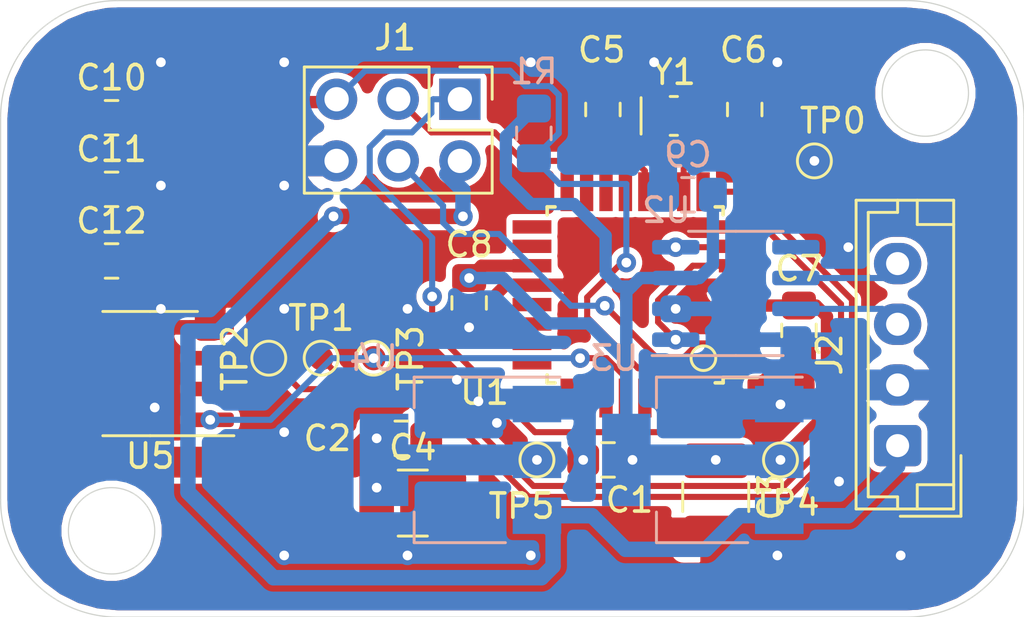
<source format=kicad_pcb>
(kicad_pcb (version 20171130) (host pcbnew "(5.1.4)-1")

  (general
    (thickness 1.6)
    (drawings 13)
    (tracks 232)
    (zones 0)
    (modules 27)
    (nets 18)
  )

  (page A4)
  (layers
    (0 F.Cu signal)
    (31 B.Cu signal)
    (32 B.Adhes user hide)
    (33 F.Adhes user hide)
    (34 B.Paste user hide)
    (35 F.Paste user hide)
    (36 B.SilkS user)
    (37 F.SilkS user)
    (38 B.Mask user hide)
    (39 F.Mask user hide)
    (40 Dwgs.User user hide)
    (41 Cmts.User user hide)
    (42 Eco1.User user hide)
    (43 Eco2.User user hide)
    (44 Edge.Cuts user)
    (45 Margin user hide)
    (46 B.CrtYd user)
    (47 F.CrtYd user hide)
    (48 B.Fab user hide)
    (49 F.Fab user hide)
  )

  (setup
    (last_trace_width 0.508)
    (user_trace_width 0.508)
    (user_trace_width 0.635)
    (user_trace_width 1.27)
    (trace_clearance 0.2)
    (zone_clearance 0.254)
    (zone_45_only no)
    (trace_min 0.2286)
    (via_size 0.8)
    (via_drill 0.4)
    (via_min_size 0.2286)
    (via_min_drill 0.3)
    (uvia_size 0.3)
    (uvia_drill 0.1)
    (uvias_allowed no)
    (uvia_min_size 0.2)
    (uvia_min_drill 0.1)
    (edge_width 0.05)
    (segment_width 0.2)
    (pcb_text_width 0.3)
    (pcb_text_size 1.5 1.5)
    (mod_edge_width 0.12)
    (mod_text_size 1 1)
    (mod_text_width 0.15)
    (pad_size 1.524 1.524)
    (pad_drill 0.762)
    (pad_to_mask_clearance 0.051)
    (solder_mask_min_width 0.25)
    (aux_axis_origin 0 0)
    (visible_elements 7FFFFFFF)
    (pcbplotparams
      (layerselection 0x010fc_ffffffff)
      (usegerberextensions false)
      (usegerberattributes false)
      (usegerberadvancedattributes false)
      (creategerberjobfile false)
      (excludeedgelayer true)
      (linewidth 0.100000)
      (plotframeref false)
      (viasonmask false)
      (mode 1)
      (useauxorigin false)
      (hpglpennumber 1)
      (hpglpenspeed 20)
      (hpglpendiameter 15.000000)
      (psnegative false)
      (psa4output false)
      (plotreference true)
      (plotvalue true)
      (plotinvisibletext false)
      (padsonsilk false)
      (subtractmaskfromsilk false)
      (outputformat 1)
      (mirror false)
      (drillshape 0)
      (scaleselection 1)
      (outputdirectory ""))
  )

  (net 0 "")
  (net 1 Earth)
  (net 2 +5V)
  (net 3 CANH)
  (net 4 CANL)
  (net 5 UIN)
  (net 6 +3V3)
  (net 7 /XTAL2)
  (net 8 /XTAL1)
  (net 9 /RESET)
  (net 10 /MOSI_A)
  (net 11 /SCK_A)
  (net 12 /MISO_A)
  (net 13 /CANRX)
  (net 14 /CANTX)
  (net 15 MISO)
  (net 16 MOSI)
  (net 17 SCK)

  (net_class Default "This is the default net class."
    (clearance 0.2)
    (trace_width 0.25)
    (via_dia 0.8)
    (via_drill 0.4)
    (uvia_dia 0.3)
    (uvia_drill 0.1)
    (add_net +3V3)
    (add_net +5V)
    (add_net /CANRX)
    (add_net /CANTX)
    (add_net /MISO_A)
    (add_net /MOSI_A)
    (add_net /RESET)
    (add_net /SCK_A)
    (add_net /XTAL1)
    (add_net /XTAL2)
    (add_net CANH)
    (add_net CANL)
    (add_net Earth)
    (add_net MISO)
    (add_net MOSI)
    (add_net SCK)
    (add_net UIN)
  )

  (module Package_QFP:TQFP-32_7x7mm_P0.8mm (layer F.Cu) (tedit 5A02F146) (tstamp 5E2BC8E5)
    (at 85.325 50.478 180)
    (descr "32-Lead Plastic Thin Quad Flatpack (PT) - 7x7x1.0 mm Body, 2.00 mm [TQFP] (see Microchip Packaging Specification 00000049BS.pdf)")
    (tags "QFP 0.8")
    (path /5E1F74CB)
    (attr smd)
    (fp_text reference U1 (at 6.204 -4.005) (layer F.SilkS)
      (effects (font (size 1 1) (thickness 0.15)))
    )
    (fp_text value ATmega16M1-AU (at 0 6.05) (layer F.Fab)
      (effects (font (size 1 1) (thickness 0.15)))
    )
    (fp_line (start -3.625 -3.4) (end -5.05 -3.4) (layer F.SilkS) (width 0.15))
    (fp_line (start 3.625 -3.625) (end 3.3 -3.625) (layer F.SilkS) (width 0.15))
    (fp_line (start 3.625 3.625) (end 3.3 3.625) (layer F.SilkS) (width 0.15))
    (fp_line (start -3.625 3.625) (end -3.3 3.625) (layer F.SilkS) (width 0.15))
    (fp_line (start -3.625 -3.625) (end -3.3 -3.625) (layer F.SilkS) (width 0.15))
    (fp_line (start -3.625 3.625) (end -3.625 3.3) (layer F.SilkS) (width 0.15))
    (fp_line (start 3.625 3.625) (end 3.625 3.3) (layer F.SilkS) (width 0.15))
    (fp_line (start 3.625 -3.625) (end 3.625 -3.3) (layer F.SilkS) (width 0.15))
    (fp_line (start -3.625 -3.625) (end -3.625 -3.4) (layer F.SilkS) (width 0.15))
    (fp_line (start -5.3 5.3) (end 5.3 5.3) (layer F.CrtYd) (width 0.05))
    (fp_line (start -5.3 -5.3) (end 5.3 -5.3) (layer F.CrtYd) (width 0.05))
    (fp_line (start 5.3 -5.3) (end 5.3 5.3) (layer F.CrtYd) (width 0.05))
    (fp_line (start -5.3 -5.3) (end -5.3 5.3) (layer F.CrtYd) (width 0.05))
    (fp_line (start -3.5 -2.5) (end -2.5 -3.5) (layer F.Fab) (width 0.15))
    (fp_line (start -3.5 3.5) (end -3.5 -2.5) (layer F.Fab) (width 0.15))
    (fp_line (start 3.5 3.5) (end -3.5 3.5) (layer F.Fab) (width 0.15))
    (fp_line (start 3.5 -3.5) (end 3.5 3.5) (layer F.Fab) (width 0.15))
    (fp_line (start -2.5 -3.5) (end 3.5 -3.5) (layer F.Fab) (width 0.15))
    (fp_text user %R (at 0 0) (layer F.Fab)
      (effects (font (size 1 1) (thickness 0.15)))
    )
    (pad 32 smd rect (at -2.8 -4.25 270) (size 1.6 0.55) (layers F.Cu F.Paste F.Mask))
    (pad 31 smd rect (at -2 -4.25 270) (size 1.6 0.55) (layers F.Cu F.Paste F.Mask)
      (net 9 /RESET))
    (pad 30 smd rect (at -1.2 -4.25 270) (size 1.6 0.55) (layers F.Cu F.Paste F.Mask))
    (pad 29 smd rect (at -0.4 -4.25 270) (size 1.6 0.55) (layers F.Cu F.Paste F.Mask))
    (pad 28 smd rect (at 0.4 -4.25 270) (size 1.6 0.55) (layers F.Cu F.Paste F.Mask)
      (net 17 SCK))
    (pad 27 smd rect (at 1.2 -4.25 270) (size 1.6 0.55) (layers F.Cu F.Paste F.Mask))
    (pad 26 smd rect (at 2 -4.25 270) (size 1.6 0.55) (layers F.Cu F.Paste F.Mask))
    (pad 25 smd rect (at 2.8 -4.25 270) (size 1.6 0.55) (layers F.Cu F.Paste F.Mask))
    (pad 24 smd rect (at 4.25 -2.8 180) (size 1.6 0.55) (layers F.Cu F.Paste F.Mask))
    (pad 23 smd rect (at 4.25 -2 180) (size 1.6 0.55) (layers F.Cu F.Paste F.Mask))
    (pad 22 smd rect (at 4.25 -1.2 180) (size 1.6 0.55) (layers F.Cu F.Paste F.Mask))
    (pad 21 smd rect (at 4.25 -0.4 180) (size 1.6 0.55) (layers F.Cu F.Paste F.Mask))
    (pad 20 smd rect (at 4.25 0.4 180) (size 1.6 0.55) (layers F.Cu F.Paste F.Mask)
      (net 1 Earth))
    (pad 19 smd rect (at 4.25 1.2 180) (size 1.6 0.55) (layers F.Cu F.Paste F.Mask)
      (net 2 +5V))
    (pad 18 smd rect (at 4.25 2 180) (size 1.6 0.55) (layers F.Cu F.Paste F.Mask))
    (pad 17 smd rect (at 4.25 2.8 180) (size 1.6 0.55) (layers F.Cu F.Paste F.Mask))
    (pad 16 smd rect (at 2.8 4.25 270) (size 1.6 0.55) (layers F.Cu F.Paste F.Mask))
    (pad 15 smd rect (at 2 4.25 270) (size 1.6 0.55) (layers F.Cu F.Paste F.Mask))
    (pad 14 smd rect (at 1.2 4.25 270) (size 1.6 0.55) (layers F.Cu F.Paste F.Mask))
    (pad 13 smd rect (at 0.4 4.25 270) (size 1.6 0.55) (layers F.Cu F.Paste F.Mask))
    (pad 12 smd rect (at -0.4 4.25 270) (size 1.6 0.55) (layers F.Cu F.Paste F.Mask)
      (net 11 /SCK_A))
    (pad 11 smd rect (at -1.2 4.25 270) (size 1.6 0.55) (layers F.Cu F.Paste F.Mask)
      (net 7 /XTAL2))
    (pad 10 smd rect (at -2 4.25 270) (size 1.6 0.55) (layers F.Cu F.Paste F.Mask)
      (net 8 /XTAL1))
    (pad 9 smd rect (at -2.8 4.25 270) (size 1.6 0.55) (layers F.Cu F.Paste F.Mask)
      (net 16 MOSI))
    (pad 8 smd rect (at -4.25 2.8 180) (size 1.6 0.55) (layers F.Cu F.Paste F.Mask)
      (net 15 MISO))
    (pad 7 smd rect (at -4.25 2 180) (size 1.6 0.55) (layers F.Cu F.Paste F.Mask)
      (net 13 /CANRX))
    (pad 6 smd rect (at -4.25 1.2 180) (size 1.6 0.55) (layers F.Cu F.Paste F.Mask)
      (net 14 /CANTX))
    (pad 5 smd rect (at -4.25 0.4 180) (size 1.6 0.55) (layers F.Cu F.Paste F.Mask)
      (net 1 Earth))
    (pad 4 smd rect (at -4.25 -0.4 180) (size 1.6 0.55) (layers F.Cu F.Paste F.Mask)
      (net 2 +5V))
    (pad 3 smd rect (at -4.25 -1.2 180) (size 1.6 0.55) (layers F.Cu F.Paste F.Mask))
    (pad 2 smd rect (at -4.25 -2 180) (size 1.6 0.55) (layers F.Cu F.Paste F.Mask)
      (net 10 /MOSI_A))
    (pad 1 smd rect (at -4.25 -2.8 180) (size 1.6 0.55) (layers F.Cu F.Paste F.Mask)
      (net 12 /MISO_A))
    (model ${KISYS3DMOD}/Package_QFP.3dshapes/TQFP-32_7x7mm_P0.8mm.wrl
      (at (xyz 0 0 0))
      (scale (xyz 1 1 1))
      (rotate (xyz 0 0 0))
    )
  )

  (module Resistor_SMD:R_0805_2012Metric_Pad1.15x1.40mm_HandSolder (layer B.Cu) (tedit 5B36C52B) (tstamp 5E2BD252)
    (at 81.153 43.824 90)
    (descr "Resistor SMD 0805 (2012 Metric), square (rectangular) end terminal, IPC_7351 nominal with elongated pad for handsoldering. (Body size source: https://docs.google.com/spreadsheets/d/1BsfQQcO9C6DZCsRaXUlFlo91Tg2WpOkGARC1WS5S8t0/edit?usp=sharing), generated with kicad-footprint-generator")
    (tags "resistor handsolder")
    (path /5E206CE8)
    (attr smd)
    (fp_text reference R1 (at 2.549 0 180) (layer B.SilkS)
      (effects (font (size 1 1) (thickness 0.15)) (justify mirror))
    )
    (fp_text value 10k (at 0 -1.65 90) (layer B.Fab)
      (effects (font (size 1 1) (thickness 0.15)) (justify mirror))
    )
    (fp_text user %R (at 0 0) (layer B.Fab)
      (effects (font (size 0.5 0.5) (thickness 0.08)) (justify mirror))
    )
    (fp_line (start 1.85 -0.95) (end -1.85 -0.95) (layer B.CrtYd) (width 0.05))
    (fp_line (start 1.85 0.95) (end 1.85 -0.95) (layer B.CrtYd) (width 0.05))
    (fp_line (start -1.85 0.95) (end 1.85 0.95) (layer B.CrtYd) (width 0.05))
    (fp_line (start -1.85 -0.95) (end -1.85 0.95) (layer B.CrtYd) (width 0.05))
    (fp_line (start -0.261252 -0.71) (end 0.261252 -0.71) (layer B.SilkS) (width 0.12))
    (fp_line (start -0.261252 0.71) (end 0.261252 0.71) (layer B.SilkS) (width 0.12))
    (fp_line (start 1 -0.6) (end -1 -0.6) (layer B.Fab) (width 0.1))
    (fp_line (start 1 0.6) (end 1 -0.6) (layer B.Fab) (width 0.1))
    (fp_line (start -1 0.6) (end 1 0.6) (layer B.Fab) (width 0.1))
    (fp_line (start -1 -0.6) (end -1 0.6) (layer B.Fab) (width 0.1))
    (pad 2 smd roundrect (at 1.025 0 90) (size 1.15 1.4) (layers B.Cu B.Paste B.Mask) (roundrect_rratio 0.217391)
      (net 2 +5V))
    (pad 1 smd roundrect (at -1.025 0 90) (size 1.15 1.4) (layers B.Cu B.Paste B.Mask) (roundrect_rratio 0.217391)
      (net 9 /RESET))
    (model ${KISYS3DMOD}/Resistor_SMD.3dshapes/R_0805_2012Metric.wrl
      (at (xyz 0 0 0))
      (scale (xyz 1 1 1))
      (rotate (xyz 0 0 0))
    )
  )

  (module Connector_JST:JST_EH_B4B-EH-A_1x04_P2.50mm_Vertical (layer F.Cu) (tedit 5C28142C) (tstamp 5E2BCA00)
    (at 96.139 56.689 90)
    (descr "JST EH series connector, B4B-EH-A (http://www.jst-mfg.com/product/pdf/eng/eEH.pdf), generated with kicad-footprint-generator")
    (tags "connector JST EH vertical")
    (path /5E2C44CB)
    (fp_text reference J2 (at 3.75 -2.8 90) (layer F.SilkS)
      (effects (font (size 1 1) (thickness 0.15)))
    )
    (fp_text value Conn_01x04_Male (at 3.75 3.4 90) (layer F.Fab)
      (effects (font (size 1 1) (thickness 0.15)))
    )
    (fp_text user %R (at 3.75 1.5 90) (layer F.Fab)
      (effects (font (size 1 1) (thickness 0.15)))
    )
    (fp_line (start -2.91 2.61) (end -0.41 2.61) (layer F.Fab) (width 0.1))
    (fp_line (start -2.91 0.11) (end -2.91 2.61) (layer F.Fab) (width 0.1))
    (fp_line (start -2.91 2.61) (end -0.41 2.61) (layer F.SilkS) (width 0.12))
    (fp_line (start -2.91 0.11) (end -2.91 2.61) (layer F.SilkS) (width 0.12))
    (fp_line (start 9.11 0.81) (end 9.11 2.31) (layer F.SilkS) (width 0.12))
    (fp_line (start 10.11 0.81) (end 9.11 0.81) (layer F.SilkS) (width 0.12))
    (fp_line (start -1.61 0.81) (end -1.61 2.31) (layer F.SilkS) (width 0.12))
    (fp_line (start -2.61 0.81) (end -1.61 0.81) (layer F.SilkS) (width 0.12))
    (fp_line (start 9.61 0) (end 10.11 0) (layer F.SilkS) (width 0.12))
    (fp_line (start 9.61 -1.21) (end 9.61 0) (layer F.SilkS) (width 0.12))
    (fp_line (start -2.11 -1.21) (end 9.61 -1.21) (layer F.SilkS) (width 0.12))
    (fp_line (start -2.11 0) (end -2.11 -1.21) (layer F.SilkS) (width 0.12))
    (fp_line (start -2.61 0) (end -2.11 0) (layer F.SilkS) (width 0.12))
    (fp_line (start 10.11 -1.71) (end -2.61 -1.71) (layer F.SilkS) (width 0.12))
    (fp_line (start 10.11 2.31) (end 10.11 -1.71) (layer F.SilkS) (width 0.12))
    (fp_line (start -2.61 2.31) (end 10.11 2.31) (layer F.SilkS) (width 0.12))
    (fp_line (start -2.61 -1.71) (end -2.61 2.31) (layer F.SilkS) (width 0.12))
    (fp_line (start 10.5 -2.1) (end -3 -2.1) (layer F.CrtYd) (width 0.05))
    (fp_line (start 10.5 2.7) (end 10.5 -2.1) (layer F.CrtYd) (width 0.05))
    (fp_line (start -3 2.7) (end 10.5 2.7) (layer F.CrtYd) (width 0.05))
    (fp_line (start -3 -2.1) (end -3 2.7) (layer F.CrtYd) (width 0.05))
    (fp_line (start 10 -1.6) (end -2.5 -1.6) (layer F.Fab) (width 0.1))
    (fp_line (start 10 2.2) (end 10 -1.6) (layer F.Fab) (width 0.1))
    (fp_line (start -2.5 2.2) (end 10 2.2) (layer F.Fab) (width 0.1))
    (fp_line (start -2.5 -1.6) (end -2.5 2.2) (layer F.Fab) (width 0.1))
    (pad 4 thru_hole oval (at 7.5 0 90) (size 1.7 1.95) (drill 0.95) (layers *.Cu *.Mask)
      (net 4 CANL))
    (pad 3 thru_hole oval (at 5 0 90) (size 1.7 1.95) (drill 0.95) (layers *.Cu *.Mask)
      (net 3 CANH))
    (pad 2 thru_hole oval (at 2.5 0 90) (size 1.7 1.95) (drill 0.95) (layers *.Cu *.Mask)
      (net 1 Earth))
    (pad 1 thru_hole roundrect (at 0 0 90) (size 1.7 1.95) (drill 0.95) (layers *.Cu *.Mask) (roundrect_rratio 0.147059)
      (net 5 UIN))
    (model ${KISYS3DMOD}/Connector_JST.3dshapes/JST_EH_B4B-EH-A_1x04_P2.50mm_Vertical.wrl
      (at (xyz 0 0 0))
      (scale (xyz 1 1 1))
      (rotate (xyz 0 0 0))
    )
  )

  (module Capacitor_SMD:C_1210_3225Metric_Pad1.42x2.65mm_HandSolder (layer F.Cu) (tedit 5B301BBE) (tstamp 5E2BC85F)
    (at 76.1635 59.055)
    (descr "Capacitor SMD 1210 (3225 Metric), square (rectangular) end terminal, IPC_7351 nominal with elongated pad for handsoldering. (Body size source: http://www.tortai-tech.com/upload/download/2011102023233369053.pdf), generated with kicad-footprint-generator")
    (tags "capacitor handsolder")
    (path /5E28D173)
    (attr smd)
    (fp_text reference C4 (at 0 -2.28) (layer F.SilkS)
      (effects (font (size 1 1) (thickness 0.15)))
    )
    (fp_text value 100u (at 0 2.28) (layer F.Fab)
      (effects (font (size 1 1) (thickness 0.15)))
    )
    (fp_text user %R (at 0 0) (layer F.Fab)
      (effects (font (size 0.8 0.8) (thickness 0.12)))
    )
    (fp_line (start 2.45 1.58) (end -2.45 1.58) (layer F.CrtYd) (width 0.05))
    (fp_line (start 2.45 -1.58) (end 2.45 1.58) (layer F.CrtYd) (width 0.05))
    (fp_line (start -2.45 -1.58) (end 2.45 -1.58) (layer F.CrtYd) (width 0.05))
    (fp_line (start -2.45 1.58) (end -2.45 -1.58) (layer F.CrtYd) (width 0.05))
    (fp_line (start -0.602064 1.36) (end 0.602064 1.36) (layer F.SilkS) (width 0.12))
    (fp_line (start -0.602064 -1.36) (end 0.602064 -1.36) (layer F.SilkS) (width 0.12))
    (fp_line (start 1.6 1.25) (end -1.6 1.25) (layer F.Fab) (width 0.1))
    (fp_line (start 1.6 -1.25) (end 1.6 1.25) (layer F.Fab) (width 0.1))
    (fp_line (start -1.6 -1.25) (end 1.6 -1.25) (layer F.Fab) (width 0.1))
    (fp_line (start -1.6 1.25) (end -1.6 -1.25) (layer F.Fab) (width 0.1))
    (pad 2 smd roundrect (at 1.4875 0) (size 1.425 2.65) (layers F.Cu F.Paste F.Mask) (roundrect_rratio 0.175439)
      (net 1 Earth))
    (pad 1 smd roundrect (at -1.4875 0) (size 1.425 2.65) (layers F.Cu F.Paste F.Mask) (roundrect_rratio 0.175439)
      (net 6 +3V3))
    (model ${KISYS3DMOD}/Capacitor_SMD.3dshapes/C_1210_3225Metric.wrl
      (at (xyz 0 0 0))
      (scale (xyz 1 1 1))
      (rotate (xyz 0 0 0))
    )
  )

  (module Capacitor_SMD:C_1210_3225Metric_Pad1.42x2.65mm_HandSolder (layer F.Cu) (tedit 5B301BBE) (tstamp 5E2BC88F)
    (at 88.646 58.801 270)
    (descr "Capacitor SMD 1210 (3225 Metric), square (rectangular) end terminal, IPC_7351 nominal with elongated pad for handsoldering. (Body size source: http://www.tortai-tech.com/upload/download/2011102023233369053.pdf), generated with kicad-footprint-generator")
    (tags "capacitor handsolder")
    (path /5E30557A)
    (attr smd)
    (fp_text reference C3 (at 0 -2.28 90) (layer F.SilkS)
      (effects (font (size 1 1) (thickness 0.15)))
    )
    (fp_text value 100u (at 0 2.28 90) (layer F.Fab)
      (effects (font (size 1 1) (thickness 0.15)))
    )
    (fp_text user %R (at 0 0 90) (layer F.Fab)
      (effects (font (size 0.8 0.8) (thickness 0.12)))
    )
    (fp_line (start 2.45 1.58) (end -2.45 1.58) (layer F.CrtYd) (width 0.05))
    (fp_line (start 2.45 -1.58) (end 2.45 1.58) (layer F.CrtYd) (width 0.05))
    (fp_line (start -2.45 -1.58) (end 2.45 -1.58) (layer F.CrtYd) (width 0.05))
    (fp_line (start -2.45 1.58) (end -2.45 -1.58) (layer F.CrtYd) (width 0.05))
    (fp_line (start -0.602064 1.36) (end 0.602064 1.36) (layer F.SilkS) (width 0.12))
    (fp_line (start -0.602064 -1.36) (end 0.602064 -1.36) (layer F.SilkS) (width 0.12))
    (fp_line (start 1.6 1.25) (end -1.6 1.25) (layer F.Fab) (width 0.1))
    (fp_line (start 1.6 -1.25) (end 1.6 1.25) (layer F.Fab) (width 0.1))
    (fp_line (start -1.6 -1.25) (end 1.6 -1.25) (layer F.Fab) (width 0.1))
    (fp_line (start -1.6 1.25) (end -1.6 -1.25) (layer F.Fab) (width 0.1))
    (pad 2 smd roundrect (at 1.4875 0 270) (size 1.425 2.65) (layers F.Cu F.Paste F.Mask) (roundrect_rratio 0.175439)
      (net 1 Earth))
    (pad 1 smd roundrect (at -1.4875 0 270) (size 1.425 2.65) (layers F.Cu F.Paste F.Mask) (roundrect_rratio 0.175439)
      (net 2 +5V))
    (model ${KISYS3DMOD}/Capacitor_SMD.3dshapes/C_1210_3225Metric.wrl
      (at (xyz 0 0 0))
      (scale (xyz 1 1 1))
      (rotate (xyz 0 0 0))
    )
  )

  (module Crystal:Crystal_SMD_MicroCrystal_CC8V-T1A-2Pin_2.0x1.2mm (layer F.Cu) (tedit 5D24C0DC) (tstamp 5E2BC9A7)
    (at 86.9188 43.1038)
    (descr "SMD Crystal MicroCrystal CC8V-T1A/CM8V-T1A series https://www.microcrystal.com/fileadmin/Media/Products/32kHz/Datasheet/CC8V-T1A.pdf, 2.0x1.2mm^2 package")
    (tags "SMD SMT crystal")
    (path /5E2084F5)
    (attr smd)
    (fp_text reference Y1 (at 0 -1.8) (layer F.SilkS)
      (effects (font (size 1 1) (thickness 0.15)))
    )
    (fp_text value Crystal (at 0 1.8) (layer F.Fab)
      (effects (font (size 1 1) (thickness 0.15)))
    )
    (fp_line (start 1.4 -1) (end -1.4 -1) (layer F.CrtYd) (width 0.05))
    (fp_line (start 1.4 1) (end 1.4 -1) (layer F.CrtYd) (width 0.05))
    (fp_line (start -1.4 1) (end 1.4 1) (layer F.CrtYd) (width 0.05))
    (fp_line (start -1.4 -1) (end -1.4 1) (layer F.CrtYd) (width 0.05))
    (fp_line (start -1.35 -0.75) (end -1.35 0.75) (layer F.SilkS) (width 0.12))
    (fp_line (start -0.15 0.8) (end 0.15 0.8) (layer F.SilkS) (width 0.12))
    (fp_line (start -0.15 -0.8) (end 0.15 -0.8) (layer F.SilkS) (width 0.12))
    (fp_line (start -1 0.1) (end -0.5 0.6) (layer F.Fab) (width 0.1))
    (fp_line (start 1 -0.6) (end -1 -0.6) (layer F.Fab) (width 0.1))
    (fp_line (start 1 0.6) (end 1 -0.6) (layer F.Fab) (width 0.1))
    (fp_line (start -1 0.6) (end 1 0.6) (layer F.Fab) (width 0.1))
    (fp_line (start -1 -0.6) (end -1 0.6) (layer F.Fab) (width 0.1))
    (fp_text user %R (at 0 0) (layer F.Fab)
      (effects (font (size 0.5 0.5) (thickness 0.075)))
    )
    (pad 2 smd rect (at 0.75 0) (size 0.8 1.5) (layers F.Cu F.Paste F.Mask)
      (net 8 /XTAL1))
    (pad 1 smd rect (at -0.75 0) (size 0.8 1.5) (layers F.Cu F.Paste F.Mask)
      (net 7 /XTAL2))
    (model ${KISYS3DMOD}/Crystal.3dshapes/Crystal_SMD_MicroCrystal_CC8V-T1A-2Pin_2.0x1.2mm.wrl
      (at (xyz 0 0 0))
      (scale (xyz 1 1 1))
      (rotate (xyz 0 0 0))
    )
  )

  (module Package_SO:SOIC-8_3.9x4.9mm_P1.27mm (layer F.Cu) (tedit 5C97300E) (tstamp 5E35E1DA)
    (at 65.343 53.721 180)
    (descr "SOIC, 8 Pin (JEDEC MS-012AA, https://www.analog.com/media/en/package-pcb-resources/package/pkg_pdf/soic_narrow-r/r_8.pdf), generated with kicad-footprint-generator ipc_gullwing_generator.py")
    (tags "SOIC SO")
    (path /5E35F538)
    (attr smd)
    (fp_text reference U5 (at 0 -3.4) (layer F.SilkS)
      (effects (font (size 1 1) (thickness 0.15)))
    )
    (fp_text value ADT7311 (at 0 3.4) (layer F.Fab)
      (effects (font (size 1 1) (thickness 0.15)))
    )
    (fp_text user %R (at 0 0) (layer F.Fab)
      (effects (font (size 0.98 0.98) (thickness 0.15)))
    )
    (fp_line (start 3.7 -2.7) (end -3.7 -2.7) (layer F.CrtYd) (width 0.05))
    (fp_line (start 3.7 2.7) (end 3.7 -2.7) (layer F.CrtYd) (width 0.05))
    (fp_line (start -3.7 2.7) (end 3.7 2.7) (layer F.CrtYd) (width 0.05))
    (fp_line (start -3.7 -2.7) (end -3.7 2.7) (layer F.CrtYd) (width 0.05))
    (fp_line (start -1.95 -1.475) (end -0.975 -2.45) (layer F.Fab) (width 0.1))
    (fp_line (start -1.95 2.45) (end -1.95 -1.475) (layer F.Fab) (width 0.1))
    (fp_line (start 1.95 2.45) (end -1.95 2.45) (layer F.Fab) (width 0.1))
    (fp_line (start 1.95 -2.45) (end 1.95 2.45) (layer F.Fab) (width 0.1))
    (fp_line (start -0.975 -2.45) (end 1.95 -2.45) (layer F.Fab) (width 0.1))
    (fp_line (start 0 -2.56) (end -3.45 -2.56) (layer F.SilkS) (width 0.12))
    (fp_line (start 0 -2.56) (end 1.95 -2.56) (layer F.SilkS) (width 0.12))
    (fp_line (start 0 2.56) (end -1.95 2.56) (layer F.SilkS) (width 0.12))
    (fp_line (start 0 2.56) (end 1.95 2.56) (layer F.SilkS) (width 0.12))
    (pad 8 smd roundrect (at 2.475 -1.905 180) (size 1.95 0.6) (layers F.Cu F.Paste F.Mask) (roundrect_rratio 0.25)
      (net 6 +3V3))
    (pad 7 smd roundrect (at 2.475 -0.635 180) (size 1.95 0.6) (layers F.Cu F.Paste F.Mask) (roundrect_rratio 0.25)
      (net 1 Earth))
    (pad 6 smd roundrect (at 2.475 0.635 180) (size 1.95 0.6) (layers F.Cu F.Paste F.Mask) (roundrect_rratio 0.25))
    (pad 5 smd roundrect (at 2.475 1.905 180) (size 1.95 0.6) (layers F.Cu F.Paste F.Mask) (roundrect_rratio 0.25))
    (pad 4 smd roundrect (at -2.475 1.905 180) (size 1.95 0.6) (layers F.Cu F.Paste F.Mask) (roundrect_rratio 0.25)
      (net 1 Earth))
    (pad 3 smd roundrect (at -2.475 0.635 180) (size 1.95 0.6) (layers F.Cu F.Paste F.Mask) (roundrect_rratio 0.25)
      (net 15 MISO))
    (pad 2 smd roundrect (at -2.475 -0.635 180) (size 1.95 0.6) (layers F.Cu F.Paste F.Mask) (roundrect_rratio 0.25)
      (net 16 MOSI))
    (pad 1 smd roundrect (at -2.475 -1.905 180) (size 1.95 0.6) (layers F.Cu F.Paste F.Mask) (roundrect_rratio 0.25)
      (net 17 SCK))
    (model ${KISYS3DMOD}/Package_SO.3dshapes/SOIC-8_3.9x4.9mm_P1.27mm.wrl
      (at (xyz 0 0 0))
      (scale (xyz 1 1 1))
      (rotate (xyz 0 0 0))
    )
  )

  (module Capacitor_SMD:C_0805_2012Metric_Pad1.15x1.40mm_HandSolder (layer F.Cu) (tedit 5B36C52B) (tstamp 5E35DFA7)
    (at 63.754 49.08)
    (descr "Capacitor SMD 0805 (2012 Metric), square (rectangular) end terminal, IPC_7351 nominal with elongated pad for handsoldering. (Body size source: https://docs.google.com/spreadsheets/d/1BsfQQcO9C6DZCsRaXUlFlo91Tg2WpOkGARC1WS5S8t0/edit?usp=sharing), generated with kicad-footprint-generator")
    (tags "capacitor handsolder")
    (path /5E3761BD)
    (attr smd)
    (fp_text reference C12 (at 0 -1.65) (layer F.SilkS)
      (effects (font (size 1 1) (thickness 0.15)))
    )
    (fp_text value 0F (at 0 1.65) (layer F.Fab)
      (effects (font (size 1 1) (thickness 0.15)))
    )
    (fp_text user %R (at 0 0) (layer F.Fab)
      (effects (font (size 0.5 0.5) (thickness 0.08)))
    )
    (fp_line (start 1.85 0.95) (end -1.85 0.95) (layer F.CrtYd) (width 0.05))
    (fp_line (start 1.85 -0.95) (end 1.85 0.95) (layer F.CrtYd) (width 0.05))
    (fp_line (start -1.85 -0.95) (end 1.85 -0.95) (layer F.CrtYd) (width 0.05))
    (fp_line (start -1.85 0.95) (end -1.85 -0.95) (layer F.CrtYd) (width 0.05))
    (fp_line (start -0.261252 0.71) (end 0.261252 0.71) (layer F.SilkS) (width 0.12))
    (fp_line (start -0.261252 -0.71) (end 0.261252 -0.71) (layer F.SilkS) (width 0.12))
    (fp_line (start 1 0.6) (end -1 0.6) (layer F.Fab) (width 0.1))
    (fp_line (start 1 -0.6) (end 1 0.6) (layer F.Fab) (width 0.1))
    (fp_line (start -1 -0.6) (end 1 -0.6) (layer F.Fab) (width 0.1))
    (fp_line (start -1 0.6) (end -1 -0.6) (layer F.Fab) (width 0.1))
    (pad 2 smd roundrect (at 1.025 0) (size 1.15 1.4) (layers F.Cu F.Paste F.Mask) (roundrect_rratio 0.217391)
      (net 1 Earth))
    (pad 1 smd roundrect (at -1.025 0) (size 1.15 1.4) (layers F.Cu F.Paste F.Mask) (roundrect_rratio 0.217391)
      (net 6 +3V3))
    (model ${KISYS3DMOD}/Capacitor_SMD.3dshapes/C_0805_2012Metric.wrl
      (at (xyz 0 0 0))
      (scale (xyz 1 1 1))
      (rotate (xyz 0 0 0))
    )
  )

  (module Capacitor_SMD:C_0805_2012Metric_Pad1.15x1.40mm_HandSolder (layer F.Cu) (tedit 5B36C52B) (tstamp 5E35DF96)
    (at 63.754 46.13)
    (descr "Capacitor SMD 0805 (2012 Metric), square (rectangular) end terminal, IPC_7351 nominal with elongated pad for handsoldering. (Body size source: https://docs.google.com/spreadsheets/d/1BsfQQcO9C6DZCsRaXUlFlo91Tg2WpOkGARC1WS5S8t0/edit?usp=sharing), generated with kicad-footprint-generator")
    (tags "capacitor handsolder")
    (path /5E375CE2)
    (attr smd)
    (fp_text reference C11 (at 0 -1.65) (layer F.SilkS)
      (effects (font (size 1 1) (thickness 0.15)))
    )
    (fp_text value 0F (at 0 1.65) (layer F.Fab)
      (effects (font (size 1 1) (thickness 0.15)))
    )
    (fp_text user %R (at 0 0) (layer F.Fab)
      (effects (font (size 0.5 0.5) (thickness 0.08)))
    )
    (fp_line (start 1.85 0.95) (end -1.85 0.95) (layer F.CrtYd) (width 0.05))
    (fp_line (start 1.85 -0.95) (end 1.85 0.95) (layer F.CrtYd) (width 0.05))
    (fp_line (start -1.85 -0.95) (end 1.85 -0.95) (layer F.CrtYd) (width 0.05))
    (fp_line (start -1.85 0.95) (end -1.85 -0.95) (layer F.CrtYd) (width 0.05))
    (fp_line (start -0.261252 0.71) (end 0.261252 0.71) (layer F.SilkS) (width 0.12))
    (fp_line (start -0.261252 -0.71) (end 0.261252 -0.71) (layer F.SilkS) (width 0.12))
    (fp_line (start 1 0.6) (end -1 0.6) (layer F.Fab) (width 0.1))
    (fp_line (start 1 -0.6) (end 1 0.6) (layer F.Fab) (width 0.1))
    (fp_line (start -1 -0.6) (end 1 -0.6) (layer F.Fab) (width 0.1))
    (fp_line (start -1 0.6) (end -1 -0.6) (layer F.Fab) (width 0.1))
    (pad 2 smd roundrect (at 1.025 0) (size 1.15 1.4) (layers F.Cu F.Paste F.Mask) (roundrect_rratio 0.217391)
      (net 1 Earth))
    (pad 1 smd roundrect (at -1.025 0) (size 1.15 1.4) (layers F.Cu F.Paste F.Mask) (roundrect_rratio 0.217391)
      (net 6 +3V3))
    (model ${KISYS3DMOD}/Capacitor_SMD.3dshapes/C_0805_2012Metric.wrl
      (at (xyz 0 0 0))
      (scale (xyz 1 1 1))
      (rotate (xyz 0 0 0))
    )
  )

  (module Capacitor_SMD:C_0805_2012Metric_Pad1.15x1.40mm_HandSolder (layer F.Cu) (tedit 5B36C52B) (tstamp 5E35DF85)
    (at 63.754 43.18)
    (descr "Capacitor SMD 0805 (2012 Metric), square (rectangular) end terminal, IPC_7351 nominal with elongated pad for handsoldering. (Body size source: https://docs.google.com/spreadsheets/d/1BsfQQcO9C6DZCsRaXUlFlo91Tg2WpOkGARC1WS5S8t0/edit?usp=sharing), generated with kicad-footprint-generator")
    (tags "capacitor handsolder")
    (path /5E373413)
    (attr smd)
    (fp_text reference C10 (at 0 -1.65) (layer F.SilkS)
      (effects (font (size 1 1) (thickness 0.15)))
    )
    (fp_text value 0.1uF (at 0 1.65) (layer F.Fab)
      (effects (font (size 1 1) (thickness 0.15)))
    )
    (fp_text user %R (at 0 0) (layer F.Fab)
      (effects (font (size 0.5 0.5) (thickness 0.08)))
    )
    (fp_line (start 1.85 0.95) (end -1.85 0.95) (layer F.CrtYd) (width 0.05))
    (fp_line (start 1.85 -0.95) (end 1.85 0.95) (layer F.CrtYd) (width 0.05))
    (fp_line (start -1.85 -0.95) (end 1.85 -0.95) (layer F.CrtYd) (width 0.05))
    (fp_line (start -1.85 0.95) (end -1.85 -0.95) (layer F.CrtYd) (width 0.05))
    (fp_line (start -0.261252 0.71) (end 0.261252 0.71) (layer F.SilkS) (width 0.12))
    (fp_line (start -0.261252 -0.71) (end 0.261252 -0.71) (layer F.SilkS) (width 0.12))
    (fp_line (start 1 0.6) (end -1 0.6) (layer F.Fab) (width 0.1))
    (fp_line (start 1 -0.6) (end 1 0.6) (layer F.Fab) (width 0.1))
    (fp_line (start -1 -0.6) (end 1 -0.6) (layer F.Fab) (width 0.1))
    (fp_line (start -1 0.6) (end -1 -0.6) (layer F.Fab) (width 0.1))
    (pad 2 smd roundrect (at 1.025 0) (size 1.15 1.4) (layers F.Cu F.Paste F.Mask) (roundrect_rratio 0.217391)
      (net 1 Earth))
    (pad 1 smd roundrect (at -1.025 0) (size 1.15 1.4) (layers F.Cu F.Paste F.Mask) (roundrect_rratio 0.217391)
      (net 6 +3V3))
    (model ${KISYS3DMOD}/Capacitor_SMD.3dshapes/C_0805_2012Metric.wrl
      (at (xyz 0 0 0))
      (scale (xyz 1 1 1))
      (rotate (xyz 0 0 0))
    )
  )

  (module Capacitor_SMD:C_0805_2012Metric_Pad1.15x1.40mm_HandSolder (layer B.Cu) (tedit 5B36C52B) (tstamp 5E34CCA2)
    (at 87.503 46.355 180)
    (descr "Capacitor SMD 0805 (2012 Metric), square (rectangular) end terminal, IPC_7351 nominal with elongated pad for handsoldering. (Body size source: https://docs.google.com/spreadsheets/d/1BsfQQcO9C6DZCsRaXUlFlo91Tg2WpOkGARC1WS5S8t0/edit?usp=sharing), generated with kicad-footprint-generator")
    (tags "capacitor handsolder")
    (path /5E352D2F)
    (attr smd)
    (fp_text reference C9 (at 0 1.65) (layer B.SilkS)
      (effects (font (size 1 1) (thickness 0.15)) (justify mirror))
    )
    (fp_text value 100n (at 0 -1.65) (layer B.Fab)
      (effects (font (size 1 1) (thickness 0.15)) (justify mirror))
    )
    (fp_text user %R (at 0 0) (layer B.Fab)
      (effects (font (size 0.5 0.5) (thickness 0.08)) (justify mirror))
    )
    (fp_line (start 1.85 -0.95) (end -1.85 -0.95) (layer B.CrtYd) (width 0.05))
    (fp_line (start 1.85 0.95) (end 1.85 -0.95) (layer B.CrtYd) (width 0.05))
    (fp_line (start -1.85 0.95) (end 1.85 0.95) (layer B.CrtYd) (width 0.05))
    (fp_line (start -1.85 -0.95) (end -1.85 0.95) (layer B.CrtYd) (width 0.05))
    (fp_line (start -0.261252 -0.71) (end 0.261252 -0.71) (layer B.SilkS) (width 0.12))
    (fp_line (start -0.261252 0.71) (end 0.261252 0.71) (layer B.SilkS) (width 0.12))
    (fp_line (start 1 -0.6) (end -1 -0.6) (layer B.Fab) (width 0.1))
    (fp_line (start 1 0.6) (end 1 -0.6) (layer B.Fab) (width 0.1))
    (fp_line (start -1 0.6) (end 1 0.6) (layer B.Fab) (width 0.1))
    (fp_line (start -1 -0.6) (end -1 0.6) (layer B.Fab) (width 0.1))
    (pad 2 smd roundrect (at 1.025 0 180) (size 1.15 1.4) (layers B.Cu B.Paste B.Mask) (roundrect_rratio 0.217391)
      (net 1 Earth))
    (pad 1 smd roundrect (at -1.025 0 180) (size 1.15 1.4) (layers B.Cu B.Paste B.Mask) (roundrect_rratio 0.217391)
      (net 2 +5V))
    (model ${KISYS3DMOD}/Capacitor_SMD.3dshapes/C_0805_2012Metric.wrl
      (at (xyz 0 0 0))
      (scale (xyz 1 1 1))
      (rotate (xyz 0 0 0))
    )
  )

  (module Package_TO_SOT_SMD:SOT-223-3_TabPin2 (layer B.Cu) (tedit 5A02FF57) (tstamp 5E2BC966)
    (at 88.113 57.277 180)
    (descr "module CMS SOT223 4 pins")
    (tags "CMS SOT")
    (path /5E2873C8)
    (attr smd)
    (fp_text reference U3 (at 3.658 4.191) (layer B.SilkS)
      (effects (font (size 1 1) (thickness 0.15)) (justify mirror))
    )
    (fp_text value NCP1117-5V (at 0 -4.5) (layer B.Fab)
      (effects (font (size 1 1) (thickness 0.15)) (justify mirror))
    )
    (fp_line (start 1.85 3.35) (end 1.85 -3.35) (layer B.Fab) (width 0.1))
    (fp_line (start -1.85 -3.35) (end 1.85 -3.35) (layer B.Fab) (width 0.1))
    (fp_line (start -4.1 3.41) (end 1.91 3.41) (layer B.SilkS) (width 0.12))
    (fp_line (start -0.85 3.35) (end 1.85 3.35) (layer B.Fab) (width 0.1))
    (fp_line (start -1.85 -3.41) (end 1.91 -3.41) (layer B.SilkS) (width 0.12))
    (fp_line (start -1.85 2.35) (end -1.85 -3.35) (layer B.Fab) (width 0.1))
    (fp_line (start -1.85 2.35) (end -0.85 3.35) (layer B.Fab) (width 0.1))
    (fp_line (start -4.4 3.6) (end -4.4 -3.6) (layer B.CrtYd) (width 0.05))
    (fp_line (start -4.4 -3.6) (end 4.4 -3.6) (layer B.CrtYd) (width 0.05))
    (fp_line (start 4.4 -3.6) (end 4.4 3.6) (layer B.CrtYd) (width 0.05))
    (fp_line (start 4.4 3.6) (end -4.4 3.6) (layer B.CrtYd) (width 0.05))
    (fp_line (start 1.91 3.41) (end 1.91 2.15) (layer B.SilkS) (width 0.12))
    (fp_line (start 1.91 -3.41) (end 1.91 -2.15) (layer B.SilkS) (width 0.12))
    (fp_text user %R (at 0 0 270) (layer B.Fab)
      (effects (font (size 0.8 0.8) (thickness 0.12)) (justify mirror))
    )
    (pad 1 smd rect (at -3.15 2.3 180) (size 2 1.5) (layers B.Cu B.Paste B.Mask)
      (net 1 Earth))
    (pad 3 smd rect (at -3.15 -2.3 180) (size 2 1.5) (layers B.Cu B.Paste B.Mask)
      (net 5 UIN))
    (pad 2 smd rect (at -3.15 0 180) (size 2 1.5) (layers B.Cu B.Paste B.Mask)
      (net 2 +5V))
    (pad 2 smd rect (at 3.15 0 180) (size 2 3.8) (layers B.Cu B.Paste B.Mask)
      (net 2 +5V))
    (model ${KISYS3DMOD}/Package_TO_SOT_SMD.3dshapes/SOT-223.wrl
      (at (xyz 0 0 0))
      (scale (xyz 1 1 1))
      (rotate (xyz 0 0 0))
    )
  )

  (module Package_SO:SOIC-8_3.9x4.9mm_P1.27mm (layer B.Cu) (tedit 5D9F72B1) (tstamp 5E2BCA75)
    (at 89.473 50.419)
    (descr "SOIC, 8 Pin (JEDEC MS-012AA, https://www.analog.com/media/en/package-pcb-resources/package/pkg_pdf/soic_narrow-r/r_8.pdf), generated with kicad-footprint-generator ipc_gullwing_generator.py")
    (tags "SOIC SO")
    (path /5E22B0D8)
    (attr smd)
    (fp_text reference U2 (at -2.859 -3.429) (layer B.SilkS)
      (effects (font (size 1 1) (thickness 0.15)) (justify mirror))
    )
    (fp_text value TJA1051T (at 0 -3.4) (layer B.Fab)
      (effects (font (size 1 1) (thickness 0.15)) (justify mirror))
    )
    (fp_text user %R (at 0 0) (layer B.Fab)
      (effects (font (size 0.98 0.98) (thickness 0.15)) (justify mirror))
    )
    (fp_line (start 3.7 2.7) (end -3.7 2.7) (layer B.CrtYd) (width 0.05))
    (fp_line (start 3.7 -2.7) (end 3.7 2.7) (layer B.CrtYd) (width 0.05))
    (fp_line (start -3.7 -2.7) (end 3.7 -2.7) (layer B.CrtYd) (width 0.05))
    (fp_line (start -3.7 2.7) (end -3.7 -2.7) (layer B.CrtYd) (width 0.05))
    (fp_line (start -1.95 1.475) (end -0.975 2.45) (layer B.Fab) (width 0.1))
    (fp_line (start -1.95 -2.45) (end -1.95 1.475) (layer B.Fab) (width 0.1))
    (fp_line (start 1.95 -2.45) (end -1.95 -2.45) (layer B.Fab) (width 0.1))
    (fp_line (start 1.95 2.45) (end 1.95 -2.45) (layer B.Fab) (width 0.1))
    (fp_line (start -0.975 2.45) (end 1.95 2.45) (layer B.Fab) (width 0.1))
    (fp_line (start 0 2.56) (end -3.45 2.56) (layer B.SilkS) (width 0.12))
    (fp_line (start 0 2.56) (end 1.95 2.56) (layer B.SilkS) (width 0.12))
    (fp_line (start 0 -2.56) (end -1.95 -2.56) (layer B.SilkS) (width 0.12))
    (fp_line (start 0 -2.56) (end 1.95 -2.56) (layer B.SilkS) (width 0.12))
    (pad 8 smd roundrect (at 2.475 1.905) (size 1.95 0.6) (layers B.Cu B.Paste B.Mask) (roundrect_rratio 0.25)
      (net 1 Earth))
    (pad 7 smd roundrect (at 2.475 0.635) (size 1.95 0.6) (layers B.Cu B.Paste B.Mask) (roundrect_rratio 0.25)
      (net 3 CANH))
    (pad 6 smd roundrect (at 2.475 -0.635) (size 1.95 0.6) (layers B.Cu B.Paste B.Mask) (roundrect_rratio 0.25)
      (net 4 CANL))
    (pad 5 smd roundrect (at 2.475 -1.905) (size 1.95 0.6) (layers B.Cu B.Paste B.Mask) (roundrect_rratio 0.25))
    (pad 4 smd roundrect (at -2.475 -1.905) (size 1.95 0.6) (layers B.Cu B.Paste B.Mask) (roundrect_rratio 0.25)
      (net 13 /CANRX))
    (pad 3 smd roundrect (at -2.475 -0.635) (size 1.95 0.6) (layers B.Cu B.Paste B.Mask) (roundrect_rratio 0.25)
      (net 2 +5V))
    (pad 2 smd roundrect (at -2.475 0.635) (size 1.95 0.6) (layers B.Cu B.Paste B.Mask) (roundrect_rratio 0.25)
      (net 1 Earth))
    (pad 1 smd roundrect (at -2.475 1.905) (size 1.95 0.6) (layers B.Cu B.Paste B.Mask) (roundrect_rratio 0.25)
      (net 14 /CANTX))
    (model ${KISYS3DMOD}/Package_SO.3dshapes/SOIC-8_3.9x4.9mm_P1.27mm.wrl
      (at (xyz 0 0 0))
      (scale (xyz 1 1 1))
      (rotate (xyz 0 0 0))
    )
  )

  (module TestPoint:TestPoint_Pad_D1.0mm (layer F.Cu) (tedit 5A0F774F) (tstamp 5E2BC817)
    (at 81.28 57.277)
    (descr "SMD pad as test Point, diameter 1.0mm")
    (tags "test point SMD pad")
    (path /5E2B2B6B)
    (attr virtual)
    (fp_text reference TP5 (at -0.635 1.905) (layer F.SilkS)
      (effects (font (size 1 1) (thickness 0.15)))
    )
    (fp_text value TestPoint (at 0 1.55) (layer F.Fab)
      (effects (font (size 1 1) (thickness 0.15)))
    )
    (fp_circle (center 0 0) (end 0 0.7) (layer F.SilkS) (width 0.12))
    (fp_circle (center 0 0) (end 1 0) (layer F.CrtYd) (width 0.05))
    (fp_text user %R (at 0 -1.45) (layer F.Fab)
      (effects (font (size 1 1) (thickness 0.15)))
    )
    (pad 1 smd circle (at 0 0) (size 1 1) (layers F.Cu F.Mask)
      (net 6 +3V3))
  )

  (module TestPoint:TestPoint_Pad_D1.0mm (layer F.Cu) (tedit 5A0F774F) (tstamp 5E2BCF52)
    (at 91.313 57.277)
    (descr "SMD pad as test Point, diameter 1.0mm")
    (tags "test point SMD pad")
    (path /5E2B0888)
    (attr virtual)
    (fp_text reference TP4 (at 0.254 1.778) (layer F.SilkS)
      (effects (font (size 1 1) (thickness 0.15)))
    )
    (fp_text value TestPoint (at 0 1.55) (layer F.Fab)
      (effects (font (size 1 1) (thickness 0.15)))
    )
    (fp_circle (center 0 0) (end 0 0.7) (layer F.SilkS) (width 0.12))
    (fp_circle (center 0 0) (end 1 0) (layer F.CrtYd) (width 0.05))
    (fp_text user %R (at 0 -1.45) (layer F.Fab)
      (effects (font (size 1 1) (thickness 0.15)))
    )
    (pad 1 smd circle (at 0 0) (size 1 1) (layers F.Cu F.Mask)
      (net 2 +5V))
  )

  (module TestPoint:TestPoint_Pad_D1.0mm (layer F.Cu) (tedit 5A0F774F) (tstamp 5E2BC7ED)
    (at 74.549 53.086)
    (descr "SMD pad as test Point, diameter 1.0mm")
    (tags "test point SMD pad")
    (path /5E2A9D0C)
    (attr virtual)
    (fp_text reference TP3 (at 1.524 0 90) (layer F.SilkS)
      (effects (font (size 1 1) (thickness 0.15)))
    )
    (fp_text value TestPoint (at 0 1.55) (layer F.Fab)
      (effects (font (size 1 1) (thickness 0.15)))
    )
    (fp_circle (center 0 0) (end 0 0.7) (layer F.SilkS) (width 0.12))
    (fp_circle (center 0 0) (end 1 0) (layer F.CrtYd) (width 0.05))
    (fp_text user %R (at 0 -1.45) (layer F.Fab)
      (effects (font (size 1 1) (thickness 0.15)))
    )
    (pad 1 smd circle (at 0 0) (size 1 1) (layers F.Cu F.Mask)
      (net 17 SCK))
  )

  (module TestPoint:TestPoint_Pad_D1.0mm (layer F.Cu) (tedit 5A0F774F) (tstamp 5E2BC7D8)
    (at 70.231 53.086)
    (descr "SMD pad as test Point, diameter 1.0mm")
    (tags "test point SMD pad")
    (path /5E2A1554)
    (attr virtual)
    (fp_text reference TP2 (at -1.397 0 270) (layer F.SilkS)
      (effects (font (size 1 1) (thickness 0.15)))
    )
    (fp_text value TestPoint (at 0 1.55) (layer F.Fab)
      (effects (font (size 1 1) (thickness 0.15)))
    )
    (fp_circle (center 0 0) (end 0 0.7) (layer F.SilkS) (width 0.12))
    (fp_circle (center 0 0) (end 1 0) (layer F.CrtYd) (width 0.05))
    (fp_text user %R (at 0 -1.45) (layer F.Fab)
      (effects (font (size 1 1) (thickness 0.15)))
    )
    (pad 1 smd circle (at 0 0) (size 1 1) (layers F.Cu F.Mask)
      (net 16 MOSI))
  )

  (module TestPoint:TestPoint_Pad_D1.0mm (layer F.Cu) (tedit 5A0F774F) (tstamp 5E2BC7C3)
    (at 72.39 53.086)
    (descr "SMD pad as test Point, diameter 1.0mm")
    (tags "test point SMD pad")
    (path /5E2870AC)
    (attr virtual)
    (fp_text reference TP1 (at 0 -1.651 180) (layer F.SilkS)
      (effects (font (size 1 1) (thickness 0.15)))
    )
    (fp_text value TestPoint (at 0 1.55) (layer F.Fab)
      (effects (font (size 1 1) (thickness 0.15)))
    )
    (fp_circle (center 0 0) (end 0 0.7) (layer F.SilkS) (width 0.12))
    (fp_circle (center 0 0) (end 1 0) (layer F.CrtYd) (width 0.05))
    (fp_text user %R (at 0 -1.45) (layer F.Fab)
      (effects (font (size 1 1) (thickness 0.15)))
    )
    (pad 1 smd circle (at 0 0) (size 1 1) (layers F.Cu F.Mask)
      (net 15 MISO))
  )

  (module TestPoint:TestPoint_Pad_D1.0mm (layer F.Cu) (tedit 5A0F774F) (tstamp 5E2BC7AE)
    (at 92.71 44.958)
    (descr "SMD pad as test Point, diameter 1.0mm")
    (tags "test point SMD pad")
    (path /5E2C6B9A)
    (attr virtual)
    (fp_text reference TP0 (at 0.762 -1.651) (layer F.SilkS)
      (effects (font (size 1 1) (thickness 0.15)))
    )
    (fp_text value TestPoint (at 0 1.55) (layer F.Fab)
      (effects (font (size 1 1) (thickness 0.15)))
    )
    (fp_circle (center 0 0) (end 0 0.7) (layer F.SilkS) (width 0.12))
    (fp_circle (center 0 0) (end 1 0) (layer F.CrtYd) (width 0.05))
    (fp_text user %R (at 0 -1.45) (layer F.Fab)
      (effects (font (size 1 1) (thickness 0.15)))
    )
    (pad 1 smd circle (at 0 0) (size 1 1) (layers F.Cu F.Mask)
      (net 1 Earth))
  )

  (module Capacitor_SMD:C_0805_2012Metric_Pad1.15x1.40mm_HandSolder (layer F.Cu) (tedit 5B36C52B) (tstamp 5E2BC757)
    (at 84.21 57.277 180)
    (descr "Capacitor SMD 0805 (2012 Metric), square (rectangular) end terminal, IPC_7351 nominal with elongated pad for handsoldering. (Body size source: https://docs.google.com/spreadsheets/d/1BsfQQcO9C6DZCsRaXUlFlo91Tg2WpOkGARC1WS5S8t0/edit?usp=sharing), generated with kicad-footprint-generator")
    (tags "capacitor handsolder")
    (path /5E305574)
    (attr smd)
    (fp_text reference C1 (at -0.88 -1.651) (layer F.SilkS)
      (effects (font (size 1 1) (thickness 0.15)))
    )
    (fp_text value 100n (at 0 1.65) (layer F.Fab)
      (effects (font (size 1 1) (thickness 0.15)))
    )
    (fp_text user %R (at 0 0) (layer F.Fab)
      (effects (font (size 0.5 0.5) (thickness 0.08)))
    )
    (fp_line (start 1.85 0.95) (end -1.85 0.95) (layer F.CrtYd) (width 0.05))
    (fp_line (start 1.85 -0.95) (end 1.85 0.95) (layer F.CrtYd) (width 0.05))
    (fp_line (start -1.85 -0.95) (end 1.85 -0.95) (layer F.CrtYd) (width 0.05))
    (fp_line (start -1.85 0.95) (end -1.85 -0.95) (layer F.CrtYd) (width 0.05))
    (fp_line (start -0.261252 0.71) (end 0.261252 0.71) (layer F.SilkS) (width 0.12))
    (fp_line (start -0.261252 -0.71) (end 0.261252 -0.71) (layer F.SilkS) (width 0.12))
    (fp_line (start 1 0.6) (end -1 0.6) (layer F.Fab) (width 0.1))
    (fp_line (start 1 -0.6) (end 1 0.6) (layer F.Fab) (width 0.1))
    (fp_line (start -1 -0.6) (end 1 -0.6) (layer F.Fab) (width 0.1))
    (fp_line (start -1 0.6) (end -1 -0.6) (layer F.Fab) (width 0.1))
    (pad 2 smd roundrect (at 1.025 0 180) (size 1.15 1.4) (layers F.Cu F.Paste F.Mask) (roundrect_rratio 0.217391)
      (net 1 Earth))
    (pad 1 smd roundrect (at -1.025 0 180) (size 1.15 1.4) (layers F.Cu F.Paste F.Mask) (roundrect_rratio 0.217391)
      (net 2 +5V))
    (model ${KISYS3DMOD}/Capacitor_SMD.3dshapes/C_0805_2012Metric.wrl
      (at (xyz 0 0 0))
      (scale (xyz 1 1 1))
      (rotate (xyz 0 0 0))
    )
  )

  (module Capacitor_SMD:C_0805_2012Metric_Pad1.15x1.40mm_HandSolder (layer F.Cu) (tedit 5B36C52B) (tstamp 5E2BC727)
    (at 92.075 51.943 270)
    (descr "Capacitor SMD 0805 (2012 Metric), square (rectangular) end terminal, IPC_7351 nominal with elongated pad for handsoldering. (Body size source: https://docs.google.com/spreadsheets/d/1BsfQQcO9C6DZCsRaXUlFlo91Tg2WpOkGARC1WS5S8t0/edit?usp=sharing), generated with kicad-footprint-generator")
    (tags "capacitor handsolder")
    (path /5E36291A)
    (attr smd)
    (fp_text reference C7 (at -2.54 0 180) (layer F.SilkS)
      (effects (font (size 1 1) (thickness 0.15)))
    )
    (fp_text value 100n (at 0 1.65 90) (layer F.Fab)
      (effects (font (size 1 1) (thickness 0.15)))
    )
    (fp_text user %R (at 0 0 90) (layer F.Fab)
      (effects (font (size 0.5 0.5) (thickness 0.08)))
    )
    (fp_line (start 1.85 0.95) (end -1.85 0.95) (layer F.CrtYd) (width 0.05))
    (fp_line (start 1.85 -0.95) (end 1.85 0.95) (layer F.CrtYd) (width 0.05))
    (fp_line (start -1.85 -0.95) (end 1.85 -0.95) (layer F.CrtYd) (width 0.05))
    (fp_line (start -1.85 0.95) (end -1.85 -0.95) (layer F.CrtYd) (width 0.05))
    (fp_line (start -0.261252 0.71) (end 0.261252 0.71) (layer F.SilkS) (width 0.12))
    (fp_line (start -0.261252 -0.71) (end 0.261252 -0.71) (layer F.SilkS) (width 0.12))
    (fp_line (start 1 0.6) (end -1 0.6) (layer F.Fab) (width 0.1))
    (fp_line (start 1 -0.6) (end 1 0.6) (layer F.Fab) (width 0.1))
    (fp_line (start -1 -0.6) (end 1 -0.6) (layer F.Fab) (width 0.1))
    (fp_line (start -1 0.6) (end -1 -0.6) (layer F.Fab) (width 0.1))
    (pad 2 smd roundrect (at 1.025 0 270) (size 1.15 1.4) (layers F.Cu F.Paste F.Mask) (roundrect_rratio 0.217391)
      (net 1 Earth))
    (pad 1 smd roundrect (at -1.025 0 270) (size 1.15 1.4) (layers F.Cu F.Paste F.Mask) (roundrect_rratio 0.217391)
      (net 2 +5V))
    (model ${KISYS3DMOD}/Capacitor_SMD.3dshapes/C_0805_2012Metric.wrl
      (at (xyz 0 0 0))
      (scale (xyz 1 1 1))
      (rotate (xyz 0 0 0))
    )
  )

  (module Capacitor_SMD:C_0805_2012Metric_Pad1.15x1.40mm_HandSolder (layer F.Cu) (tedit 5B36C52B) (tstamp 5E2BC6F7)
    (at 78.486 50.809 270)
    (descr "Capacitor SMD 0805 (2012 Metric), square (rectangular) end terminal, IPC_7351 nominal with elongated pad for handsoldering. (Body size source: https://docs.google.com/spreadsheets/d/1BsfQQcO9C6DZCsRaXUlFlo91Tg2WpOkGARC1WS5S8t0/edit?usp=sharing), generated with kicad-footprint-generator")
    (tags "capacitor handsolder")
    (path /5E28D8A5)
    (attr smd)
    (fp_text reference C8 (at -2.404 0 180) (layer F.SilkS)
      (effects (font (size 1 1) (thickness 0.15)))
    )
    (fp_text value 100p (at 0 1.65 90) (layer F.Fab)
      (effects (font (size 1 1) (thickness 0.15)))
    )
    (fp_text user %R (at 0 0 90) (layer F.Fab)
      (effects (font (size 0.5 0.5) (thickness 0.08)))
    )
    (fp_line (start 1.85 0.95) (end -1.85 0.95) (layer F.CrtYd) (width 0.05))
    (fp_line (start 1.85 -0.95) (end 1.85 0.95) (layer F.CrtYd) (width 0.05))
    (fp_line (start -1.85 -0.95) (end 1.85 -0.95) (layer F.CrtYd) (width 0.05))
    (fp_line (start -1.85 0.95) (end -1.85 -0.95) (layer F.CrtYd) (width 0.05))
    (fp_line (start -0.261252 0.71) (end 0.261252 0.71) (layer F.SilkS) (width 0.12))
    (fp_line (start -0.261252 -0.71) (end 0.261252 -0.71) (layer F.SilkS) (width 0.12))
    (fp_line (start 1 0.6) (end -1 0.6) (layer F.Fab) (width 0.1))
    (fp_line (start 1 -0.6) (end 1 0.6) (layer F.Fab) (width 0.1))
    (fp_line (start -1 -0.6) (end 1 -0.6) (layer F.Fab) (width 0.1))
    (fp_line (start -1 0.6) (end -1 -0.6) (layer F.Fab) (width 0.1))
    (pad 2 smd roundrect (at 1.025 0 270) (size 1.15 1.4) (layers F.Cu F.Paste F.Mask) (roundrect_rratio 0.217391)
      (net 1 Earth))
    (pad 1 smd roundrect (at -1.025 0 270) (size 1.15 1.4) (layers F.Cu F.Paste F.Mask) (roundrect_rratio 0.217391)
      (net 2 +5V))
    (model ${KISYS3DMOD}/Capacitor_SMD.3dshapes/C_0805_2012Metric.wrl
      (at (xyz 0 0 0))
      (scale (xyz 1 1 1))
      (rotate (xyz 0 0 0))
    )
  )

  (module Capacitor_SMD:C_0805_2012Metric_Pad1.15x1.40mm_HandSolder (layer F.Cu) (tedit 5B36C52B) (tstamp 5E2BCDEE)
    (at 83.9978 42.8408 90)
    (descr "Capacitor SMD 0805 (2012 Metric), square (rectangular) end terminal, IPC_7351 nominal with elongated pad for handsoldering. (Body size source: https://docs.google.com/spreadsheets/d/1BsfQQcO9C6DZCsRaXUlFlo91Tg2WpOkGARC1WS5S8t0/edit?usp=sharing), generated with kicad-footprint-generator")
    (tags "capacitor handsolder")
    (path /5E20A4E1)
    (attr smd)
    (fp_text reference C5 (at 2.4548 -0.0508 180) (layer F.SilkS)
      (effects (font (size 1 1) (thickness 0.15)))
    )
    (fp_text value 10p (at 0 1.65 90) (layer F.Fab)
      (effects (font (size 1 1) (thickness 0.15)))
    )
    (fp_text user %R (at 0 0 90) (layer F.Fab)
      (effects (font (size 0.5 0.5) (thickness 0.08)))
    )
    (fp_line (start 1.85 0.95) (end -1.85 0.95) (layer F.CrtYd) (width 0.05))
    (fp_line (start 1.85 -0.95) (end 1.85 0.95) (layer F.CrtYd) (width 0.05))
    (fp_line (start -1.85 -0.95) (end 1.85 -0.95) (layer F.CrtYd) (width 0.05))
    (fp_line (start -1.85 0.95) (end -1.85 -0.95) (layer F.CrtYd) (width 0.05))
    (fp_line (start -0.261252 0.71) (end 0.261252 0.71) (layer F.SilkS) (width 0.12))
    (fp_line (start -0.261252 -0.71) (end 0.261252 -0.71) (layer F.SilkS) (width 0.12))
    (fp_line (start 1 0.6) (end -1 0.6) (layer F.Fab) (width 0.1))
    (fp_line (start 1 -0.6) (end 1 0.6) (layer F.Fab) (width 0.1))
    (fp_line (start -1 -0.6) (end 1 -0.6) (layer F.Fab) (width 0.1))
    (fp_line (start -1 0.6) (end -1 -0.6) (layer F.Fab) (width 0.1))
    (pad 2 smd roundrect (at 1.025 0 90) (size 1.15 1.4) (layers F.Cu F.Paste F.Mask) (roundrect_rratio 0.217391)
      (net 1 Earth))
    (pad 1 smd roundrect (at -1.025 0 90) (size 1.15 1.4) (layers F.Cu F.Paste F.Mask) (roundrect_rratio 0.217391)
      (net 7 /XTAL2))
    (model ${KISYS3DMOD}/Capacitor_SMD.3dshapes/C_0805_2012Metric.wrl
      (at (xyz 0 0 0))
      (scale (xyz 1 1 1))
      (rotate (xyz 0 0 0))
    )
  )

  (module Capacitor_SMD:C_0805_2012Metric_Pad1.15x1.40mm_HandSolder (layer F.Cu) (tedit 5B36C52B) (tstamp 5E2BC667)
    (at 89.8398 42.8408 90)
    (descr "Capacitor SMD 0805 (2012 Metric), square (rectangular) end terminal, IPC_7351 nominal with elongated pad for handsoldering. (Body size source: https://docs.google.com/spreadsheets/d/1BsfQQcO9C6DZCsRaXUlFlo91Tg2WpOkGARC1WS5S8t0/edit?usp=sharing), generated with kicad-footprint-generator")
    (tags "capacitor handsolder")
    (path /5E2097DA)
    (attr smd)
    (fp_text reference C6 (at 2.4548 -0.0508 180) (layer F.SilkS)
      (effects (font (size 1 1) (thickness 0.15)))
    )
    (fp_text value 10p (at 0 1.65 90) (layer F.Fab)
      (effects (font (size 1 1) (thickness 0.15)))
    )
    (fp_text user %R (at 0 0 90) (layer F.Fab)
      (effects (font (size 0.5 0.5) (thickness 0.08)))
    )
    (fp_line (start 1.85 0.95) (end -1.85 0.95) (layer F.CrtYd) (width 0.05))
    (fp_line (start 1.85 -0.95) (end 1.85 0.95) (layer F.CrtYd) (width 0.05))
    (fp_line (start -1.85 -0.95) (end 1.85 -0.95) (layer F.CrtYd) (width 0.05))
    (fp_line (start -1.85 0.95) (end -1.85 -0.95) (layer F.CrtYd) (width 0.05))
    (fp_line (start -0.261252 0.71) (end 0.261252 0.71) (layer F.SilkS) (width 0.12))
    (fp_line (start -0.261252 -0.71) (end 0.261252 -0.71) (layer F.SilkS) (width 0.12))
    (fp_line (start 1 0.6) (end -1 0.6) (layer F.Fab) (width 0.1))
    (fp_line (start 1 -0.6) (end 1 0.6) (layer F.Fab) (width 0.1))
    (fp_line (start -1 -0.6) (end 1 -0.6) (layer F.Fab) (width 0.1))
    (fp_line (start -1 0.6) (end -1 -0.6) (layer F.Fab) (width 0.1))
    (pad 2 smd roundrect (at 1.025 0 90) (size 1.15 1.4) (layers F.Cu F.Paste F.Mask) (roundrect_rratio 0.217391)
      (net 1 Earth))
    (pad 1 smd roundrect (at -1.025 0 90) (size 1.15 1.4) (layers F.Cu F.Paste F.Mask) (roundrect_rratio 0.217391)
      (net 8 /XTAL1))
    (model ${KISYS3DMOD}/Capacitor_SMD.3dshapes/C_0805_2012Metric.wrl
      (at (xyz 0 0 0))
      (scale (xyz 1 1 1))
      (rotate (xyz 0 0 0))
    )
  )

  (module Capacitor_SMD:C_0805_2012Metric_Pad1.15x1.40mm_HandSolder (layer F.Cu) (tedit 5B36C52B) (tstamp 5E2BC637)
    (at 75.692 56.388)
    (descr "Capacitor SMD 0805 (2012 Metric), square (rectangular) end terminal, IPC_7351 nominal with elongated pad for handsoldering. (Body size source: https://docs.google.com/spreadsheets/d/1BsfQQcO9C6DZCsRaXUlFlo91Tg2WpOkGARC1WS5S8t0/edit?usp=sharing), generated with kicad-footprint-generator")
    (tags "capacitor handsolder")
    (path /5E1FB8C9)
    (attr smd)
    (fp_text reference C2 (at -3.048 0) (layer F.SilkS)
      (effects (font (size 1 1) (thickness 0.15)))
    )
    (fp_text value 100n (at 0 1.65) (layer F.Fab)
      (effects (font (size 1 1) (thickness 0.15)))
    )
    (fp_text user %R (at 0 0) (layer F.Fab)
      (effects (font (size 0.5 0.5) (thickness 0.08)))
    )
    (fp_line (start 1.85 0.95) (end -1.85 0.95) (layer F.CrtYd) (width 0.05))
    (fp_line (start 1.85 -0.95) (end 1.85 0.95) (layer F.CrtYd) (width 0.05))
    (fp_line (start -1.85 -0.95) (end 1.85 -0.95) (layer F.CrtYd) (width 0.05))
    (fp_line (start -1.85 0.95) (end -1.85 -0.95) (layer F.CrtYd) (width 0.05))
    (fp_line (start -0.261252 0.71) (end 0.261252 0.71) (layer F.SilkS) (width 0.12))
    (fp_line (start -0.261252 -0.71) (end 0.261252 -0.71) (layer F.SilkS) (width 0.12))
    (fp_line (start 1 0.6) (end -1 0.6) (layer F.Fab) (width 0.1))
    (fp_line (start 1 -0.6) (end 1 0.6) (layer F.Fab) (width 0.1))
    (fp_line (start -1 -0.6) (end 1 -0.6) (layer F.Fab) (width 0.1))
    (fp_line (start -1 0.6) (end -1 -0.6) (layer F.Fab) (width 0.1))
    (pad 2 smd roundrect (at 1.025 0) (size 1.15 1.4) (layers F.Cu F.Paste F.Mask) (roundrect_rratio 0.217391)
      (net 1 Earth))
    (pad 1 smd roundrect (at -1.025 0) (size 1.15 1.4) (layers F.Cu F.Paste F.Mask) (roundrect_rratio 0.217391)
      (net 6 +3V3))
    (model ${KISYS3DMOD}/Capacitor_SMD.3dshapes/C_0805_2012Metric.wrl
      (at (xyz 0 0 0))
      (scale (xyz 1 1 1))
      (rotate (xyz 0 0 0))
    )
  )

  (module Connector_PinHeader_2.54mm:PinHeader_2x03_P2.54mm_Vertical (layer F.Cu) (tedit 59FED5CC) (tstamp 5E2BC5F1)
    (at 78.105 42.418 270)
    (descr "Through hole straight pin header, 2x03, 2.54mm pitch, double rows")
    (tags "Through hole pin header THT 2x03 2.54mm double row")
    (path /5E1F8DCB)
    (fp_text reference J1 (at -2.54 2.667 180) (layer F.SilkS)
      (effects (font (size 1 1) (thickness 0.15)))
    )
    (fp_text value ISP-6 (at 1.27 7.41 90) (layer F.Fab)
      (effects (font (size 1 1) (thickness 0.15)))
    )
    (fp_text user %R (at 1.524 2.54) (layer F.Fab)
      (effects (font (size 1 1) (thickness 0.15)))
    )
    (fp_line (start 4.35 -1.8) (end -1.8 -1.8) (layer F.CrtYd) (width 0.05))
    (fp_line (start 4.35 6.85) (end 4.35 -1.8) (layer F.CrtYd) (width 0.05))
    (fp_line (start -1.8 6.85) (end 4.35 6.85) (layer F.CrtYd) (width 0.05))
    (fp_line (start -1.8 -1.8) (end -1.8 6.85) (layer F.CrtYd) (width 0.05))
    (fp_line (start -1.33 -1.33) (end 0 -1.33) (layer F.SilkS) (width 0.12))
    (fp_line (start -1.33 0) (end -1.33 -1.33) (layer F.SilkS) (width 0.12))
    (fp_line (start 1.27 -1.33) (end 3.87 -1.33) (layer F.SilkS) (width 0.12))
    (fp_line (start 1.27 1.27) (end 1.27 -1.33) (layer F.SilkS) (width 0.12))
    (fp_line (start -1.33 1.27) (end 1.27 1.27) (layer F.SilkS) (width 0.12))
    (fp_line (start 3.87 -1.33) (end 3.87 6.41) (layer F.SilkS) (width 0.12))
    (fp_line (start -1.33 1.27) (end -1.33 6.41) (layer F.SilkS) (width 0.12))
    (fp_line (start -1.33 6.41) (end 3.87 6.41) (layer F.SilkS) (width 0.12))
    (fp_line (start -1.27 0) (end 0 -1.27) (layer F.Fab) (width 0.1))
    (fp_line (start -1.27 6.35) (end -1.27 0) (layer F.Fab) (width 0.1))
    (fp_line (start 3.81 6.35) (end -1.27 6.35) (layer F.Fab) (width 0.1))
    (fp_line (start 3.81 -1.27) (end 3.81 6.35) (layer F.Fab) (width 0.1))
    (fp_line (start 0 -1.27) (end 3.81 -1.27) (layer F.Fab) (width 0.1))
    (pad 6 thru_hole oval (at 2.54 5.08 270) (size 1.7 1.7) (drill 1) (layers *.Cu *.Mask)
      (net 1 Earth))
    (pad 5 thru_hole oval (at 0 5.08 270) (size 1.7 1.7) (drill 1) (layers *.Cu *.Mask)
      (net 9 /RESET))
    (pad 4 thru_hole oval (at 2.54 2.54 270) (size 1.7 1.7) (drill 1) (layers *.Cu *.Mask)
      (net 10 /MOSI_A))
    (pad 3 thru_hole oval (at 0 2.54 270) (size 1.7 1.7) (drill 1) (layers *.Cu *.Mask)
      (net 11 /SCK_A))
    (pad 2 thru_hole oval (at 2.54 0 270) (size 1.7 1.7) (drill 1) (layers *.Cu *.Mask)
      (net 5 UIN))
    (pad 1 thru_hole rect (at 0 0 270) (size 1.7 1.7) (drill 1) (layers *.Cu *.Mask)
      (net 12 /MISO_A))
  )

  (module Package_TO_SOT_SMD:SOT-223-3_TabPin2 (layer B.Cu) (tedit 5A02FF57) (tstamp 5E2BC5AC)
    (at 78.13 57.277 180)
    (descr "module CMS SOT223 4 pins")
    (tags "CMS SOT")
    (path /5E28FB6F)
    (attr smd)
    (fp_text reference U4 (at 3.581 4.191) (layer B.SilkS)
      (effects (font (size 1 1) (thickness 0.15)) (justify mirror))
    )
    (fp_text value NCP1117-3.3V (at 0 -4.5) (layer B.Fab)
      (effects (font (size 1 1) (thickness 0.15)) (justify mirror))
    )
    (fp_line (start 1.85 3.35) (end 1.85 -3.35) (layer B.Fab) (width 0.1))
    (fp_line (start -1.85 -3.35) (end 1.85 -3.35) (layer B.Fab) (width 0.1))
    (fp_line (start -4.1 3.41) (end 1.91 3.41) (layer B.SilkS) (width 0.12))
    (fp_line (start -0.85 3.35) (end 1.85 3.35) (layer B.Fab) (width 0.1))
    (fp_line (start -1.85 -3.41) (end 1.91 -3.41) (layer B.SilkS) (width 0.12))
    (fp_line (start -1.85 2.35) (end -1.85 -3.35) (layer B.Fab) (width 0.1))
    (fp_line (start -1.85 2.35) (end -0.85 3.35) (layer B.Fab) (width 0.1))
    (fp_line (start -4.4 3.6) (end -4.4 -3.6) (layer B.CrtYd) (width 0.05))
    (fp_line (start -4.4 -3.6) (end 4.4 -3.6) (layer B.CrtYd) (width 0.05))
    (fp_line (start 4.4 -3.6) (end 4.4 3.6) (layer B.CrtYd) (width 0.05))
    (fp_line (start 4.4 3.6) (end -4.4 3.6) (layer B.CrtYd) (width 0.05))
    (fp_line (start 1.91 3.41) (end 1.91 2.15) (layer B.SilkS) (width 0.12))
    (fp_line (start 1.91 -3.41) (end 1.91 -2.15) (layer B.SilkS) (width 0.12))
    (fp_text user %R (at 0 0 270) (layer B.Fab)
      (effects (font (size 0.8 0.8) (thickness 0.12)) (justify mirror))
    )
    (pad 1 smd rect (at -3.15 2.3 180) (size 2 1.5) (layers B.Cu B.Paste B.Mask)
      (net 1 Earth))
    (pad 3 smd rect (at -3.15 -2.3 180) (size 2 1.5) (layers B.Cu B.Paste B.Mask)
      (net 5 UIN))
    (pad 2 smd rect (at -3.15 0 180) (size 2 1.5) (layers B.Cu B.Paste B.Mask)
      (net 6 +3V3))
    (pad 2 smd rect (at 3.15 0 180) (size 2 3.8) (layers B.Cu B.Paste B.Mask)
      (net 6 +3V3))
    (model ${KISYS3DMOD}/Package_TO_SOT_SMD.3dshapes/SOT-223.wrl
      (at (xyz 0 0 0))
      (scale (xyz 1 1 1))
      (rotate (xyz 0 0 0))
    )
  )

  (gr_circle (center 88.138 53.086) (end 88.646 53.086) (layer F.SilkS) (width 0.12))
  (dimension 25.4 (width 0.15) (layer Dwgs.User)
    (gr_text "1.0000 in" (at 8.86 25.4 90) (layer Dwgs.User)
      (effects (font (size 1 1) (thickness 0.15)))
    )
    (feature1 (pts (xy 12.7 38.1) (xy 9.573579 38.1)))
    (feature2 (pts (xy 12.7 12.7) (xy 9.573579 12.7)))
    (crossbar (pts (xy 10.16 12.7) (xy 10.16 38.1)))
    (arrow1a (pts (xy 10.16 38.1) (xy 9.573579 36.973496)))
    (arrow1b (pts (xy 10.16 38.1) (xy 10.746421 36.973496)))
    (arrow2a (pts (xy 10.16 12.7) (xy 9.573579 13.826504)))
    (arrow2b (pts (xy 10.16 12.7) (xy 10.746421 13.826504)))
  )
  (dimension 38.1 (width 0.15) (layer Dwgs.User)
    (gr_text "1.5000 in" (at 31.75 8.860001) (layer Dwgs.User)
      (effects (font (size 1 1) (thickness 0.15)))
    )
    (feature1 (pts (xy 12.7 12.7) (xy 12.7 9.57358)))
    (feature2 (pts (xy 50.8 12.7) (xy 50.8 9.57358)))
    (crossbar (pts (xy 50.8 10.160001) (xy 12.7 10.160001)))
    (arrow1a (pts (xy 12.7 10.160001) (xy 13.826504 9.57358)))
    (arrow1b (pts (xy 12.7 10.160001) (xy 13.826504 10.746422)))
    (arrow2a (pts (xy 50.8 10.160001) (xy 49.673496 9.57358)))
    (arrow2b (pts (xy 50.8 10.160001) (xy 49.673496 10.746422)))
  )
  (gr_arc (start 96.52 58.928) (end 96.52 63.754) (angle -90) (layer Edge.Cuts) (width 0.05) (tstamp 5E2BA8EB))
  (gr_circle (center 63.754 60.198) (end 65.532 60.198) (layer Edge.Cuts) (width 0.05) (tstamp 5E2BA8EE))
  (gr_arc (start 96.52 43.18) (end 101.346 43.18) (angle -90) (layer Edge.Cuts) (width 0.05) (tstamp 5E2BA8E8))
  (gr_circle (center 97.282 42.164) (end 99.06 42.164) (layer Edge.Cuts) (width 0.05) (tstamp 5E2BA8E5))
  (gr_line (start 101.346 58.928) (end 101.346 43.18) (layer Edge.Cuts) (width 0.05) (tstamp 5E2BA8E2))
  (gr_line (start 96.52 38.354) (end 64.008 38.354) (layer Edge.Cuts) (width 0.05) (tstamp 5E2BA8DF))
  (gr_arc (start 64.008 43.18) (end 64.008 38.354) (angle -90) (layer Edge.Cuts) (width 0.05) (tstamp 5E2BA8DC))
  (gr_arc (start 64.008 58.928) (end 59.182 58.928) (angle -90) (layer Edge.Cuts) (width 0.05) (tstamp 5E2BA8D9))
  (gr_line (start 64.008 63.754) (end 96.52 63.754) (layer Edge.Cuts) (width 0.05) (tstamp 5E2BA8D6))
  (gr_line (start 59.182 43.18) (end 59.182 58.928) (layer Edge.Cuts) (width 0.05) (tstamp 5E2BA8D3))

  (via (at 92.71 44.958) (size 0.8) (drill 0.4) (layers F.Cu B.Cu) (net 1))
  (via (at 91.313 54.991) (size 0.8) (drill 0.4) (layers F.Cu B.Cu) (net 1))
  (via (at 86.995 51.054) (size 0.8) (drill 0.4) (layers F.Cu B.Cu) (net 1) (tstamp 5E2BC595))
  (via (at 78.486 51.816) (size 0.8) (drill 0.4) (layers F.Cu B.Cu) (net 1) (tstamp 5E2BC592))
  (via (at 83.185 57.277) (size 0.8) (drill 0.4) (layers F.Cu B.Cu) (net 1) (tstamp 5E2BC58F))
  (segment (start 72.653 44.586) (end 73.025 44.958) (width 0.508) (layer F.Cu) (net 1) (tstamp 5E2BC57D))
  (segment (start 70.104 44.586) (end 72.653 44.586) (width 0.508) (layer F.Cu) (net 1) (tstamp 5E2BC57A))
  (segment (start 76.717 58.121) (end 77.651 59.055) (width 0.635) (layer F.Cu) (net 1) (tstamp 5E2BC577))
  (segment (start 78.486 51.574798) (end 78.486 51.834) (width 0.508) (layer F.Cu) (net 1) (tstamp 5E2BC571))
  (segment (start 79.982798 50.078) (end 78.486 51.574798) (width 0.508) (layer F.Cu) (net 1) (tstamp 5E2BC56E))
  (segment (start 81.075 50.078) (end 79.982798 50.078) (width 0.508) (layer F.Cu) (net 1) (tstamp 5E2BC56B))
  (segment (start 87.971 50.078) (end 89.575 50.078) (width 0.508) (layer F.Cu) (net 1) (tstamp 5E2BC568))
  (segment (start 86.995 51.054) (end 87.971 50.078) (width 0.508) (layer F.Cu) (net 1) (tstamp 5E2BC565))
  (via (at 93.726 58.166) (size 0.8) (drill 0.4) (layers F.Cu B.Cu) (net 1))
  (via (at 94.107 48.514) (size 0.8) (drill 0.4) (layers F.Cu B.Cu) (net 1))
  (via (at 65.786 40.894) (size 0.8) (drill 0.4) (layers F.Cu B.Cu) (net 1))
  (via (at 65.786 45.974) (size 0.8) (drill 0.4) (layers F.Cu B.Cu) (net 1))
  (via (at 65.786 51.054) (size 0.8) (drill 0.4) (layers F.Cu B.Cu) (net 1))
  (via (at 65.532 55.118) (size 0.8) (drill 0.4) (layers F.Cu B.Cu) (net 1))
  (via (at 70.866 61.214) (size 0.8) (drill 0.4) (layers F.Cu B.Cu) (net 1))
  (via (at 70.866 56.134) (size 0.8) (drill 0.4) (layers F.Cu B.Cu) (net 1))
  (via (at 70.866 51.054) (size 0.8) (drill 0.4) (layers F.Cu B.Cu) (net 1))
  (via (at 70.866 45.974) (size 0.8) (drill 0.4) (layers F.Cu B.Cu) (net 1))
  (via (at 70.866 40.894) (size 0.8) (drill 0.4) (layers F.Cu B.Cu) (net 1))
  (via (at 86.106 40.894) (size 0.8) (drill 0.4) (layers F.Cu B.Cu) (net 1))
  (via (at 91.186 40.894) (size 0.8) (drill 0.4) (layers F.Cu B.Cu) (net 1))
  (via (at 75.946 51.054) (size 0.8) (drill 0.4) (layers F.Cu B.Cu) (net 1))
  (via (at 75.946 61.214) (size 0.8) (drill 0.4) (layers F.Cu B.Cu) (net 1))
  (via (at 81.026 61.214) (size 0.8) (drill 0.4) (layers F.Cu B.Cu) (net 1))
  (via (at 91.186 61.214) (size 0.8) (drill 0.4) (layers F.Cu B.Cu) (net 1))
  (via (at 96.266 61.214) (size 0.8) (drill 0.4) (layers F.Cu B.Cu) (net 1))
  (via (at 79.629 55.753) (size 0.8) (drill 0.4) (layers F.Cu B.Cu) (net 1))
  (via (at 78.867 54.864) (size 0.8) (drill 0.4) (layers F.Cu B.Cu) (net 1))
  (via (at 77.978 53.975) (size 0.8) (drill 0.4) (layers F.Cu B.Cu) (net 1))
  (segment (start 63.23871 54.72671) (end 64.37871 54.72671) (width 0.25) (layer F.Cu) (net 1))
  (segment (start 62.868 54.356) (end 63.23871 54.72671) (width 0.25) (layer F.Cu) (net 1))
  (segment (start 64.77 55.118) (end 65.532 55.118) (width 0.25) (layer F.Cu) (net 1))
  (segment (start 64.37871 54.72671) (end 64.77 55.118) (width 0.25) (layer F.Cu) (net 1))
  (segment (start 76.717 56.388) (end 76.717 58.121) (width 0.762) (layer F.Cu) (net 1) (tstamp 5E2BC574))
  (via (at 81.026 40.894) (size 0.8) (drill 0.4) (layers F.Cu B.Cu) (net 1))
  (via (at 91.313 57.277) (size 0.8) (drill 0.4) (layers F.Cu B.Cu) (net 2) (tstamp 5E2BCA57))
  (via (at 88.646 57.277) (size 0.8) (drill 0.4) (layers F.Cu B.Cu) (net 2) (tstamp 5E2BC583))
  (via (at 85.217 57.277) (size 0.8) (drill 0.4) (layers F.Cu B.Cu) (net 2) (tstamp 5E2BC580))
  (segment (start 92.035 50.878) (end 92.075 50.918) (width 0.25) (layer F.Cu) (net 2) (tstamp 5E2BC55C))
  (segment (start 78.992 49.278) (end 81.075 49.278) (width 0.508) (layer F.Cu) (net 2) (tstamp 5E2BC559))
  (segment (start 78.486 49.784) (end 78.486 49.784) (width 0.508) (layer F.Cu) (net 2) (tstamp 5E2BC556))
  (segment (start 89.615 50.918) (end 89.575 50.878) (width 0.508) (layer F.Cu) (net 2) (tstamp 5E2BC553))
  (segment (start 92.075 50.918) (end 89.615 50.918) (width 0.508) (layer F.Cu) (net 2) (tstamp 5E2BC550))
  (segment (start 78.486 49.784) (end 78.992 49.278) (width 0.508) (layer F.Cu) (net 2) (tstamp 5E2BC54D))
  (via (at 78.486 49.784) (size 0.8) (drill 0.4) (layers F.Cu B.Cu) (net 2) (tstamp 5E2BC54A))
  (segment (start 78.486 49.784) (end 79.878 49.784) (width 0.508) (layer B.Cu) (net 2) (tstamp 5E2BC547))
  (segment (start 92.775 50.918) (end 92.075 50.918) (width 0.508) (layer F.Cu) (net 2) (tstamp 5E2BC544))
  (segment (start 93.22901 51.37201) (end 92.775 50.918) (width 0.508) (layer F.Cu) (net 2) (tstamp 5E2BC541))
  (segment (start 93.22901 55.36099) (end 93.22901 51.37201) (width 0.508) (layer F.Cu) (net 2) (tstamp 5E2BC53E))
  (segment (start 91.313 57.277) (end 93.22901 55.36099) (width 0.508) (layer F.Cu) (net 2) (tstamp 5E2BC53B))
  (segment (start 79.878 49.784) (end 81.748001 51.654001) (width 0.508) (layer B.Cu) (net 2) (tstamp 5E2BC538))
  (segment (start 81.748001 51.654001) (end 83.410079 51.654001) (width 0.508) (layer B.Cu) (net 2) (tstamp 5E2BC535))
  (segment (start 84.963 53.206922) (end 84.963 57.277) (width 0.508) (layer B.Cu) (net 2) (tstamp 5E2BC532))
  (segment (start 83.410079 51.654001) (end 84.963 53.206922) (width 0.508) (layer B.Cu) (net 2) (tstamp 5E2BC52F))
  (segment (start 78.214 44.849) (end 78.105 44.958) (width 0.508) (layer B.Cu) (net 5) (tstamp 5E2BC52C))
  (segment (start 84.963 50.679078) (end 84.963 54.869) (width 0.508) (layer B.Cu) (net 2) (tstamp 5E2BC526))
  (segment (start 84.963 50.844) (end 84.963 50.489157) (width 0.508) (layer B.Cu) (net 2) (tstamp 5E2BC51D))
  (segment (start 84.963 54.869) (end 84.963 57.277) (width 0.508) (layer B.Cu) (net 2) (tstamp 5E2BC51A))
  (segment (start 91.313 57.277) (end 84.963 57.277) (width 1.27) (layer B.Cu) (net 2) (tstamp 5E2BC50E))
  (segment (start 84.963 50.35508) (end 84.963 54.869) (width 0.508) (layer B.Cu) (net 2) (tstamp 5E2BC514))
  (segment (start 86.998 49.784) (end 85.53408 49.784) (width 0.508) (layer B.Cu) (net 2) (tstamp 5E2BC511))
  (segment (start 88.528 49.229) (end 87.973 49.784) (width 0.508) (layer B.Cu) (net 2))
  (segment (start 87.973 49.784) (end 86.998 49.784) (width 0.508) (layer B.Cu) (net 2))
  (segment (start 88.528 46.355) (end 88.528 49.229) (width 0.508) (layer B.Cu) (net 2))
  (segment (start 95.504 51.054) (end 96.139 51.689) (width 0.25) (layer B.Cu) (net 3) (tstamp 5E2BC50B))
  (segment (start 91.948 51.054) (end 95.504 51.054) (width 0.25) (layer B.Cu) (net 3) (tstamp 5E2BC508))
  (segment (start 95.544 49.784) (end 96.139 49.189) (width 0.25) (layer B.Cu) (net 4) (tstamp 5E2BC505))
  (segment (start 91.948 49.784) (end 95.544 49.784) (width 0.25) (layer B.Cu) (net 4) (tstamp 5E2BC502))
  (segment (start 92.898 59.577) (end 91.263 59.577) (width 0.635) (layer B.Cu) (net 5) (tstamp 5E2BC4FF))
  (segment (start 96.139 57.539) (end 94.101 59.577) (width 0.635) (layer B.Cu) (net 5) (tstamp 5E2BC4FC))
  (segment (start 94.101 59.577) (end 92.898 59.577) (width 0.635) (layer B.Cu) (net 5) (tstamp 5E2BC4F9))
  (segment (start 96.139 56.689) (end 96.139 57.539) (width 0.635) (layer B.Cu) (net 5) (tstamp 5E2BC4F6))
  (segment (start 83.55 59.577) (end 81.915 59.577) (width 0.635) (layer B.Cu) (net 5) (tstamp 5E2BC4F3))
  (segment (start 84.935 60.962) (end 83.55 59.577) (width 0.635) (layer B.Cu) (net 5) (tstamp 5E2BC4F0))
  (segment (start 88.243 60.962) (end 84.935 60.962) (width 0.635) (layer B.Cu) (net 5) (tstamp 5E2BC4ED))
  (segment (start 89.628 59.577) (end 88.243 60.962) (width 0.635) (layer B.Cu) (net 5) (tstamp 5E2BC4EA))
  (segment (start 91.263 59.577) (end 89.628 59.577) (width 0.635) (layer B.Cu) (net 5) (tstamp 5E2BC4E7))
  (via (at 74.676 56.388) (size 0.8) (drill 0.4) (layers F.Cu B.Cu) (net 6) (tstamp 5E2BC58C))
  (via (at 74.676 58.42) (size 0.8) (drill 0.4) (layers F.Cu B.Cu) (net 6) (tstamp 5E2BC589))
  (via (at 81.28 57.277) (size 0.8) (drill 0.4) (layers F.Cu B.Cu) (net 6) (tstamp 5E2BCA5A))
  (segment (start 74.676 56.388) (end 73.694999 57.369001) (width 1.27) (layer F.Cu) (net 6))
  (segment (start 62.729 43.18) (end 62.729 46.13) (width 1.27) (layer F.Cu) (net 6))
  (segment (start 62.729 46.13) (end 62.729 49.08) (width 1.27) (layer F.Cu) (net 6))
  (segment (start 62.729 49.08) (end 61.05799 50.75101) (width 1.27) (layer F.Cu) (net 6))
  (segment (start 61.05799 50.75101) (end 61.05799 54.914006) (width 1.27) (layer F.Cu) (net 6))
  (segment (start 61.769984 55.626) (end 61.793 55.626) (width 1.27) (layer F.Cu) (net 6))
  (segment (start 61.793 55.626) (end 62.868 55.626) (width 1.27) (layer F.Cu) (net 6))
  (segment (start 62.868 55.626) (end 62.868 56.264) (width 1.27) (layer F.Cu) (net 6))
  (segment (start 61.05799 54.914006) (end 61.769984 55.626) (width 1.27) (layer F.Cu) (net 6))
  (segment (start 62.868 56.264) (end 63.973001 57.369001) (width 1.27) (layer F.Cu) (net 6))
  (segment (start 73.694999 57.369001) (end 63.973001 57.369001) (width 1.27) (layer F.Cu) (net 6))
  (segment (start 81.915 57.277) (end 75.615 57.277) (width 1.27) (layer B.Cu) (net 6) (tstamp 5E2BC4E4))
  (segment (start 86.525 44.285) (end 86.0438 43.8038) (width 0.25) (layer F.Cu) (net 7) (tstamp 5E2BC4E1))
  (segment (start 86.525 46.228) (end 86.525 44.285) (width 0.25) (layer F.Cu) (net 7) (tstamp 5E2BC4DE))
  (segment (start 84.0598 43.8038) (end 83.9978 43.8658) (width 0.25) (layer F.Cu) (net 7) (tstamp 5E2BC4DB))
  (segment (start 86.0438 43.8038) (end 84.0598 43.8038) (width 0.25) (layer F.Cu) (net 7) (tstamp 5E2BC4D8))
  (segment (start 87.325 44.2726) (end 87.7938 43.8038) (width 0.25) (layer F.Cu) (net 8) (tstamp 5E2BC4D5))
  (segment (start 87.325 46.228) (end 87.325 44.2726) (width 0.25) (layer F.Cu) (net 8) (tstamp 5E2BC4D2))
  (segment (start 89.7778 43.8038) (end 89.8398 43.8658) (width 0.25) (layer F.Cu) (net 8) (tstamp 5E2BC4CF))
  (segment (start 87.7938 43.8038) (end 89.7778 43.8038) (width 0.25) (layer F.Cu) (net 8) (tstamp 5E2BC4CC))
  (segment (start 72.907 42.536) (end 73.025 42.418) (width 0.508) (layer F.Cu) (net 9) (tstamp 5E2BC4C9))
  (segment (start 70.104 42.536) (end 72.907 42.536) (width 0.508) (layer F.Cu) (net 9) (tstamp 5E2BC4C6))
  (via (at 84.963 49.149) (size 0.8) (drill 0.4) (layers F.Cu B.Cu) (net 9) (tstamp 5E2BC4A8))
  (segment (start 84.963 49.149) (end 84.963 49.149) (width 0.25) (layer B.Cu) (net 9) (tstamp 5E2BC4AB))
  (segment (start 87.325 54.728) (end 87.325 53.867998) (width 0.25) (layer F.Cu) (net 9) (tstamp 5E2BC49F))
  (segment (start 86.956013 53.499011) (end 85.446009 53.499011) (width 0.25) (layer F.Cu) (net 9) (tstamp 5E2BC4A5))
  (segment (start 83.348999 51.402001) (end 85.446009 53.499011) (width 0.25) (layer F.Cu) (net 9) (tstamp 5E2BC49C))
  (segment (start 83.348999 50.578999) (end 83.348999 51.402001) (width 0.25) (layer F.Cu) (net 9) (tstamp 5E2BC499))
  (segment (start 87.325 53.867998) (end 86.956013 53.499011) (width 0.25) (layer F.Cu) (net 9) (tstamp 5E2BC4A2))
  (segment (start 84.778998 49.149) (end 83.348999 50.578999) (width 0.25) (layer F.Cu) (net 9) (tstamp 5E2BC496))
  (segment (start 84.963 49.149) (end 84.778998 49.149) (width 0.25) (layer F.Cu) (net 9) (tstamp 5E2BC493))
  (segment (start 74.200001 41.242999) (end 73.874999 41.568001) (width 0.25) (layer B.Cu) (net 9) (tstamp 5E2BC4C0))
  (segment (start 73.874999 41.568001) (end 73.025 42.418) (width 0.25) (layer B.Cu) (net 9) (tstamp 5E2BC4C3))
  (segment (start 80.171999 41.242999) (end 74.200001 41.242999) (width 0.25) (layer B.Cu) (net 9) (tstamp 5E2BC4BD))
  (via (at 84.074 50.927) (size 0.8) (drill 0.4) (layers F.Cu B.Cu) (net 10) (tstamp 5E2BC490))
  (segment (start 87.914002 52.478) (end 87.343001 53.049001) (width 0.25) (layer F.Cu) (net 10) (tstamp 5E2BC48D))
  (segment (start 89.575 52.478) (end 87.914002 52.478) (width 0.25) (layer F.Cu) (net 10) (tstamp 5E2BC48A))
  (segment (start 86.196001 53.049001) (end 84.074 50.927) (width 0.25) (layer F.Cu) (net 10) (tstamp 5E2BC487))
  (segment (start 87.343001 53.049001) (end 86.196001 53.049001) (width 0.25) (layer F.Cu) (net 10) (tstamp 5E2BC484))
  (segment (start 76.929999 43.782999) (end 75.565 42.418) (width 0.25) (layer F.Cu) (net 11) (tstamp 5E2BC472))
  (segment (start 80.71 44.958) (end 79.534999 43.782999) (width 0.25) (layer F.Cu) (net 11) (tstamp 5E2BC46F))
  (segment (start 85.725 45.367998) (end 85.315002 44.958) (width 0.25) (layer F.Cu) (net 11) (tstamp 5E2BC46C))
  (segment (start 85.725 46.228) (end 85.725 45.367998) (width 0.25) (layer F.Cu) (net 11) (tstamp 5E2BC469))
  (segment (start 79.534999 43.782999) (end 76.929999 43.782999) (width 0.25) (layer F.Cu) (net 11) (tstamp 5E2BC466))
  (segment (start 85.315002 44.958) (end 80.71 44.958) (width 0.25) (layer F.Cu) (net 11) (tstamp 5E2BC463))
  (segment (start 76.129001 43.782999) (end 75.000999 43.782999) (width 0.25) (layer B.Cu) (net 12) (tstamp 5E2BC451))
  (segment (start 76.929999 42.982001) (end 76.129001 43.782999) (width 0.25) (layer B.Cu) (net 12) (tstamp 5E2BC44E))
  (segment (start 75.000999 43.782999) (end 74.389999 44.393999) (width 0.25) (layer B.Cu) (net 12) (tstamp 5E2BC44B))
  (segment (start 76.929999 42.493001) (end 76.929999 42.982001) (width 0.25) (layer B.Cu) (net 12) (tstamp 5E2BC448))
  (segment (start 77.005 42.418) (end 76.929999 42.493001) (width 0.25) (layer B.Cu) (net 12) (tstamp 5E2BC445))
  (segment (start 78.105 42.418) (end 77.005 42.418) (width 0.25) (layer B.Cu) (net 12) (tstamp 5E2BC442))
  (via (at 76.962 50.546) (size 0.8) (drill 0.4) (layers F.Cu B.Cu) (net 12) (tstamp 5E2BC433))
  (segment (start 74.389999 44.393999) (end 74.389999 45.560999) (width 0.25) (layer B.Cu) (net 12) (tstamp 5E2BC42D))
  (segment (start 74.389999 45.560999) (end 76.962 48.133) (width 0.25) (layer B.Cu) (net 12) (tstamp 5E2BC430))
  (via (at 86.995 48.514) (size 0.8) (drill 0.4) (layers F.Cu B.Cu) (net 13) (tstamp 5E2BC55F))
  (segment (start 89.539 48.514) (end 89.575 48.478) (width 0.25) (layer F.Cu) (net 13) (tstamp 5E2BC42A))
  (segment (start 86.995 48.514) (end 89.539 48.514) (width 0.25) (layer F.Cu) (net 13) (tstamp 5E2BC427))
  (via (at 86.995 52.324) (size 0.8) (drill 0.4) (layers F.Cu B.Cu) (net 14) (tstamp 5E2BC562))
  (segment (start 86.595001 51.924001) (end 86.995 52.324) (width 0.25) (layer F.Cu) (net 14) (tstamp 5E2BC424))
  (segment (start 86.269999 50.705999) (end 86.269999 51.598999) (width 0.25) (layer F.Cu) (net 14) (tstamp 5E2BC421))
  (segment (start 86.269999 51.598999) (end 86.595001 51.924001) (width 0.25) (layer F.Cu) (net 14) (tstamp 5E2BC41E))
  (segment (start 87.697998 49.278) (end 86.269999 50.705999) (width 0.25) (layer F.Cu) (net 14) (tstamp 5E2BC41B))
  (segment (start 89.575 49.278) (end 87.697998 49.278) (width 0.25) (layer F.Cu) (net 14) (tstamp 5E2BC418))
  (segment (start 85.53408 49.784) (end 85.18504 50.13304) (width 0.508) (layer B.Cu) (net 2))
  (segment (start 85.18504 50.13304) (end 84.963 50.35508) (width 0.508) (layer B.Cu) (net 2))
  (segment (start 79.99899 43.95301) (end 81.153 42.799) (width 0.508) (layer B.Cu) (net 2))
  (segment (start 79.99899 45.70899) (end 79.99899 43.95301) (width 0.508) (layer B.Cu) (net 2))
  (segment (start 84.666418 50.13304) (end 84.666418 50.11634) (width 0.508) (layer B.Cu) (net 2))
  (segment (start 85.18504 50.13304) (end 84.666418 50.13304) (width 0.508) (layer B.Cu) (net 2))
  (segment (start 82.804 46.736) (end 81.026 46.736) (width 0.508) (layer B.Cu) (net 2))
  (segment (start 81.026 46.736) (end 79.99899 45.70899) (width 0.508) (layer B.Cu) (net 2))
  (segment (start 84.108999 48.040999) (end 82.804 46.736) (width 0.508) (layer B.Cu) (net 2))
  (segment (start 84.108999 49.575621) (end 84.108999 48.040999) (width 0.508) (layer B.Cu) (net 2))
  (segment (start 84.666418 50.13304) (end 84.108999 49.575621) (width 0.508) (layer B.Cu) (net 2))
  (via (at 72.898 47.244) (size 0.8) (drill 0.4) (layers F.Cu B.Cu) (net 5))
  (via (at 78.232 47.244) (size 0.8) (drill 0.4) (layers F.Cu B.Cu) (net 5))
  (segment (start 66.900499 58.606401) (end 66.900499 51.971501) (width 0.635) (layer B.Cu) (net 5))
  (segment (start 70.425599 62.131501) (end 66.900499 58.606401) (width 0.635) (layer B.Cu) (net 5))
  (segment (start 81.466401 62.131501) (end 70.425599 62.131501) (width 0.635) (layer B.Cu) (net 5))
  (segment (start 81.943501 61.654401) (end 81.466401 62.131501) (width 0.635) (layer B.Cu) (net 5))
  (segment (start 81.28 59.577) (end 81.943501 60.240501) (width 0.635) (layer B.Cu) (net 5))
  (segment (start 81.943501 60.240501) (end 81.943501 61.654401) (width 0.635) (layer B.Cu) (net 5))
  (segment (start 68.170499 51.971501) (end 72.898 47.244) (width 0.635) (layer B.Cu) (net 5))
  (segment (start 66.900499 51.971501) (end 68.170499 51.971501) (width 0.635) (layer B.Cu) (net 5))
  (segment (start 78.232 47.244) (end 72.898 47.244) (width 0.635) (layer F.Cu) (net 5))
  (segment (start 77.785431 45.72951) (end 77.559461 45.50354) (width 0.635) (layer B.Cu) (net 5))
  (segment (start 78.232 47.244) (end 78.232 46.176079) (width 0.635) (layer B.Cu) (net 5))
  (segment (start 78.232 46.176079) (end 77.785431 45.72951) (width 0.635) (layer B.Cu) (net 5))
  (segment (start 84.963 45.909) (end 84.963 49.149) (width 0.25) (layer B.Cu) (net 9) (tstamp 5E2BC4AE))
  (segment (start 82.213 45.909) (end 81.153 44.849) (width 0.25) (layer B.Cu) (net 9))
  (segment (start 84.963 45.909) (end 82.213 45.909) (width 0.25) (layer B.Cu) (net 9))
  (segment (start 81.81869 41.8765) (end 80.8055 41.8765) (width 0.25) (layer B.Cu) (net 9))
  (segment (start 82.17801 42.23582) (end 81.81869 41.8765) (width 0.25) (layer B.Cu) (net 9))
  (segment (start 82.17801 43.82399) (end 82.17801 42.23582) (width 0.25) (layer B.Cu) (net 9))
  (segment (start 81.153 44.849) (end 82.17801 43.82399) (width 0.25) (layer B.Cu) (net 9))
  (segment (start 80.8055 41.8765) (end 80.171999 41.242999) (width 0.25) (layer B.Cu) (net 9))
  (segment (start 77.412009 46.805009) (end 75.565 44.958) (width 0.25) (layer B.Cu) (net 10))
  (segment (start 77.412009 47.497011) (end 77.412009 46.805009) (width 0.25) (layer B.Cu) (net 10))
  (segment (start 77.883999 47.969001) (end 79.719001 47.969001) (width 0.25) (layer B.Cu) (net 10))
  (segment (start 77.412009 47.497011) (end 77.883999 47.969001) (width 0.25) (layer B.Cu) (net 10))
  (segment (start 82.677 50.927) (end 84.074 50.927) (width 0.25) (layer B.Cu) (net 10))
  (segment (start 79.719001 47.969001) (end 82.677 50.927) (width 0.25) (layer B.Cu) (net 10))
  (segment (start 76.962 48.133) (end 76.962 50.546) (width 0.25) (layer B.Cu) (net 12))
  (segment (start 76.962 51.89819) (end 76.962 50.546) (width 0.25) (layer F.Cu) (net 12))
  (segment (start 81.19781 56.134) (end 76.962 51.89819) (width 0.25) (layer F.Cu) (net 12))
  (segment (start 88.379002 56.134) (end 81.19781 56.134) (width 0.25) (layer F.Cu) (net 12))
  (segment (start 89.575 53.278) (end 89.575 54.938002) (width 0.25) (layer F.Cu) (net 12))
  (segment (start 89.575 54.938002) (end 88.379002 56.134) (width 0.25) (layer F.Cu) (net 12))
  (segment (start 76.692999 53.911001) (end 73.215001 53.911001) (width 0.25) (layer F.Cu) (net 15) (tstamp 5E2BC3AF))
  (segment (start 81.133008 58.35101) (end 76.692999 53.911001) (width 0.25) (layer F.Cu) (net 15) (tstamp 5E2BC3AC))
  (segment (start 93.80802 50.86102) (end 93.80802 56.002982) (width 0.25) (layer F.Cu) (net 15) (tstamp 5E2BC3A9))
  (segment (start 91.459992 58.35101) (end 81.133008 58.35101) (width 0.25) (layer F.Cu) (net 15) (tstamp 5E2BC3A6))
  (segment (start 93.80802 56.002982) (end 91.459992 58.35101) (width 0.25) (layer F.Cu) (net 15) (tstamp 5E2BC3A3))
  (segment (start 73.215001 53.911001) (end 72.39 53.086) (width 0.25) (layer F.Cu) (net 15) (tstamp 5E2BC3A0))
  (segment (start 90.625 47.678) (end 93.80802 50.86102) (width 0.25) (layer F.Cu) (net 15) (tstamp 5E2BC39D))
  (segment (start 89.575 47.678) (end 90.625 47.678) (width 0.25) (layer F.Cu) (net 15) (tstamp 5E2BC39A))
  (segment (start 72.39 52.378894) (end 72.39 53.086) (width 0.25) (layer F.Cu) (net 15))
  (segment (start 72.272105 52.260999) (end 72.39 52.378894) (width 0.25) (layer F.Cu) (net 15))
  (segment (start 69.86029 52.260999) (end 72.272105 52.260999) (width 0.25) (layer F.Cu) (net 15))
  (segment (start 69.405999 52.71529) (end 69.86029 52.260999) (width 0.25) (layer F.Cu) (net 15))
  (segment (start 68.18871 52.71529) (end 69.405999 52.71529) (width 0.25) (layer F.Cu) (net 15))
  (segment (start 67.818 53.086) (end 68.18871 52.71529) (width 0.25) (layer F.Cu) (net 15))
  (segment (start 70.730999 53.585999) (end 70.231 53.086) (width 0.25) (layer F.Cu) (net 16) (tstamp 5E2BC3CD))
  (segment (start 71.506011 54.361011) (end 70.730999 53.585999) (width 0.25) (layer F.Cu) (net 16) (tstamp 5E2BC3CA))
  (segment (start 76.506599 54.361011) (end 71.506011 54.361011) (width 0.25) (layer F.Cu) (net 16) (tstamp 5E2BC3C7))
  (segment (start 80.946608 58.80102) (end 76.506599 54.361011) (width 0.25) (layer F.Cu) (net 16) (tstamp 5E2BC3C4))
  (segment (start 91.646392 58.80102) (end 80.946608 58.80102) (width 0.25) (layer F.Cu) (net 16) (tstamp 5E2BC3C1))
  (segment (start 94.258029 56.189383) (end 91.646392 58.80102) (width 0.25) (layer F.Cu) (net 16) (tstamp 5E2BC3BE))
  (segment (start 94.25803 50.67462) (end 94.258029 56.189383) (width 0.25) (layer F.Cu) (net 16) (tstamp 5E2BC3BB))
  (segment (start 89.81141 46.228) (end 94.25803 50.67462) (width 0.25) (layer F.Cu) (net 16) (tstamp 5E2BC3B8))
  (segment (start 88.125 46.228) (end 89.81141 46.228) (width 0.25) (layer F.Cu) (net 16) (tstamp 5E2BC3B5))
  (segment (start 68.59029 54.72671) (end 69.912795 53.404205) (width 0.25) (layer F.Cu) (net 16))
  (segment (start 67.818 54.356) (end 68.18871 54.72671) (width 0.25) (layer F.Cu) (net 16))
  (segment (start 68.18871 54.72671) (end 68.59029 54.72671) (width 0.25) (layer F.Cu) (net 16))
  (via (at 67.818 55.626) (size 0.8) (drill 0.4) (layers F.Cu B.Cu) (net 17))
  (segment (start 84.925 53.867998) (end 84.143002 53.086) (width 0.25) (layer F.Cu) (net 17) (tstamp 5E2BC415))
  (segment (start 84.925 54.728) (end 84.925 53.867998) (width 0.25) (layer F.Cu) (net 17) (tstamp 5E2BC412))
  (segment (start 84.143002 53.086) (end 83.058 53.086) (width 0.25) (layer F.Cu) (net 17) (tstamp 5E2BC40F))
  (segment (start 83.058 53.086) (end 83.058 53.086) (width 0.25) (layer F.Cu) (net 17) (tstamp 5E2BC40C))
  (via (at 83.058 53.086) (size 0.8) (drill 0.4) (layers F.Cu B.Cu) (net 17) (tstamp 5E2BC409))
  (segment (start 83.058 53.086) (end 74.549 53.086) (width 0.25) (layer B.Cu) (net 17) (tstamp 5E2BC406))
  (segment (start 74.549 53.086) (end 74.549 53.086) (width 0.25) (layer B.Cu) (net 17) (tstamp 5E35E8D3))
  (via (at 74.549 53.086) (size 0.8) (drill 0.4) (layers F.Cu B.Cu) (net 17))
  (segment (start 73.841894 53.086) (end 74.549 53.086) (width 0.25) (layer B.Cu) (net 17))
  (segment (start 72.840998 53.086) (end 73.841894 53.086) (width 0.25) (layer B.Cu) (net 17))
  (segment (start 70.300998 55.626) (end 72.840998 53.086) (width 0.25) (layer B.Cu) (net 17))
  (segment (start 67.818 55.626) (end 70.300998 55.626) (width 0.25) (layer B.Cu) (net 17))

  (zone (net 1) (net_name Earth) (layer F.Cu) (tstamp 5E694E3D) (hatch edge 0.508)
    (connect_pads (clearance 0.254))
    (min_thickness 0.508)
    (fill yes (arc_segments 32) (thermal_gap 0.508) (thermal_bridge_width 1.27) (smoothing fillet) (radius 4.826))
    (polygon
      (pts
        (xy 101.346 63.754) (xy 59.182 63.754) (xy 59.182 38.354) (xy 101.346 38.354)
      )
    )
    (filled_polygon
      (pts
        (xy 97.301926 38.961094) (xy 98.05767 39.174236) (xy 98.761914 39.521531) (xy 99.391073 39.991346) (xy 99.924086 40.567956)
        (xy 100.343091 41.232039) (xy 100.634059 41.961357) (xy 100.789305 42.741828) (xy 100.813001 43.193984) (xy 100.813 58.903564)
        (xy 100.738906 59.709926) (xy 100.525763 60.465672) (xy 100.178469 61.169914) (xy 99.708651 61.799076) (xy 99.132045 62.332086)
        (xy 98.467965 62.751088) (xy 97.738644 63.042059) (xy 96.958172 63.197305) (xy 96.506034 63.221) (xy 64.032436 63.221)
        (xy 63.226074 63.146906) (xy 62.470328 62.933763) (xy 61.766086 62.586469) (xy 61.136924 62.116651) (xy 60.603914 61.540045)
        (xy 60.184912 60.875965) (xy 59.893941 60.146644) (xy 59.738695 59.366172) (xy 59.715 58.914034) (xy 59.715 50.75101)
        (xy 59.909461 50.75101) (xy 59.91499 50.807149) (xy 59.914991 54.857858) (xy 59.909461 54.914006) (xy 59.931529 55.138073)
        (xy 59.993741 55.343155) (xy 59.996888 55.353529) (xy 60.103023 55.552095) (xy 60.245858 55.726139) (xy 60.289468 55.761929)
        (xy 60.922056 56.394517) (xy 60.957851 56.438133) (xy 61.131895 56.580968) (xy 61.240739 56.639146) (xy 61.33046 56.687103)
        (xy 61.474883 56.730913) (xy 61.545917 56.752461) (xy 61.713838 56.769) (xy 61.713845 56.769) (xy 61.769984 56.774529)
        (xy 61.826123 56.769) (xy 61.841895 56.769) (xy 61.913033 56.902089) (xy 61.980244 56.983985) (xy 62.014798 57.026089)
        (xy 62.055868 57.076133) (xy 62.099478 57.111923) (xy 62.990782 58.003228) (xy 62.655174 58.142242) (xy 62.275229 58.396113)
        (xy 61.952113 58.719229) (xy 61.698242 59.099174) (xy 61.523372 59.521346) (xy 61.434224 59.969522) (xy 61.434224 60.426478)
        (xy 61.523372 60.874654) (xy 61.698242 61.296826) (xy 61.952113 61.676771) (xy 62.275229 61.999887) (xy 62.655174 62.253758)
        (xy 63.077346 62.428628) (xy 63.525522 62.517776) (xy 63.982478 62.517776) (xy 64.430654 62.428628) (xy 64.852826 62.253758)
        (xy 65.232771 61.999887) (xy 65.555887 61.676771) (xy 65.809758 61.296826) (xy 65.984628 60.874654) (xy 66.073776 60.426478)
        (xy 66.073776 59.969522) (xy 65.984628 59.521346) (xy 65.809758 59.099174) (xy 65.555887 58.719229) (xy 65.348659 58.512001)
        (xy 73.453043 58.512001) (xy 73.453043 60.13) (xy 73.467655 60.278358) (xy 73.510929 60.421014) (xy 73.581203 60.552487)
        (xy 73.675776 60.667724) (xy 73.791013 60.762297) (xy 73.922486 60.832571) (xy 74.065142 60.875845) (xy 74.2135 60.890457)
        (xy 75.1385 60.890457) (xy 75.286858 60.875845) (xy 75.429514 60.832571) (xy 75.560987 60.762297) (xy 75.676224 60.667724)
        (xy 75.770797 60.552487) (xy 75.841071 60.421014) (xy 75.853512 60.38) (xy 76.172813 60.38) (xy 76.187525 60.529378)
        (xy 76.231097 60.673016) (xy 76.301855 60.805393) (xy 76.397078 60.921422) (xy 76.513107 61.016645) (xy 76.645484 61.087403)
        (xy 76.789122 61.130975) (xy 76.9385 61.145687) (xy 77.0795 61.142) (xy 77.27 60.9515) (xy 77.27 59.436)
        (xy 78.032 59.436) (xy 78.032 60.9515) (xy 78.2225 61.142) (xy 78.3635 61.145687) (xy 78.512878 61.130975)
        (xy 78.656516 61.087403) (xy 78.788893 61.016645) (xy 78.807956 61.001) (xy 86.555313 61.001) (xy 86.570025 61.150378)
        (xy 86.613597 61.294016) (xy 86.684355 61.426393) (xy 86.779578 61.542422) (xy 86.895607 61.637645) (xy 87.027984 61.708403)
        (xy 87.171622 61.751975) (xy 87.321 61.766687) (xy 88.0745 61.763) (xy 88.265 61.5725) (xy 88.265 60.6695)
        (xy 89.027 60.6695) (xy 89.027 61.5725) (xy 89.2175 61.763) (xy 89.971 61.766687) (xy 90.120378 61.751975)
        (xy 90.264016 61.708403) (xy 90.396393 61.637645) (xy 90.512422 61.542422) (xy 90.607645 61.426393) (xy 90.678403 61.294016)
        (xy 90.721975 61.150378) (xy 90.736687 61.001) (xy 90.733 60.86) (xy 90.5425 60.6695) (xy 89.027 60.6695)
        (xy 88.265 60.6695) (xy 86.7495 60.6695) (xy 86.559 60.86) (xy 86.555313 61.001) (xy 78.807956 61.001)
        (xy 78.904922 60.921422) (xy 79.000145 60.805393) (xy 79.070903 60.673016) (xy 79.114475 60.529378) (xy 79.129187 60.38)
        (xy 79.1255 59.6265) (xy 78.935 59.436) (xy 78.032 59.436) (xy 77.27 59.436) (xy 76.367 59.436)
        (xy 76.1765 59.6265) (xy 76.172813 60.38) (xy 75.853512 60.38) (xy 75.884345 60.278358) (xy 75.898957 60.13)
        (xy 75.898957 57.98) (xy 75.884345 57.831642) (xy 75.875822 57.803544) (xy 75.992622 57.838975) (xy 76.142 57.853687)
        (xy 76.173409 57.851863) (xy 76.1765 58.4835) (xy 76.367 58.674) (xy 77.27 58.674) (xy 77.27 58.654)
        (xy 78.032 58.654) (xy 78.032 58.674) (xy 78.935 58.674) (xy 79.1255 58.4835) (xy 79.128462 57.878072)
        (xy 80.477028 59.226638) (xy 80.496844 59.250784) (xy 80.52099 59.2706) (xy 80.520991 59.270601) (xy 80.53608 59.282984)
        (xy 80.593231 59.329886) (xy 80.703198 59.388665) (xy 80.801555 59.418501) (xy 80.822518 59.42486) (xy 80.946608 59.437082)
        (xy 80.977696 59.43402) (xy 86.569296 59.43402) (xy 86.555313 59.576) (xy 86.559 59.717) (xy 86.7495 59.9075)
        (xy 88.265 59.9075) (xy 88.265 59.8875) (xy 89.027 59.8875) (xy 89.027 59.9075) (xy 90.5425 59.9075)
        (xy 90.733 59.717) (xy 90.736687 59.576) (xy 90.722704 59.43402) (xy 91.615304 59.43402) (xy 91.646392 59.437082)
        (xy 91.67748 59.43402) (xy 91.770482 59.42486) (xy 91.889802 59.388665) (xy 91.999769 59.329886) (xy 92.096156 59.250784)
        (xy 92.115976 59.226633) (xy 94.653543 56.689066) (xy 94.653543 57.289) (xy 94.668155 57.437358) (xy 94.711429 57.580014)
        (xy 94.781703 57.711487) (xy 94.876276 57.826724) (xy 94.991513 57.921297) (xy 95.122986 57.991571) (xy 95.265642 58.034845)
        (xy 95.414 58.049457) (xy 96.864 58.049457) (xy 97.012358 58.034845) (xy 97.155014 57.991571) (xy 97.286487 57.921297)
        (xy 97.401724 57.826724) (xy 97.496297 57.711487) (xy 97.566571 57.580014) (xy 97.609845 57.437358) (xy 97.624457 57.289)
        (xy 97.624457 56.089) (xy 97.609845 55.940642) (xy 97.566571 55.797986) (xy 97.496297 55.666513) (xy 97.401724 55.551276)
        (xy 97.286487 55.456703) (xy 97.256141 55.440482) (xy 97.308589 55.403662) (xy 97.525486 55.176533) (xy 97.693905 54.911454)
        (xy 97.751442 54.810337) (xy 97.633489 54.57) (xy 96.52 54.57) (xy 96.52 54.59) (xy 95.758 54.59)
        (xy 95.758 54.57) (xy 95.738 54.57) (xy 95.738 53.808) (xy 95.758 53.808) (xy 95.758 53.788)
        (xy 96.52 53.788) (xy 96.52 53.808) (xy 97.633489 53.808) (xy 97.751442 53.567663) (xy 97.693905 53.466546)
        (xy 97.525486 53.201467) (xy 97.308589 52.974338) (xy 97.055196 52.796448) (xy 97.228897 52.653897) (xy 97.398598 52.447114)
        (xy 97.524698 52.211198) (xy 97.60235 51.955214) (xy 97.62857 51.689) (xy 97.60235 51.422786) (xy 97.524698 51.166802)
        (xy 97.398598 50.930886) (xy 97.228897 50.724103) (xy 97.022114 50.554402) (xy 96.806213 50.439) (xy 97.022114 50.323598)
        (xy 97.228897 50.153897) (xy 97.398598 49.947114) (xy 97.524698 49.711198) (xy 97.60235 49.455214) (xy 97.62857 49.189)
        (xy 97.60235 48.922786) (xy 97.524698 48.666802) (xy 97.398598 48.430886) (xy 97.228897 48.224103) (xy 97.022114 48.054402)
        (xy 96.786198 47.928302) (xy 96.530214 47.85065) (xy 96.330706 47.831) (xy 95.947294 47.831) (xy 95.747786 47.85065)
        (xy 95.491802 47.928302) (xy 95.255886 48.054402) (xy 95.049103 48.224103) (xy 94.879402 48.430886) (xy 94.753302 48.666802)
        (xy 94.67565 48.922786) (xy 94.64943 49.189) (xy 94.67565 49.455214) (xy 94.753302 49.711198) (xy 94.879402 49.947114)
        (xy 95.049103 50.153897) (xy 95.255886 50.323598) (xy 95.471787 50.439) (xy 95.255886 50.554402) (xy 95.049103 50.724103)
        (xy 94.89103 50.916717) (xy 94.89103 50.705705) (xy 94.894092 50.674619) (xy 94.888477 50.61761) (xy 94.88187 50.550531)
        (xy 94.845675 50.431211) (xy 94.845674 50.431208) (xy 94.786896 50.321243) (xy 94.72761 50.249003) (xy 94.707794 50.224857)
        (xy 94.683648 50.205041) (xy 90.352417 45.87381) (xy 92.142086 45.87381) (xy 92.177804 46.109025) (xy 92.412584 46.190735)
        (xy 92.658793 46.225071) (xy 92.90697 46.210715) (xy 93.147578 46.148217) (xy 93.242196 46.109025) (xy 93.277914 45.87381)
        (xy 92.71 45.305897) (xy 92.142086 45.87381) (xy 90.352417 45.87381) (xy 90.280994 45.802387) (xy 90.261174 45.778236)
        (xy 90.164787 45.699134) (xy 90.05482 45.640355) (xy 89.9355 45.60416) (xy 89.842498 45.595) (xy 89.81141 45.591938)
        (xy 89.780322 45.595) (xy 88.910457 45.595) (xy 88.910457 45.428) (xy 88.900649 45.328415) (xy 88.871601 45.232657)
        (xy 88.824429 45.144405) (xy 88.760948 45.067052) (xy 88.683595 45.003571) (xy 88.595343 44.956399) (xy 88.499585 44.927351)
        (xy 88.4 44.917543) (xy 87.958 44.917543) (xy 87.958 44.534797) (xy 88.055997 44.4368) (xy 88.673574 44.4368)
        (xy 88.687229 44.481815) (xy 88.757503 44.613288) (xy 88.852075 44.728525) (xy 88.967312 44.823097) (xy 89.098785 44.893371)
        (xy 89.241441 44.936645) (xy 89.389799 44.951257) (xy 90.289801 44.951257) (xy 90.438159 44.936645) (xy 90.536568 44.906793)
        (xy 91.442929 44.906793) (xy 91.457285 45.15497) (xy 91.519783 45.395578) (xy 91.558975 45.490196) (xy 91.79419 45.525914)
        (xy 92.362103 44.958) (xy 93.057897 44.958) (xy 93.62581 45.525914) (xy 93.861025 45.490196) (xy 93.942735 45.255416)
        (xy 93.977071 45.009207) (xy 93.962715 44.76103) (xy 93.900217 44.520422) (xy 93.861025 44.425804) (xy 93.62581 44.390086)
        (xy 93.057897 44.958) (xy 92.362103 44.958) (xy 91.79419 44.390086) (xy 91.558975 44.425804) (xy 91.477265 44.660584)
        (xy 91.442929 44.906793) (xy 90.536568 44.906793) (xy 90.580815 44.893371) (xy 90.712288 44.823097) (xy 90.827525 44.728525)
        (xy 90.922097 44.613288) (xy 90.992371 44.481815) (xy 91.035645 44.339159) (xy 91.050257 44.190801) (xy 91.050257 44.04219)
        (xy 92.142086 44.04219) (xy 92.71 44.610103) (xy 93.277914 44.04219) (xy 93.242196 43.806975) (xy 93.007416 43.725265)
        (xy 92.761207 43.690929) (xy 92.51303 43.705285) (xy 92.272422 43.767783) (xy 92.177804 43.806975) (xy 92.142086 44.04219)
        (xy 91.050257 44.04219) (xy 91.050257 43.540799) (xy 91.035645 43.392441) (xy 90.992371 43.249785) (xy 90.922097 43.118312)
        (xy 90.883403 43.071163) (xy 90.965193 43.027445) (xy 91.081222 42.932222) (xy 91.176445 42.816193) (xy 91.247203 42.683816)
        (xy 91.290775 42.540178) (xy 91.305487 42.3908) (xy 91.3018 42.3273) (xy 91.1113 42.1368) (xy 90.2208 42.1368)
        (xy 90.2208 42.2168) (xy 89.4588 42.2168) (xy 89.4588 42.1368) (xy 88.5683 42.1368) (xy 88.541854 42.163246)
        (xy 88.540401 42.158457) (xy 88.493229 42.070205) (xy 88.429748 41.992852) (xy 88.359891 41.935522) (xy 94.962224 41.935522)
        (xy 94.962224 42.392478) (xy 95.051372 42.840654) (xy 95.226242 43.262826) (xy 95.480113 43.642771) (xy 95.803229 43.965887)
        (xy 96.183174 44.219758) (xy 96.605346 44.394628) (xy 97.053522 44.483776) (xy 97.510478 44.483776) (xy 97.958654 44.394628)
        (xy 98.380826 44.219758) (xy 98.760771 43.965887) (xy 99.083887 43.642771) (xy 99.337758 43.262826) (xy 99.512628 42.840654)
        (xy 99.601776 42.392478) (xy 99.601776 41.935522) (xy 99.512628 41.487346) (xy 99.337758 41.065174) (xy 99.083887 40.685229)
        (xy 98.760771 40.362113) (xy 98.380826 40.108242) (xy 97.958654 39.933372) (xy 97.510478 39.844224) (xy 97.053522 39.844224)
        (xy 96.605346 39.933372) (xy 96.183174 40.108242) (xy 95.803229 40.362113) (xy 95.480113 40.685229) (xy 95.226242 41.065174)
        (xy 95.051372 41.487346) (xy 94.962224 41.935522) (xy 88.359891 41.935522) (xy 88.352395 41.929371) (xy 88.264143 41.882199)
        (xy 88.168385 41.853151) (xy 88.0688 41.843343) (xy 87.2688 41.843343) (xy 87.169215 41.853151) (xy 87.073457 41.882199)
        (xy 86.985205 41.929371) (xy 86.9188 41.983867) (xy 86.852395 41.929371) (xy 86.764143 41.882199) (xy 86.668385 41.853151)
        (xy 86.5688 41.843343) (xy 85.7688 41.843343) (xy 85.669215 41.853151) (xy 85.573457 41.882199) (xy 85.485205 41.929371)
        (xy 85.407852 41.992852) (xy 85.344371 42.070205) (xy 85.297199 42.158457) (xy 85.295746 42.163246) (xy 85.2693 42.1368)
        (xy 84.3788 42.1368) (xy 84.3788 42.2168) (xy 83.6168 42.2168) (xy 83.6168 42.1368) (xy 82.7263 42.1368)
        (xy 82.5358 42.3273) (xy 82.532113 42.3908) (xy 82.546825 42.540178) (xy 82.590397 42.683816) (xy 82.661155 42.816193)
        (xy 82.756378 42.932222) (xy 82.872407 43.027445) (xy 82.954197 43.071163) (xy 82.915503 43.118312) (xy 82.845229 43.249785)
        (xy 82.801955 43.392441) (xy 82.787343 43.540799) (xy 82.787343 44.190801) (xy 82.80056 44.325) (xy 80.972197 44.325)
        (xy 80.004583 43.357386) (xy 79.984763 43.333235) (xy 79.888376 43.254133) (xy 79.778409 43.195354) (xy 79.659089 43.159159)
        (xy 79.566087 43.149999) (xy 79.534999 43.146937) (xy 79.503911 43.149999) (xy 79.465457 43.149999) (xy 79.465457 41.568)
        (xy 79.455649 41.468415) (xy 79.426601 41.372657) (xy 79.379429 41.284405) (xy 79.343644 41.2408) (xy 82.532113 41.2408)
        (xy 82.5358 41.3043) (xy 82.7263 41.4948) (xy 83.6168 41.4948) (xy 83.6168 40.6693) (xy 84.3788 40.6693)
        (xy 84.3788 41.4948) (xy 85.2693 41.4948) (xy 85.4598 41.3043) (xy 85.463487 41.2408) (xy 88.374113 41.2408)
        (xy 88.3778 41.3043) (xy 88.5683 41.4948) (xy 89.4588 41.4948) (xy 89.4588 40.6693) (xy 90.2208 40.6693)
        (xy 90.2208 41.4948) (xy 91.1113 41.4948) (xy 91.3018 41.3043) (xy 91.305487 41.2408) (xy 91.290775 41.091422)
        (xy 91.247203 40.947784) (xy 91.176445 40.815407) (xy 91.081222 40.699378) (xy 90.965193 40.604155) (xy 90.832816 40.533397)
        (xy 90.689178 40.489825) (xy 90.5398 40.475113) (xy 90.4113 40.4788) (xy 90.2208 40.6693) (xy 89.4588 40.6693)
        (xy 89.2683 40.4788) (xy 89.1398 40.475113) (xy 88.990422 40.489825) (xy 88.846784 40.533397) (xy 88.714407 40.604155)
        (xy 88.598378 40.699378) (xy 88.503155 40.815407) (xy 88.432397 40.947784) (xy 88.388825 41.091422) (xy 88.374113 41.2408)
        (xy 85.463487 41.2408) (xy 85.448775 41.091422) (xy 85.405203 40.947784) (xy 85.334445 40.815407) (xy 85.239222 40.699378)
        (xy 85.123193 40.604155) (xy 84.990816 40.533397) (xy 84.847178 40.489825) (xy 84.6978 40.475113) (xy 84.5693 40.4788)
        (xy 84.3788 40.6693) (xy 83.6168 40.6693) (xy 83.4263 40.4788) (xy 83.2978 40.475113) (xy 83.148422 40.489825)
        (xy 83.004784 40.533397) (xy 82.872407 40.604155) (xy 82.756378 40.699378) (xy 82.661155 40.815407) (xy 82.590397 40.947784)
        (xy 82.546825 41.091422) (xy 82.532113 41.2408) (xy 79.343644 41.2408) (xy 79.315948 41.207052) (xy 79.238595 41.143571)
        (xy 79.150343 41.096399) (xy 79.054585 41.067351) (xy 78.955 41.057543) (xy 77.255 41.057543) (xy 77.155415 41.067351)
        (xy 77.059657 41.096399) (xy 76.971405 41.143571) (xy 76.894052 41.207052) (xy 76.830571 41.284405) (xy 76.783399 41.372657)
        (xy 76.754351 41.468415) (xy 76.744543 41.568) (xy 76.744543 41.743972) (xy 76.699598 41.659886) (xy 76.529897 41.453103)
        (xy 76.323114 41.283402) (xy 76.087198 41.157302) (xy 75.831214 41.07965) (xy 75.631706 41.06) (xy 75.498294 41.06)
        (xy 75.298786 41.07965) (xy 75.042802 41.157302) (xy 74.806886 41.283402) (xy 74.600103 41.453103) (xy 74.430402 41.659886)
        (xy 74.304302 41.895802) (xy 74.295 41.926467) (xy 74.285698 41.895802) (xy 74.159598 41.659886) (xy 73.989897 41.453103)
        (xy 73.783114 41.283402) (xy 73.547198 41.157302) (xy 73.291214 41.07965) (xy 73.091706 41.06) (xy 72.958294 41.06)
        (xy 72.758786 41.07965) (xy 72.502802 41.157302) (xy 72.266886 41.283402) (xy 72.060103 41.453103) (xy 71.890402 41.659886)
        (xy 71.829407 41.774) (xy 70.066574 41.774) (xy 69.954622 41.785026) (xy 69.810985 41.828598) (xy 69.678608 41.899355)
        (xy 69.562578 41.994578) (xy 69.467355 42.110608) (xy 69.396598 42.242985) (xy 69.353026 42.386622) (xy 69.338314 42.536)
        (xy 69.353026 42.685378) (xy 69.396598 42.829015) (xy 69.467355 42.961392) (xy 69.562578 43.077422) (xy 69.678608 43.172645)
        (xy 69.810985 43.243402) (xy 69.954622 43.286974) (xy 70.066574 43.298) (xy 71.99043 43.298) (xy 72.060103 43.382897)
        (xy 72.26029 43.547185) (xy 72.133423 43.614989) (xy 71.888546 43.814733) (xy 71.687342 44.058412) (xy 71.537544 44.336661)
        (xy 71.649158 44.577) (xy 72.644 44.577) (xy 72.644 44.557) (xy 73.406 44.557) (xy 73.406 44.577)
        (xy 73.426 44.577) (xy 73.426 45.339) (xy 73.406 45.339) (xy 73.406 45.359) (xy 72.644 45.359)
        (xy 72.644 45.339) (xy 71.649158 45.339) (xy 71.537544 45.579339) (xy 71.687342 45.857588) (xy 71.888546 46.101267)
        (xy 72.133423 46.301011) (xy 72.403663 46.445442) (xy 72.643998 46.32749) (xy 72.643998 46.368735) (xy 72.633146 46.370894)
        (xy 72.467901 46.439341) (xy 72.319184 46.538711) (xy 72.192711 46.665184) (xy 72.093341 46.813901) (xy 72.024894 46.979146)
        (xy 71.99 47.15457) (xy 71.99 47.33343) (xy 72.024894 47.508854) (xy 72.093341 47.674099) (xy 72.192711 47.822816)
        (xy 72.319184 47.949289) (xy 72.467901 48.048659) (xy 72.633146 48.117106) (xy 72.80857 48.152) (xy 72.98743 48.152)
        (xy 73.162854 48.117106) (xy 73.277785 48.0695) (xy 77.852215 48.0695) (xy 77.967146 48.117106) (xy 78.14257 48.152)
        (xy 78.32143 48.152) (xy 78.496854 48.117106) (xy 78.662099 48.048659) (xy 78.810816 47.949289) (xy 78.937289 47.822816)
        (xy 79.036659 47.674099) (xy 79.105106 47.508854) (xy 79.14 47.33343) (xy 79.14 47.15457) (xy 79.105106 46.979146)
        (xy 79.036659 46.813901) (xy 78.937289 46.665184) (xy 78.810816 46.538711) (xy 78.662099 46.439341) (xy 78.496854 46.370894)
        (xy 78.32143 46.336) (xy 78.14257 46.336) (xy 77.967146 46.370894) (xy 77.852215 46.4185) (xy 73.696747 46.4185)
        (xy 73.916577 46.301011) (xy 74.161454 46.101267) (xy 74.362658 45.857588) (xy 74.435486 45.722309) (xy 74.600103 45.922897)
        (xy 74.806886 46.092598) (xy 75.042802 46.218698) (xy 75.298786 46.29635) (xy 75.498294 46.316) (xy 75.631706 46.316)
        (xy 75.831214 46.29635) (xy 76.087198 46.218698) (xy 76.323114 46.092598) (xy 76.529897 45.922897) (xy 76.699598 45.716114)
        (xy 76.825698 45.480198) (xy 76.835 45.449533) (xy 76.844302 45.480198) (xy 76.970402 45.716114) (xy 77.140103 45.922897)
        (xy 77.346886 46.092598) (xy 77.582802 46.218698) (xy 77.838786 46.29635) (xy 78.038294 46.316) (xy 78.171706 46.316)
        (xy 78.371214 46.29635) (xy 78.627198 46.218698) (xy 78.863114 46.092598) (xy 79.069897 45.922897) (xy 79.239598 45.716114)
        (xy 79.365698 45.480198) (xy 79.44335 45.224214) (xy 79.46957 44.958) (xy 79.44335 44.691786) (xy 79.397525 44.540722)
        (xy 80.240416 45.383613) (xy 80.260236 45.407764) (xy 80.348498 45.480198) (xy 80.356623 45.486866) (xy 80.440391 45.531641)
        (xy 80.46659 45.545645) (xy 80.58591 45.58184) (xy 80.678912 45.591) (xy 80.678913 45.591) (xy 80.709999 45.594062)
        (xy 80.741085 45.591) (xy 81.739543 45.591) (xy 81.739543 46.892543) (xy 80.275 46.892543) (xy 80.175415 46.902351)
        (xy 80.079657 46.931399) (xy 79.991405 46.978571) (xy 79.914052 47.042052) (xy 79.850571 47.119405) (xy 79.803399 47.207657)
        (xy 79.774351 47.303415) (xy 79.764543 47.403) (xy 79.764543 47.953) (xy 79.774351 48.052585) (xy 79.782061 48.078)
        (xy 79.774351 48.103415) (xy 79.764543 48.203) (xy 79.764543 48.516) (xy 79.029422 48.516) (xy 78.991999 48.512314)
        (xy 78.954576 48.516) (xy 78.954574 48.516) (xy 78.842622 48.527026) (xy 78.698985 48.570598) (xy 78.566608 48.641355)
        (xy 78.496924 48.698543) (xy 78.035999 48.698543) (xy 77.887641 48.713155) (xy 77.744985 48.756429) (xy 77.613512 48.826703)
        (xy 77.498275 48.921275) (xy 77.403703 49.036512) (xy 77.333429 49.167985) (xy 77.290155 49.310641) (xy 77.275543 49.458999)
        (xy 77.275543 49.693062) (xy 77.226854 49.672894) (xy 77.05143 49.638) (xy 76.87257 49.638) (xy 76.697146 49.672894)
        (xy 76.531901 49.741341) (xy 76.383184 49.840711) (xy 76.256711 49.967184) (xy 76.157341 50.115901) (xy 76.088894 50.281146)
        (xy 76.054 50.45657) (xy 76.054 50.63543) (xy 76.088894 50.810854) (xy 76.157341 50.976099) (xy 76.256711 51.124816)
        (xy 76.329001 51.197106) (xy 76.329 51.867101) (xy 76.325938 51.89819) (xy 76.331364 51.953279) (xy 76.33816 52.022279)
        (xy 76.374355 52.141599) (xy 76.433134 52.251566) (xy 76.512236 52.347954) (xy 76.536387 52.367774) (xy 80.65255 56.483938)
        (xy 80.637438 56.494035) (xy 80.497035 56.634438) (xy 80.422774 56.745578) (xy 77.162583 53.485388) (xy 77.142763 53.461237)
        (xy 77.046376 53.382135) (xy 76.936409 53.323356) (xy 76.817089 53.287161) (xy 76.724087 53.278001) (xy 76.692999 53.274939)
        (xy 76.661911 53.278001) (xy 75.538556 53.278001) (xy 75.557 53.185279) (xy 75.557 52.986721) (xy 75.518263 52.791977)
        (xy 75.442278 52.608533) (xy 75.331965 52.443438) (xy 75.191562 52.303035) (xy 75.026467 52.192722) (xy 74.843023 52.116737)
        (xy 74.648279 52.078) (xy 74.449721 52.078) (xy 74.254977 52.116737) (xy 74.071533 52.192722) (xy 73.906438 52.303035)
        (xy 73.766035 52.443438) (xy 73.655722 52.608533) (xy 73.579737 52.791977) (xy 73.541 52.986721) (xy 73.541 53.185279)
        (xy 73.559444 53.278001) (xy 73.477198 53.278001) (xy 73.395756 53.196559) (xy 73.398 53.185279) (xy 73.398 52.986721)
        (xy 73.359263 52.791977) (xy 73.283278 52.608533) (xy 73.172965 52.443438) (xy 73.032562 52.303035) (xy 73.017606 52.293042)
        (xy 73.017274 52.289674) (xy 73.01384 52.254804) (xy 72.977645 52.135484) (xy 72.918866 52.025517) (xy 72.839764 51.92913)
        (xy 72.81561 51.909308) (xy 72.74169 51.835388) (xy 72.721869 51.811235) (xy 72.625482 51.732133) (xy 72.515515 51.673354)
        (xy 72.396195 51.637159) (xy 72.303193 51.627999) (xy 72.272105 51.624937) (xy 72.241017 51.627999) (xy 69.891367 51.627999)
        (xy 69.860289 51.624938) (xy 69.829211 51.627999) (xy 69.829202 51.627999) (xy 69.7362 51.637159) (xy 69.61688 51.673354)
        (xy 69.555 51.70643) (xy 69.555 51.5795) (xy 69.558687 51.516) (xy 69.555 51.478564) (xy 69.555 51.434998)
        (xy 69.550709 51.434998) (xy 69.543975 51.366622) (xy 69.500403 51.222984) (xy 69.429645 51.090607) (xy 69.334422 50.974578)
        (xy 69.218393 50.879355) (xy 69.086016 50.808597) (xy 68.942378 50.765025) (xy 68.793 50.750313) (xy 68.3895 50.754)
        (xy 68.199 50.9445) (xy 68.199 51.77) (xy 68.219 51.77) (xy 68.219 51.862) (xy 68.199 51.862)
        (xy 68.199 52.080242) (xy 68.188709 52.079228) (xy 68.157623 52.08229) (xy 68.157622 52.08229) (xy 68.06462 52.09145)
        (xy 67.983689 52.116) (xy 67.437 52.116) (xy 67.437 51.862) (xy 66.2715 51.862) (xy 66.081 52.0525)
        (xy 66.077313 52.116) (xy 66.092025 52.265378) (xy 66.135597 52.409016) (xy 66.206355 52.541393) (xy 66.301578 52.657422)
        (xy 66.372898 52.715953) (xy 66.345233 52.807151) (xy 66.332543 52.936) (xy 66.332543 53.236) (xy 66.345233 53.364849)
        (xy 66.382817 53.488746) (xy 66.44385 53.60293) (xy 66.525986 53.703014) (xy 66.547902 53.721) (xy 66.525986 53.738986)
        (xy 66.44385 53.83907) (xy 66.382817 53.953254) (xy 66.345233 54.077151) (xy 66.332543 54.206) (xy 66.332543 54.506)
        (xy 66.345233 54.634849) (xy 66.382817 54.758746) (xy 66.44385 54.87293) (xy 66.525986 54.973014) (xy 66.547902 54.991)
        (xy 66.525986 55.008986) (xy 66.44385 55.10907) (xy 66.382817 55.223254) (xy 66.345233 55.347151) (xy 66.332543 55.476)
        (xy 66.332543 55.776) (xy 66.345233 55.904849) (xy 66.382817 56.028746) (xy 66.44385 56.14293) (xy 66.512024 56.226001)
        (xy 64.446447 56.226001) (xy 64.284376 56.063931) (xy 64.303183 56.028746) (xy 64.340767 55.904849) (xy 64.353457 55.776)
        (xy 64.353457 55.476) (xy 64.340767 55.347151) (xy 64.313102 55.255953) (xy 64.384422 55.197422) (xy 64.479645 55.081393)
        (xy 64.550403 54.949016) (xy 64.593975 54.805378) (xy 64.608687 54.656) (xy 64.605 54.5925) (xy 64.4145 54.402)
        (xy 63.249 54.402) (xy 63.249 54.547144) (xy 63.092067 54.499539) (xy 62.924146 54.483) (xy 62.868 54.47747)
        (xy 62.811854 54.483) (xy 62.487 54.483) (xy 62.487 54.402) (xy 62.467 54.402) (xy 62.467 54.31)
        (xy 62.487 54.31) (xy 62.487 54.056) (xy 63.249 54.056) (xy 63.249 54.31) (xy 64.4145 54.31)
        (xy 64.605 54.1195) (xy 64.608687 54.056) (xy 64.593975 53.906622) (xy 64.550403 53.762984) (xy 64.479645 53.630607)
        (xy 64.384422 53.514578) (xy 64.313102 53.456047) (xy 64.340767 53.364849) (xy 64.353457 53.236) (xy 64.353457 52.936)
        (xy 64.340767 52.807151) (xy 64.303183 52.683254) (xy 64.24215 52.56907) (xy 64.160014 52.468986) (xy 64.138098 52.451)
        (xy 64.160014 52.433014) (xy 64.24215 52.33293) (xy 64.303183 52.218746) (xy 64.340767 52.094849) (xy 64.353457 51.966)
        (xy 64.353457 51.666) (xy 64.340767 51.537151) (xy 64.334351 51.516) (xy 66.077313 51.516) (xy 66.081 51.5795)
        (xy 66.2715 51.77) (xy 67.437 51.77) (xy 67.437 50.9445) (xy 67.2465 50.754) (xy 66.843 50.750313)
        (xy 66.693622 50.765025) (xy 66.549984 50.808597) (xy 66.417607 50.879355) (xy 66.301578 50.974578) (xy 66.206355 51.090607)
        (xy 66.135597 51.222984) (xy 66.092025 51.366622) (xy 66.077313 51.516) (xy 64.334351 51.516) (xy 64.303183 51.413254)
        (xy 64.24215 51.29907) (xy 64.160014 51.198986) (xy 64.05993 51.11685) (xy 63.945746 51.055817) (xy 63.821849 51.018233)
        (xy 63.693 51.005543) (xy 62.419902 51.005543) (xy 63.143837 50.281609) (xy 63.202359 50.275845) (xy 63.345015 50.232571)
        (xy 63.476488 50.162297) (xy 63.523637 50.123603) (xy 63.567355 50.205393) (xy 63.662578 50.321422) (xy 63.778607 50.416645)
        (xy 63.910984 50.487403) (xy 64.054622 50.530975) (xy 64.204 50.545687) (xy 64.2675 50.542) (xy 64.458 50.3515)
        (xy 64.458 49.461) (xy 65.1 49.461) (xy 65.1 50.3515) (xy 65.2905 50.542) (xy 65.354 50.545687)
        (xy 65.503378 50.530975) (xy 65.647016 50.487403) (xy 65.779393 50.416645) (xy 65.895422 50.321422) (xy 65.990645 50.205393)
        (xy 66.061403 50.073016) (xy 66.104975 49.929378) (xy 66.119687 49.78) (xy 66.116 49.6515) (xy 65.9255 49.461)
        (xy 65.1 49.461) (xy 64.458 49.461) (xy 64.378 49.461) (xy 64.378 48.699) (xy 64.458 48.699)
        (xy 64.458 47.8085) (xy 65.1 47.8085) (xy 65.1 48.699) (xy 65.9255 48.699) (xy 66.116 48.5085)
        (xy 66.119687 48.38) (xy 66.104975 48.230622) (xy 66.061403 48.086984) (xy 65.990645 47.954607) (xy 65.895422 47.838578)
        (xy 65.779393 47.743355) (xy 65.647016 47.672597) (xy 65.503378 47.629025) (xy 65.354 47.614313) (xy 65.2905 47.618)
        (xy 65.1 47.8085) (xy 64.458 47.8085) (xy 64.2675 47.618) (xy 64.204 47.614313) (xy 64.054622 47.629025)
        (xy 63.910984 47.672597) (xy 63.872 47.693435) (xy 63.872 47.516565) (xy 63.910984 47.537403) (xy 64.054622 47.580975)
        (xy 64.204 47.595687) (xy 64.2675 47.592) (xy 64.458 47.4015) (xy 64.458 46.511) (xy 65.1 46.511)
        (xy 65.1 47.4015) (xy 65.2905 47.592) (xy 65.354 47.595687) (xy 65.503378 47.580975) (xy 65.647016 47.537403)
        (xy 65.779393 47.466645) (xy 65.895422 47.371422) (xy 65.990645 47.255393) (xy 66.061403 47.123016) (xy 66.104975 46.979378)
        (xy 66.119687 46.83) (xy 66.116 46.7015) (xy 65.9255 46.511) (xy 65.1 46.511) (xy 64.458 46.511)
        (xy 64.378 46.511) (xy 64.378 45.749) (xy 64.458 45.749) (xy 64.458 44.8585) (xy 65.1 44.8585)
        (xy 65.1 45.749) (xy 65.9255 45.749) (xy 66.116 45.5585) (xy 66.119687 45.43) (xy 66.104975 45.280622)
        (xy 66.061403 45.136984) (xy 65.990645 45.004607) (xy 65.895422 44.888578) (xy 65.779393 44.793355) (xy 65.647016 44.722597)
        (xy 65.503378 44.679025) (xy 65.354 44.664313) (xy 65.2905 44.668) (xy 65.1 44.8585) (xy 64.458 44.8585)
        (xy 64.2675 44.668) (xy 64.204 44.664313) (xy 64.054622 44.679025) (xy 63.910984 44.722597) (xy 63.872 44.743435)
        (xy 63.872 44.566565) (xy 63.910984 44.587403) (xy 64.054622 44.630975) (xy 64.204 44.645687) (xy 64.2675 44.642)
        (xy 64.458 44.4515) (xy 64.458 43.561) (xy 65.1 43.561) (xy 65.1 44.4515) (xy 65.2905 44.642)
        (xy 65.354 44.645687) (xy 65.503378 44.630975) (xy 65.647016 44.587403) (xy 65.779393 44.516645) (xy 65.895422 44.421422)
        (xy 65.990645 44.305393) (xy 66.061403 44.173016) (xy 66.104975 44.029378) (xy 66.119687 43.88) (xy 66.116 43.7515)
        (xy 65.9255 43.561) (xy 65.1 43.561) (xy 64.458 43.561) (xy 64.378 43.561) (xy 64.378 42.799)
        (xy 64.458 42.799) (xy 64.458 41.9085) (xy 65.1 41.9085) (xy 65.1 42.799) (xy 65.9255 42.799)
        (xy 66.116 42.6085) (xy 66.119687 42.48) (xy 66.104975 42.330622) (xy 66.061403 42.186984) (xy 65.990645 42.054607)
        (xy 65.895422 41.938578) (xy 65.779393 41.843355) (xy 65.647016 41.772597) (xy 65.503378 41.729025) (xy 65.354 41.714313)
        (xy 65.2905 41.718) (xy 65.1 41.9085) (xy 64.458 41.9085) (xy 64.2675 41.718) (xy 64.204 41.714313)
        (xy 64.054622 41.729025) (xy 63.910984 41.772597) (xy 63.778607 41.843355) (xy 63.662578 41.938578) (xy 63.567355 42.054607)
        (xy 63.523637 42.136397) (xy 63.476488 42.097703) (xy 63.345015 42.027429) (xy 63.202359 41.984155) (xy 63.054001 41.969543)
        (xy 62.403999 41.969543) (xy 62.255641 41.984155) (xy 62.112985 42.027429) (xy 61.981512 42.097703) (xy 61.866275 42.192275)
        (xy 61.771703 42.307512) (xy 61.701429 42.438985) (xy 61.658155 42.581641) (xy 61.643543 42.729999) (xy 61.643543 42.820762)
        (xy 61.602539 42.955934) (xy 61.586 43.123855) (xy 61.586001 46.073845) (xy 61.586 46.073855) (xy 61.586001 48.606553)
        (xy 60.289472 49.903083) (xy 60.245857 49.938877) (xy 60.103022 50.112922) (xy 59.996887 50.311488) (xy 59.967483 50.408419)
        (xy 59.932233 50.524624) (xy 59.931529 50.526944) (xy 59.91499 50.694865) (xy 59.91499 50.694871) (xy 59.909461 50.75101)
        (xy 59.715 50.75101) (xy 59.715 43.204436) (xy 59.789094 42.398074) (xy 60.002236 41.64233) (xy 60.349531 40.938086)
        (xy 60.819346 40.308927) (xy 61.395956 39.775914) (xy 62.060039 39.356909) (xy 62.789357 39.065941) (xy 63.569828 38.910695)
        (xy 64.021965 38.887) (xy 96.495564 38.887)
      )
    )
    (filled_polygon
      (pts
        (xy 83.506 56.896) (xy 83.586 56.896) (xy 83.586 57.658) (xy 83.506 57.658) (xy 83.506 57.678)
        (xy 82.864 57.678) (xy 82.864 57.658) (xy 82.784 57.658) (xy 82.784 56.896) (xy 82.864 56.896)
        (xy 82.864 56.876) (xy 83.506 56.876)
      )
    )
    (filled_polygon
      (pts
        (xy 77.038 56.007) (xy 77.118 56.007) (xy 77.118 56.769) (xy 77.038 56.769) (xy 77.038 56.789)
        (xy 76.396 56.789) (xy 76.396 56.769) (xy 76.316 56.769) (xy 76.316 56.007) (xy 76.396 56.007)
        (xy 76.396 55.987) (xy 77.038 55.987)
      )
    )
    (filled_polygon
      (pts
        (xy 92.456 52.647) (xy 92.467011 52.647) (xy 92.467011 53.289) (xy 92.456 53.289) (xy 92.456 54.1145)
        (xy 92.46701 54.12551) (xy 92.46701 55.045359) (xy 91.24337 56.269) (xy 91.213721 56.269) (xy 91.018977 56.307737)
        (xy 90.835533 56.383722) (xy 90.670438 56.494035) (xy 90.530035 56.634438) (xy 90.469108 56.725621) (xy 90.466845 56.702642)
        (xy 90.423571 56.559986) (xy 90.353297 56.428513) (xy 90.258724 56.313276) (xy 90.143487 56.218703) (xy 90.012014 56.148429)
        (xy 89.869358 56.105155) (xy 89.721 56.090543) (xy 89.317656 56.090543) (xy 90.000613 55.407586) (xy 90.024764 55.387766)
        (xy 90.103866 55.291379) (xy 90.162645 55.181412) (xy 90.19884 55.062092) (xy 90.205244 54.997073) (xy 90.211062 54.938002)
        (xy 90.208 54.906914) (xy 90.208 54.063457) (xy 90.375 54.063457) (xy 90.474585 54.053649) (xy 90.570343 54.024601)
        (xy 90.658595 53.977429) (xy 90.717393 53.929176) (xy 90.738355 53.968393) (xy 90.833578 54.084422) (xy 90.949607 54.179645)
        (xy 91.081984 54.250403) (xy 91.225622 54.293975) (xy 91.375 54.308687) (xy 91.5035 54.305) (xy 91.694 54.1145)
        (xy 91.694 53.289) (xy 91.674 53.289) (xy 91.674 52.647) (xy 91.694 52.647) (xy 91.694 52.567)
        (xy 92.456 52.567)
      )
    )
    (filled_polygon
      (pts
        (xy 71.036427 54.786624) (xy 71.056247 54.810775) (xy 71.152634 54.889877) (xy 71.262601 54.948656) (xy 71.381921 54.984851)
        (xy 71.474923 54.994011) (xy 71.474924 54.994011) (xy 71.50601 54.997073) (xy 71.537096 54.994011) (xy 75.823889 54.994011)
        (xy 75.716607 55.051355) (xy 75.600578 55.146578) (xy 75.505355 55.262607) (xy 75.461637 55.344397) (xy 75.414488 55.305703)
        (xy 75.283015 55.235429) (xy 75.140359 55.192155) (xy 74.992001 55.177543) (xy 74.341999 55.177543) (xy 74.193641 55.192155)
        (xy 74.050985 55.235429) (xy 73.919512 55.305703) (xy 73.804275 55.400275) (xy 73.709703 55.515512) (xy 73.639429 55.646985)
        (xy 73.596155 55.789641) (xy 73.589408 55.858147) (xy 73.221554 56.226001) (xy 69.123976 56.226001) (xy 69.19215 56.14293)
        (xy 69.253183 56.028746) (xy 69.290767 55.904849) (xy 69.303457 55.776) (xy 69.303457 55.476) (xy 69.290767 55.347151)
        (xy 69.253183 55.223254) (xy 69.19215 55.10907) (xy 69.152023 55.060174) (xy 70.120441 54.091756) (xy 70.131721 54.094)
        (xy 70.330279 54.094) (xy 70.341559 54.091756)
      )
    )
    (filled_polygon
      (pts
        (xy 87.750415 47.528649) (xy 87.85 47.538457) (xy 88.264543 47.538457) (xy 88.264543 47.881) (xy 87.646105 47.881)
        (xy 87.573816 47.808711) (xy 87.425099 47.709341) (xy 87.259854 47.640894) (xy 87.08443 47.606) (xy 86.90557 47.606)
        (xy 86.730146 47.640894) (xy 86.564901 47.709341) (xy 86.416184 47.808711) (xy 86.289711 47.935184) (xy 86.190341 48.083901)
        (xy 86.121894 48.249146) (xy 86.087 48.42457) (xy 86.087 48.60343) (xy 86.121894 48.778854) (xy 86.190341 48.944099)
        (xy 86.289711 49.092816) (xy 86.416184 49.219289) (xy 86.564901 49.318659) (xy 86.704371 49.37643) (xy 85.844386 50.236415)
        (xy 85.820235 50.256235) (xy 85.741133 50.352623) (xy 85.682354 50.46259) (xy 85.651403 50.564624) (xy 85.646159 50.58191)
        (xy 85.633937 50.705999) (xy 85.636999 50.737087) (xy 85.636999 51.567911) (xy 85.634588 51.592391) (xy 84.982 50.939803)
        (xy 84.982 50.83757) (xy 84.947106 50.662146) (xy 84.878659 50.496901) (xy 84.779289 50.348184) (xy 84.652816 50.221711)
        (xy 84.622045 50.20115) (xy 84.78401 50.039185) (xy 84.87357 50.057) (xy 85.05243 50.057) (xy 85.227854 50.022106)
        (xy 85.393099 49.953659) (xy 85.541816 49.854289) (xy 85.668289 49.727816) (xy 85.767659 49.579099) (xy 85.836106 49.413854)
        (xy 85.871 49.23843) (xy 85.871 49.05957) (xy 85.836106 48.884146) (xy 85.767659 48.718901) (xy 85.668289 48.570184)
        (xy 85.541816 48.443711) (xy 85.393099 48.344341) (xy 85.227854 48.275894) (xy 85.05243 48.241) (xy 84.87357 48.241)
        (xy 84.698146 48.275894) (xy 84.532901 48.344341) (xy 84.384184 48.443711) (xy 84.257711 48.570184) (xy 84.158341 48.718901)
        (xy 84.089894 48.884146) (xy 84.075304 48.957497) (xy 82.923386 50.109415) (xy 82.899235 50.129235) (xy 82.820133 50.225623)
        (xy 82.761354 50.33559) (xy 82.732349 50.431208) (xy 82.725159 50.45491) (xy 82.712937 50.578999) (xy 82.715999 50.610087)
        (xy 82.715999 51.370913) (xy 82.712937 51.402001) (xy 82.715999 51.433089) (xy 82.725159 51.526091) (xy 82.755285 51.625401)
        (xy 82.761355 51.645411) (xy 82.820133 51.755377) (xy 82.856682 51.799912) (xy 82.899236 51.851765) (xy 82.923381 51.87158)
        (xy 83.250254 52.198453) (xy 83.14743 52.178) (xy 82.96857 52.178) (xy 82.793146 52.212894) (xy 82.627901 52.281341)
        (xy 82.479184 52.380711) (xy 82.385457 52.474438) (xy 82.385457 52.203) (xy 82.375649 52.103415) (xy 82.367939 52.078)
        (xy 82.375649 52.052585) (xy 82.385457 51.953) (xy 82.385457 51.403) (xy 82.375649 51.303415) (xy 82.367939 51.278)
        (xy 82.375649 51.252585) (xy 82.385457 51.153) (xy 82.385457 50.919834) (xy 82.416422 50.894422) (xy 82.511645 50.778393)
        (xy 82.582403 50.646016) (xy 82.625975 50.502378) (xy 82.640687 50.353) (xy 82.637 50.2895) (xy 82.4465 50.099)
        (xy 81.940561 50.099) (xy 81.875 50.092543) (xy 80.674 50.092543) (xy 80.674 50.063457) (xy 81.875 50.063457)
        (xy 81.940561 50.057) (xy 82.4465 50.057) (xy 82.637 49.8665) (xy 82.640687 49.803) (xy 82.625975 49.653622)
        (xy 82.582403 49.509984) (xy 82.511645 49.377607) (xy 82.416422 49.261578) (xy 82.385457 49.236166) (xy 82.385457 49.003)
        (xy 82.375649 48.903415) (xy 82.367939 48.878) (xy 82.375649 48.852585) (xy 82.385457 48.753) (xy 82.385457 48.203)
        (xy 82.375649 48.103415) (xy 82.367939 48.078) (xy 82.375649 48.052585) (xy 82.385457 47.953) (xy 82.385457 47.538457)
        (xy 82.8 47.538457) (xy 82.899585 47.528649) (xy 82.925 47.520939) (xy 82.950415 47.528649) (xy 83.05 47.538457)
        (xy 83.6 47.538457) (xy 83.699585 47.528649) (xy 83.725 47.520939) (xy 83.750415 47.528649) (xy 83.85 47.538457)
        (xy 84.4 47.538457) (xy 84.499585 47.528649) (xy 84.525 47.520939) (xy 84.550415 47.528649) (xy 84.65 47.538457)
        (xy 85.2 47.538457) (xy 85.299585 47.528649) (xy 85.325 47.520939) (xy 85.350415 47.528649) (xy 85.45 47.538457)
        (xy 86 47.538457) (xy 86.099585 47.528649) (xy 86.125 47.520939) (xy 86.150415 47.528649) (xy 86.25 47.538457)
        (xy 86.8 47.538457) (xy 86.899585 47.528649) (xy 86.925 47.520939) (xy 86.950415 47.528649) (xy 87.05 47.538457)
        (xy 87.6 47.538457) (xy 87.699585 47.528649) (xy 87.725 47.520939)
      )
    )
    (filled_polygon
      (pts
        (xy 78.867 51.513) (xy 78.887 51.513) (xy 78.887 52.155) (xy 78.867 52.155) (xy 78.867 52.235)
        (xy 78.194007 52.235) (xy 78.085 52.125993) (xy 78.085 51.513) (xy 78.105 51.513) (xy 78.105 51.433)
        (xy 78.867 51.433)
      )
    )
    (filled_polygon
      (pts
        (xy 88.2035 50.057) (xy 88.709439 50.057) (xy 88.775 50.063457) (xy 89.976 50.063457) (xy 89.976 50.092543)
        (xy 88.775 50.092543) (xy 88.709439 50.099) (xy 88.2035 50.099) (xy 88.013 50.2895) (xy 88.009313 50.353)
        (xy 88.024025 50.502378) (xy 88.067597 50.646016) (xy 88.138355 50.778393) (xy 88.233578 50.894422) (xy 88.264543 50.919834)
        (xy 88.264543 51.153) (xy 88.274351 51.252585) (xy 88.282061 51.278) (xy 88.274351 51.303415) (xy 88.264543 51.403)
        (xy 88.264543 51.845) (xy 87.945087 51.845) (xy 87.914001 51.841938) (xy 87.882915 51.845) (xy 87.882914 51.845)
        (xy 87.789912 51.85416) (xy 87.775937 51.858399) (xy 87.700289 51.745184) (xy 87.573816 51.618711) (xy 87.425099 51.519341)
        (xy 87.259854 51.450894) (xy 87.08443 51.416) (xy 86.982196 51.416) (xy 86.902999 51.336803) (xy 86.902999 50.968196)
        (xy 87.960195 49.911) (xy 88.0575 49.911)
      )
    )
  )
  (zone (net 1) (net_name Earth) (layer B.Cu) (tstamp 5E694E3A) (hatch edge 0.508)
    (connect_pads (clearance 0.254))
    (min_thickness 0.508)
    (fill yes (arc_segments 32) (thermal_gap 0.508) (thermal_bridge_width 1.27) (smoothing fillet) (radius 4.826))
    (polygon
      (pts
        (xy 101.346 63.754) (xy 59.182 63.754) (xy 59.182 38.354) (xy 101.346 38.354)
      )
    )
    (filled_polygon
      (pts
        (xy 97.301926 38.961094) (xy 98.05767 39.174236) (xy 98.761914 39.521531) (xy 99.391073 39.991346) (xy 99.924086 40.567956)
        (xy 100.343091 41.232039) (xy 100.634059 41.961357) (xy 100.789305 42.741828) (xy 100.813001 43.193984) (xy 100.813 58.903564)
        (xy 100.738906 59.709926) (xy 100.525763 60.465672) (xy 100.178469 61.169914) (xy 99.708651 61.799076) (xy 99.132045 62.332086)
        (xy 98.467965 62.751088) (xy 97.738644 63.042059) (xy 96.958172 63.197305) (xy 96.506034 63.221) (xy 64.032436 63.221)
        (xy 63.226074 63.146906) (xy 62.470328 62.933763) (xy 61.766086 62.586469) (xy 61.136924 62.116651) (xy 60.603914 61.540045)
        (xy 60.184912 60.875965) (xy 59.893941 60.146644) (xy 59.85871 59.969522) (xy 61.434224 59.969522) (xy 61.434224 60.426478)
        (xy 61.523372 60.874654) (xy 61.698242 61.296826) (xy 61.952113 61.676771) (xy 62.275229 61.999887) (xy 62.655174 62.253758)
        (xy 63.077346 62.428628) (xy 63.525522 62.517776) (xy 63.982478 62.517776) (xy 64.430654 62.428628) (xy 64.852826 62.253758)
        (xy 65.232771 61.999887) (xy 65.555887 61.676771) (xy 65.809758 61.296826) (xy 65.984628 60.874654) (xy 66.073776 60.426478)
        (xy 66.073776 59.969522) (xy 65.984628 59.521346) (xy 65.809758 59.099174) (xy 65.555887 58.719229) (xy 65.232771 58.396113)
        (xy 64.852826 58.142242) (xy 64.430654 57.967372) (xy 63.982478 57.878224) (xy 63.525522 57.878224) (xy 63.077346 57.967372)
        (xy 62.655174 58.142242) (xy 62.275229 58.396113) (xy 61.952113 58.719229) (xy 61.698242 59.099174) (xy 61.523372 59.521346)
        (xy 61.434224 59.969522) (xy 59.85871 59.969522) (xy 59.738695 59.366172) (xy 59.715 58.914034) (xy 59.715 51.971501)
        (xy 66.071005 51.971501) (xy 66.075 52.012064) (xy 66.074999 58.56585) (xy 66.071005 58.606401) (xy 66.074999 58.646951)
        (xy 66.074999 58.646953) (xy 66.086943 58.768226) (xy 66.104772 58.827) (xy 66.134146 58.923834) (xy 66.2108 59.067243)
        (xy 66.23769 59.100008) (xy 66.313958 59.192942) (xy 66.345465 59.218799) (xy 69.813206 62.68654) (xy 69.839058 62.718042)
        (xy 69.888264 62.758424) (xy 69.964756 62.8212) (xy 70.009908 62.845334) (xy 70.108165 62.897854) (xy 70.263773 62.945057)
        (xy 70.385046 62.957001) (xy 70.385048 62.957001) (xy 70.425598 62.960995) (xy 70.466149 62.957001) (xy 81.425851 62.957001)
        (xy 81.466401 62.960995) (xy 81.506951 62.957001) (xy 81.506954 62.957001) (xy 81.628227 62.945057) (xy 81.783835 62.897854)
        (xy 81.927243 62.8212) (xy 82.052942 62.718042) (xy 82.078799 62.686535) (xy 82.498535 62.266799) (xy 82.530042 62.240942)
        (xy 82.614193 62.138403) (xy 82.6332 62.115244) (xy 82.675352 62.036383) (xy 82.709854 61.971835) (xy 82.757057 61.816227)
        (xy 82.769001 61.694954) (xy 82.769001 61.694952) (xy 82.772995 61.654402) (xy 82.769001 61.613851) (xy 82.769001 60.464983)
        (xy 82.780649 60.426585) (xy 82.783021 60.4025) (xy 83.208068 60.4025) (xy 84.322611 61.517045) (xy 84.348459 61.548541)
        (xy 84.379955 61.574389) (xy 84.379958 61.574392) (xy 84.474157 61.651699) (xy 84.617566 61.728353) (xy 84.773174 61.775556)
        (xy 84.894447 61.7875) (xy 84.894449 61.7875) (xy 84.935 61.791494) (xy 84.97555 61.7875) (xy 88.20245 61.7875)
        (xy 88.243 61.791494) (xy 88.28355 61.7875) (xy 88.283553 61.7875) (xy 88.404826 61.775556) (xy 88.560434 61.728353)
        (xy 88.703842 61.651699) (xy 88.829541 61.548541) (xy 88.855398 61.517034) (xy 89.811843 60.560591) (xy 89.838571 60.610595)
        (xy 89.902052 60.687948) (xy 89.979405 60.751429) (xy 90.067657 60.798601) (xy 90.163415 60.827649) (xy 90.263 60.837457)
        (xy 92.263 60.837457) (xy 92.362585 60.827649) (xy 92.458343 60.798601) (xy 92.546595 60.751429) (xy 92.623948 60.687948)
        (xy 92.687429 60.610595) (xy 92.734601 60.522343) (xy 92.763649 60.426585) (xy 92.766021 60.4025) (xy 94.06045 60.4025)
        (xy 94.101 60.406494) (xy 94.14155 60.4025) (xy 94.141553 60.4025) (xy 94.262826 60.390556) (xy 94.418434 60.343353)
        (xy 94.561842 60.266699) (xy 94.687541 60.163541) (xy 94.713398 60.132034) (xy 96.694039 58.151394) (xy 96.725541 58.125541)
        (xy 96.787981 58.049457) (xy 96.864 58.049457) (xy 97.012358 58.034845) (xy 97.155014 57.991571) (xy 97.286487 57.921297)
        (xy 97.401724 57.826724) (xy 97.496297 57.711487) (xy 97.566571 57.580014) (xy 97.609845 57.437358) (xy 97.624457 57.289)
        (xy 97.624457 56.089) (xy 97.609845 55.940642) (xy 97.566571 55.797986) (xy 97.496297 55.666513) (xy 97.401724 55.551276)
        (xy 97.286487 55.456703) (xy 97.256141 55.440482) (xy 97.308589 55.403662) (xy 97.525486 55.176533) (xy 97.693905 54.911454)
        (xy 97.751442 54.810337) (xy 97.633489 54.57) (xy 96.52 54.57) (xy 96.52 54.59) (xy 95.758 54.59)
        (xy 95.758 54.57) (xy 94.644511 54.57) (xy 94.526558 54.810337) (xy 94.584095 54.911454) (xy 94.752514 55.176533)
        (xy 94.969411 55.403662) (xy 95.021859 55.440482) (xy 94.991513 55.456703) (xy 94.876276 55.551276) (xy 94.781703 55.666513)
        (xy 94.711429 55.797986) (xy 94.668155 55.940642) (xy 94.653543 56.089) (xy 94.653543 57.289) (xy 94.668155 57.437358)
        (xy 94.711429 57.580014) (xy 94.781703 57.711487) (xy 94.789536 57.721031) (xy 93.759068 58.7515) (xy 92.766021 58.7515)
        (xy 92.763649 58.727415) (xy 92.734601 58.631657) (xy 92.687429 58.543405) (xy 92.623948 58.466052) (xy 92.576362 58.427)
        (xy 92.623948 58.387948) (xy 92.687429 58.310595) (xy 92.734601 58.222343) (xy 92.763649 58.126585) (xy 92.773457 58.027)
        (xy 92.773457 56.527) (xy 92.763649 56.427415) (xy 92.734601 56.331657) (xy 92.732396 56.327532) (xy 92.804422 56.268422)
        (xy 92.899645 56.152393) (xy 92.970403 56.020016) (xy 93.013975 55.876378) (xy 93.028687 55.727) (xy 93.025 55.5485)
        (xy 92.8345 55.358) (xy 91.644 55.358) (xy 91.644 55.378) (xy 90.882 55.378) (xy 90.882 55.358)
        (xy 89.6915 55.358) (xy 89.501 55.5485) (xy 89.497313 55.727) (xy 89.512025 55.876378) (xy 89.555597 56.020016)
        (xy 89.616524 56.134) (xy 86.473457 56.134) (xy 86.473457 55.377) (xy 86.463649 55.277415) (xy 86.434601 55.181657)
        (xy 86.387429 55.093405) (xy 86.323948 55.016052) (xy 86.246595 54.952571) (xy 86.158343 54.905399) (xy 86.062585 54.876351)
        (xy 85.963 54.866543) (xy 85.725 54.866543) (xy 85.725 54.227) (xy 89.497313 54.227) (xy 89.501 54.4055)
        (xy 89.6915 54.596) (xy 90.882 54.596) (xy 90.882 53.6555) (xy 91.644 53.6555) (xy 91.644 54.596)
        (xy 92.8345 54.596) (xy 93.025 54.4055) (xy 93.028687 54.227) (xy 93.013975 54.077622) (xy 92.970403 53.933984)
        (xy 92.899645 53.801607) (xy 92.804422 53.685578) (xy 92.688393 53.590355) (xy 92.556016 53.519597) (xy 92.412378 53.476025)
        (xy 92.263 53.461313) (xy 91.8345 53.465) (xy 91.644 53.6555) (xy 90.882 53.6555) (xy 90.6915 53.465)
        (xy 90.263 53.461313) (xy 90.113622 53.476025) (xy 89.969984 53.519597) (xy 89.837607 53.590355) (xy 89.721578 53.685578)
        (xy 89.626355 53.801607) (xy 89.555597 53.933984) (xy 89.512025 54.077622) (xy 89.497313 54.227) (xy 85.725 54.227)
        (xy 85.725 53.244345) (xy 85.728686 53.206922) (xy 85.725 53.169496) (xy 85.725 52.956618) (xy 85.80607 53.02315)
        (xy 85.920254 53.084183) (xy 86.044151 53.121767) (xy 86.173 53.134457) (xy 86.578899 53.134457) (xy 86.730146 53.197106)
        (xy 86.90557 53.232) (xy 87.08443 53.232) (xy 87.259854 53.197106) (xy 87.411101 53.134457) (xy 87.823 53.134457)
        (xy 87.951849 53.121767) (xy 88.075746 53.084183) (xy 88.18993 53.02315) (xy 88.290014 52.941014) (xy 88.37215 52.84093)
        (xy 88.433183 52.726746) (xy 88.46435 52.624) (xy 90.207313 52.624) (xy 90.222025 52.773378) (xy 90.265597 52.917016)
        (xy 90.336355 53.049393) (xy 90.431578 53.165422) (xy 90.547607 53.260645) (xy 90.679984 53.331403) (xy 90.823622 53.374975)
        (xy 90.973 53.389687) (xy 91.3765 53.386) (xy 91.567 53.1955) (xy 91.567 52.37) (xy 92.329 52.37)
        (xy 92.329 53.1955) (xy 92.5195 53.386) (xy 92.923 53.389687) (xy 93.072378 53.374975) (xy 93.216016 53.331403)
        (xy 93.348393 53.260645) (xy 93.464422 53.165422) (xy 93.559645 53.049393) (xy 93.630403 52.917016) (xy 93.673975 52.773378)
        (xy 93.688687 52.624) (xy 93.685 52.5605) (xy 93.4945 52.37) (xy 92.329 52.37) (xy 91.567 52.37)
        (xy 90.4015 52.37) (xy 90.211 52.5605) (xy 90.207313 52.624) (xy 88.46435 52.624) (xy 88.470767 52.602849)
        (xy 88.483457 52.474) (xy 88.483457 52.174) (xy 88.470767 52.045151) (xy 88.464351 52.024) (xy 90.207313 52.024)
        (xy 90.211 52.0875) (xy 90.4015 52.278) (xy 91.567 52.278) (xy 91.567 52.024) (xy 92.329 52.024)
        (xy 92.329 52.278) (xy 93.4945 52.278) (xy 93.685 52.0875) (xy 93.688687 52.024) (xy 93.673975 51.874622)
        (xy 93.630403 51.730984) (xy 93.606893 51.687) (xy 94.649627 51.687) (xy 94.64943 51.689) (xy 94.67565 51.955214)
        (xy 94.753302 52.211198) (xy 94.879402 52.447114) (xy 95.049103 52.653897) (xy 95.222804 52.796448) (xy 94.969411 52.974338)
        (xy 94.752514 53.201467) (xy 94.584095 53.466546) (xy 94.526558 53.567663) (xy 94.644511 53.808) (xy 95.758 53.808)
        (xy 95.758 53.788) (xy 96.52 53.788) (xy 96.52 53.808) (xy 97.633489 53.808) (xy 97.751442 53.567663)
        (xy 97.693905 53.466546) (xy 97.525486 53.201467) (xy 97.308589 52.974338) (xy 97.055196 52.796448) (xy 97.228897 52.653897)
        (xy 97.398598 52.447114) (xy 97.524698 52.211198) (xy 97.60235 51.955214) (xy 97.62857 51.689) (xy 97.60235 51.422786)
        (xy 97.524698 51.166802) (xy 97.398598 50.930886) (xy 97.228897 50.724103) (xy 97.022114 50.554402) (xy 96.806213 50.439)
        (xy 97.022114 50.323598) (xy 97.228897 50.153897) (xy 97.398598 49.947114) (xy 97.524698 49.711198) (xy 97.60235 49.455214)
        (xy 97.62857 49.189) (xy 97.60235 48.922786) (xy 97.524698 48.666802) (xy 97.398598 48.430886) (xy 97.228897 48.224103)
        (xy 97.022114 48.054402) (xy 96.786198 47.928302) (xy 96.530214 47.85065) (xy 96.330706 47.831) (xy 95.947294 47.831)
        (xy 95.747786 47.85065) (xy 95.491802 47.928302) (xy 95.255886 48.054402) (xy 95.049103 48.224103) (xy 94.879402 48.430886)
        (xy 94.753302 48.666802) (xy 94.67565 48.922786) (xy 94.653173 49.151) (xy 93.220535 49.151) (xy 93.218098 49.149)
        (xy 93.240014 49.131014) (xy 93.32215 49.03093) (xy 93.383183 48.916746) (xy 93.420767 48.792849) (xy 93.433457 48.664)
        (xy 93.433457 48.364) (xy 93.420767 48.235151) (xy 93.383183 48.111254) (xy 93.32215 47.99707) (xy 93.240014 47.896986)
        (xy 93.13993 47.81485) (xy 93.025746 47.753817) (xy 92.901849 47.716233) (xy 92.773 47.703543) (xy 91.123 47.703543)
        (xy 90.994151 47.716233) (xy 90.870254 47.753817) (xy 90.75607 47.81485) (xy 90.655986 47.896986) (xy 90.57385 47.99707)
        (xy 90.512817 48.111254) (xy 90.475233 48.235151) (xy 90.462543 48.364) (xy 90.462543 48.664) (xy 90.475233 48.792849)
        (xy 90.512817 48.916746) (xy 90.57385 49.03093) (xy 90.655986 49.131014) (xy 90.677902 49.149) (xy 90.655986 49.166986)
        (xy 90.57385 49.26707) (xy 90.512817 49.381254) (xy 90.475233 49.505151) (xy 90.462543 49.634) (xy 90.462543 49.934)
        (xy 90.475233 50.062849) (xy 90.512817 50.186746) (xy 90.57385 50.30093) (xy 90.655986 50.401014) (xy 90.677902 50.419)
        (xy 90.655986 50.436986) (xy 90.57385 50.53707) (xy 90.512817 50.651254) (xy 90.475233 50.775151) (xy 90.462543 50.904)
        (xy 90.462543 51.204) (xy 90.475233 51.332849) (xy 90.502898 51.424047) (xy 90.431578 51.482578) (xy 90.336355 51.598607)
        (xy 90.265597 51.730984) (xy 90.222025 51.874622) (xy 90.207313 52.024) (xy 88.464351 52.024) (xy 88.443102 51.953953)
        (xy 88.514422 51.895422) (xy 88.609645 51.779393) (xy 88.680403 51.647016) (xy 88.723975 51.503378) (xy 88.738687 51.354)
        (xy 88.735 51.2905) (xy 88.5445 51.1) (xy 87.379 51.1) (xy 87.379 51.354) (xy 86.617 51.354)
        (xy 86.617 51.1) (xy 86.597 51.1) (xy 86.597 51.008) (xy 86.617 51.008) (xy 86.617 50.754)
        (xy 87.379 50.754) (xy 87.379 51.008) (xy 88.5445 51.008) (xy 88.735 50.8175) (xy 88.738687 50.754)
        (xy 88.723975 50.604622) (xy 88.680403 50.460984) (xy 88.609645 50.328607) (xy 88.562937 50.271693) (xy 89.040346 49.794284)
        (xy 89.069422 49.770422) (xy 89.134644 49.690948) (xy 89.164645 49.654393) (xy 89.235401 49.522016) (xy 89.235402 49.522015)
        (xy 89.278974 49.378378) (xy 89.29 49.266426) (xy 89.29 49.266423) (xy 89.293686 49.229) (xy 89.29 49.191577)
        (xy 89.29 47.425387) (xy 89.390725 47.342725) (xy 89.485297 47.227488) (xy 89.555571 47.096015) (xy 89.598845 46.953359)
        (xy 89.613457 46.805001) (xy 89.613457 45.904999) (xy 89.598845 45.756641) (xy 89.555571 45.613985) (xy 89.485297 45.482512)
        (xy 89.390725 45.367275) (xy 89.275488 45.272703) (xy 89.144015 45.202429) (xy 89.001359 45.159155) (xy 88.853001 45.144543)
        (xy 88.202999 45.144543) (xy 88.054641 45.159155) (xy 87.911985 45.202429) (xy 87.780512 45.272703) (xy 87.733363 45.311397)
        (xy 87.689645 45.229607) (xy 87.594422 45.113578) (xy 87.478393 45.018355) (xy 87.346016 44.947597) (xy 87.202378 44.904025)
        (xy 87.053 44.889313) (xy 86.9895 44.893) (xy 86.799 45.0835) (xy 86.799 45.974) (xy 86.879 45.974)
        (xy 86.879 46.736) (xy 86.799 46.736) (xy 86.799 46.756) (xy 86.157 46.756) (xy 86.157 46.736)
        (xy 86.077 46.736) (xy 86.077 45.974) (xy 86.157 45.974) (xy 86.157 45.0835) (xy 85.9665 44.893)
        (xy 85.903 44.889313) (xy 85.753622 44.904025) (xy 85.609984 44.947597) (xy 85.477607 45.018355) (xy 85.361578 45.113578)
        (xy 85.266355 45.229607) (xy 85.214891 45.325888) (xy 85.20641 45.321355) (xy 85.08709 45.28516) (xy 84.994088 45.276)
        (xy 84.963 45.272938) (xy 84.931912 45.276) (xy 82.475197 45.276) (xy 82.363457 45.16426) (xy 82.363457 44.533741)
        (xy 82.603629 44.293569) (xy 82.627774 44.273754) (xy 82.650531 44.246025) (xy 82.706876 44.177367) (xy 82.721189 44.150589)
        (xy 82.765655 44.0674) (xy 82.80185 43.94808) (xy 82.81101 43.855078) (xy 82.81101 43.855077) (xy 82.814072 43.823991)
        (xy 82.81101 43.792905) (xy 82.81101 42.266905) (xy 82.814072 42.235819) (xy 82.80974 42.191841) (xy 82.80185 42.11173)
        (xy 82.765655 41.99241) (xy 82.760877 41.98347) (xy 82.735248 41.935522) (xy 94.962224 41.935522) (xy 94.962224 42.392478)
        (xy 95.051372 42.840654) (xy 95.226242 43.262826) (xy 95.480113 43.642771) (xy 95.803229 43.965887) (xy 96.183174 44.219758)
        (xy 96.605346 44.394628) (xy 97.053522 44.483776) (xy 97.510478 44.483776) (xy 97.958654 44.394628) (xy 98.380826 44.219758)
        (xy 98.760771 43.965887) (xy 99.083887 43.642771) (xy 99.337758 43.262826) (xy 99.512628 42.840654) (xy 99.601776 42.392478)
        (xy 99.601776 41.935522) (xy 99.512628 41.487346) (xy 99.337758 41.065174) (xy 99.083887 40.685229) (xy 98.760771 40.362113)
        (xy 98.380826 40.108242) (xy 97.958654 39.933372) (xy 97.510478 39.844224) (xy 97.053522 39.844224) (xy 96.605346 39.933372)
        (xy 96.183174 40.108242) (xy 95.803229 40.362113) (xy 95.480113 40.685229) (xy 95.226242 41.065174) (xy 95.051372 41.487346)
        (xy 94.962224 41.935522) (xy 82.735248 41.935522) (xy 82.706876 41.882443) (xy 82.701999 41.8765) (xy 82.627774 41.786056)
        (xy 82.603618 41.766232) (xy 82.288275 41.450888) (xy 82.268454 41.426736) (xy 82.172067 41.347634) (xy 82.0621 41.288855)
        (xy 81.94278 41.25266) (xy 81.849778 41.2435) (xy 81.81869 41.240438) (xy 81.787602 41.2435) (xy 81.067697 41.2435)
        (xy 80.641583 40.817386) (xy 80.621763 40.793235) (xy 80.525376 40.714133) (xy 80.415409 40.655354) (xy 80.296089 40.619159)
        (xy 80.203087 40.609999) (xy 80.171999 40.606937) (xy 80.140911 40.609999) (xy 74.231086 40.609999) (xy 74.2 40.606937)
        (xy 74.168914 40.609999) (xy 74.168913 40.609999) (xy 74.075911 40.619159) (xy 73.956591 40.655354) (xy 73.846624 40.714133)
        (xy 73.750237 40.793235) (xy 73.730413 40.817391) (xy 73.449388 41.098415) (xy 73.449382 41.09842) (xy 73.426971 41.120831)
        (xy 73.291214 41.07965) (xy 73.091706 41.06) (xy 72.958294 41.06) (xy 72.758786 41.07965) (xy 72.502802 41.157302)
        (xy 72.266886 41.283402) (xy 72.060103 41.453103) (xy 71.890402 41.659886) (xy 71.764302 41.895802) (xy 71.68665 42.151786)
        (xy 71.66043 42.418) (xy 71.68665 42.684214) (xy 71.764302 42.940198) (xy 71.890402 43.176114) (xy 72.060103 43.382897)
        (xy 72.26029 43.547185) (xy 72.133423 43.614989) (xy 71.888546 43.814733) (xy 71.687342 44.058412) (xy 71.537544 44.336661)
        (xy 71.649158 44.577) (xy 72.644 44.577) (xy 72.644 44.557) (xy 73.406 44.557) (xy 73.406 44.577)
        (xy 73.426 44.577) (xy 73.426 45.339) (xy 73.406 45.339) (xy 73.406 45.359) (xy 72.644 45.359)
        (xy 72.644 45.339) (xy 71.649158 45.339) (xy 71.537544 45.579339) (xy 71.687342 45.857588) (xy 71.888546 46.101267)
        (xy 72.133423 46.301011) (xy 72.403663 46.445442) (xy 72.643998 46.32749) (xy 72.643998 46.368735) (xy 72.633146 46.370894)
        (xy 72.467901 46.439341) (xy 72.319184 46.538711) (xy 72.192711 46.665184) (xy 72.093341 46.813901) (xy 72.045735 46.928832)
        (xy 67.828567 51.146001) (xy 66.941052 51.146001) (xy 66.900499 51.142007) (xy 66.859946 51.146001) (xy 66.738673 51.157945)
        (xy 66.583065 51.205148) (xy 66.439657 51.281802) (xy 66.313958 51.38496) (xy 66.2108 51.510659) (xy 66.134146 51.654067)
        (xy 66.086943 51.809675) (xy 66.071005 51.971501) (xy 59.715 51.971501) (xy 59.715 43.204436) (xy 59.789094 42.398074)
        (xy 60.002236 41.64233) (xy 60.349531 40.938086) (xy 60.819346 40.308927) (xy 61.395956 39.775914) (xy 62.060039 39.356909)
        (xy 62.789357 39.065941) (xy 63.569828 38.910695) (xy 64.021965 38.887) (xy 96.495564 38.887)
      )
    )
    (filled_polygon
      (pts
        (xy 84.201 53.522553) (xy 84.201 54.866543) (xy 83.963 54.866543) (xy 83.863415 54.876351) (xy 83.767657 54.905399)
        (xy 83.679405 54.952571) (xy 83.602052 55.016052) (xy 83.538571 55.093405) (xy 83.491399 55.181657) (xy 83.462351 55.277415)
        (xy 83.452543 55.377) (xy 83.452543 58.7515) (xy 82.783021 58.7515) (xy 82.780649 58.727415) (xy 82.751601 58.631657)
        (xy 82.704429 58.543405) (xy 82.640948 58.466052) (xy 82.593362 58.427) (xy 82.640948 58.387948) (xy 82.704429 58.310595)
        (xy 82.751601 58.222343) (xy 82.780649 58.126585) (xy 82.790457 58.027) (xy 82.790457 58.011973) (xy 82.869968 57.915089)
        (xy 82.976103 57.716523) (xy 83.041461 57.501067) (xy 83.06353 57.277) (xy 83.041461 57.052933) (xy 82.976103 56.837477)
        (xy 82.869968 56.638911) (xy 82.790457 56.542027) (xy 82.790457 56.527) (xy 82.780649 56.427415) (xy 82.751601 56.331657)
        (xy 82.749396 56.327532) (xy 82.821422 56.268422) (xy 82.916645 56.152393) (xy 82.987403 56.020016) (xy 83.030975 55.876378)
        (xy 83.045687 55.727) (xy 83.042 55.5485) (xy 82.8515 55.358) (xy 81.661 55.358) (xy 81.661 55.378)
        (xy 80.899 55.378) (xy 80.899 55.358) (xy 79.7085 55.358) (xy 79.518 55.5485) (xy 79.514313 55.727)
        (xy 79.529025 55.876378) (xy 79.572597 56.020016) (xy 79.633524 56.134) (xy 76.490457 56.134) (xy 76.490457 55.377)
        (xy 76.480649 55.277415) (xy 76.451601 55.181657) (xy 76.404429 55.093405) (xy 76.340948 55.016052) (xy 76.263595 54.952571)
        (xy 76.175343 54.905399) (xy 76.079585 54.876351) (xy 75.98 54.866543) (xy 73.98 54.866543) (xy 73.880415 54.876351)
        (xy 73.784657 54.905399) (xy 73.696405 54.952571) (xy 73.619052 55.016052) (xy 73.555571 55.093405) (xy 73.508399 55.181657)
        (xy 73.479351 55.277415) (xy 73.469543 55.377) (xy 73.469543 59.177) (xy 73.479351 59.276585) (xy 73.508399 59.372343)
        (xy 73.555571 59.460595) (xy 73.619052 59.537948) (xy 73.696405 59.601429) (xy 73.784657 59.648601) (xy 73.880415 59.677649)
        (xy 73.98 59.687457) (xy 75.98 59.687457) (xy 76.079585 59.677649) (xy 76.175343 59.648601) (xy 76.263595 59.601429)
        (xy 76.340948 59.537948) (xy 76.404429 59.460595) (xy 76.451601 59.372343) (xy 76.480649 59.276585) (xy 76.490457 59.177)
        (xy 76.490457 58.42) (xy 79.958108 58.42) (xy 79.966638 58.427) (xy 79.919052 58.466052) (xy 79.855571 58.543405)
        (xy 79.808399 58.631657) (xy 79.779351 58.727415) (xy 79.769543 58.827) (xy 79.769543 60.327) (xy 79.779351 60.426585)
        (xy 79.808399 60.522343) (xy 79.855571 60.610595) (xy 79.919052 60.687948) (xy 79.996405 60.751429) (xy 80.084657 60.798601)
        (xy 80.180415 60.827649) (xy 80.28 60.837457) (xy 81.118001 60.837457) (xy 81.118002 61.306001) (xy 70.767532 61.306001)
        (xy 67.725999 58.264469) (xy 67.725999 56.533489) (xy 67.72857 56.534) (xy 67.90743 56.534) (xy 68.082854 56.499106)
        (xy 68.248099 56.430659) (xy 68.396816 56.331289) (xy 68.469105 56.259) (xy 70.26991 56.259) (xy 70.300998 56.262062)
        (xy 70.332086 56.259) (xy 70.425088 56.24984) (xy 70.544408 56.213645) (xy 70.654375 56.154866) (xy 70.750762 56.075764)
        (xy 70.770582 56.051613) (xy 73.103195 53.719) (xy 73.897895 53.719) (xy 73.970184 53.791289) (xy 74.118901 53.890659)
        (xy 74.284146 53.959106) (xy 74.45957 53.994) (xy 74.63843 53.994) (xy 74.813854 53.959106) (xy 74.979099 53.890659)
        (xy 75.127816 53.791289) (xy 75.200105 53.719) (xy 79.711149 53.719) (xy 79.643355 53.801607) (xy 79.572597 53.933984)
        (xy 79.529025 54.077622) (xy 79.514313 54.227) (xy 79.518 54.4055) (xy 79.7085 54.596) (xy 80.899 54.596)
        (xy 80.899 54.576) (xy 81.661 54.576) (xy 81.661 54.596) (xy 82.8515 54.596) (xy 83.042 54.4055)
        (xy 83.045687 54.227) (xy 83.030975 54.077622) (xy 83.005609 53.994) (xy 83.14743 53.994) (xy 83.322854 53.959106)
        (xy 83.488099 53.890659) (xy 83.636816 53.791289) (xy 83.763289 53.664816) (xy 83.862659 53.516099) (xy 83.931106 53.350854)
        (xy 83.947398 53.26895)
      )
    )
    (filled_polygon
      (pts
        (xy 76.329 48.395197) (xy 76.329001 49.894894) (xy 76.256711 49.967184) (xy 76.157341 50.115901) (xy 76.088894 50.281146)
        (xy 76.054 50.45657) (xy 76.054 50.63543) (xy 76.088894 50.810854) (xy 76.157341 50.976099) (xy 76.256711 51.124816)
        (xy 76.383184 51.251289) (xy 76.531901 51.350659) (xy 76.697146 51.419106) (xy 76.87257 51.454) (xy 77.05143 51.454)
        (xy 77.226854 51.419106) (xy 77.392099 51.350659) (xy 77.540816 51.251289) (xy 77.667289 51.124816) (xy 77.766659 50.976099)
        (xy 77.835106 50.810854) (xy 77.87 50.63543) (xy 77.87 50.45657) (xy 77.868891 50.450996) (xy 77.907184 50.489289)
        (xy 78.055901 50.588659) (xy 78.221146 50.657106) (xy 78.39657 50.692) (xy 78.57543 50.692) (xy 78.750854 50.657106)
        (xy 78.916099 50.588659) (xy 78.979942 50.546) (xy 79.56237 50.546) (xy 81.182721 52.166352) (xy 81.206579 52.195423)
        (xy 81.235649 52.21928) (xy 81.322608 52.290646) (xy 81.364131 52.31284) (xy 81.454986 52.361403) (xy 81.598623 52.404975)
        (xy 81.710575 52.416001) (xy 81.710578 52.416001) (xy 81.748001 52.419687) (xy 81.785424 52.416001) (xy 82.443894 52.416001)
        (xy 82.406895 52.453) (xy 75.200105 52.453) (xy 75.127816 52.380711) (xy 74.979099 52.281341) (xy 74.813854 52.212894)
        (xy 74.63843 52.178) (xy 74.45957 52.178) (xy 74.284146 52.212894) (xy 74.118901 52.281341) (xy 73.970184 52.380711)
        (xy 73.897895 52.453) (xy 72.872083 52.453) (xy 72.840997 52.449938) (xy 72.809911 52.453) (xy 72.80991 52.453)
        (xy 72.716908 52.46216) (xy 72.597588 52.498355) (xy 72.487621 52.557134) (xy 72.391234 52.636236) (xy 72.371414 52.660387)
        (xy 70.038801 54.993) (xy 68.469105 54.993) (xy 68.396816 54.920711) (xy 68.248099 54.821341) (xy 68.082854 54.752894)
        (xy 67.90743 54.718) (xy 67.72857 54.718) (xy 67.725999 54.718511) (xy 67.725999 52.797001) (xy 68.129949 52.797001)
        (xy 68.170499 52.800995) (xy 68.211049 52.797001) (xy 68.211052 52.797001) (xy 68.332325 52.785057) (xy 68.487933 52.737854)
        (xy 68.631341 52.6612) (xy 68.75704 52.558042) (xy 68.782897 52.526535) (xy 73.213168 48.096265) (xy 73.328099 48.048659)
        (xy 73.476816 47.949289) (xy 73.603289 47.822816) (xy 73.702659 47.674099) (xy 73.771106 47.508854) (xy 73.806 47.33343)
        (xy 73.806 47.15457) (xy 73.771106 46.979146) (xy 73.702659 46.813901) (xy 73.603289 46.665184) (xy 73.476816 46.538711)
        (xy 73.406002 46.491394) (xy 73.406002 46.32749) (xy 73.646337 46.445442) (xy 73.916577 46.301011) (xy 74.091847 46.158044)
      )
    )
  )
)

</source>
